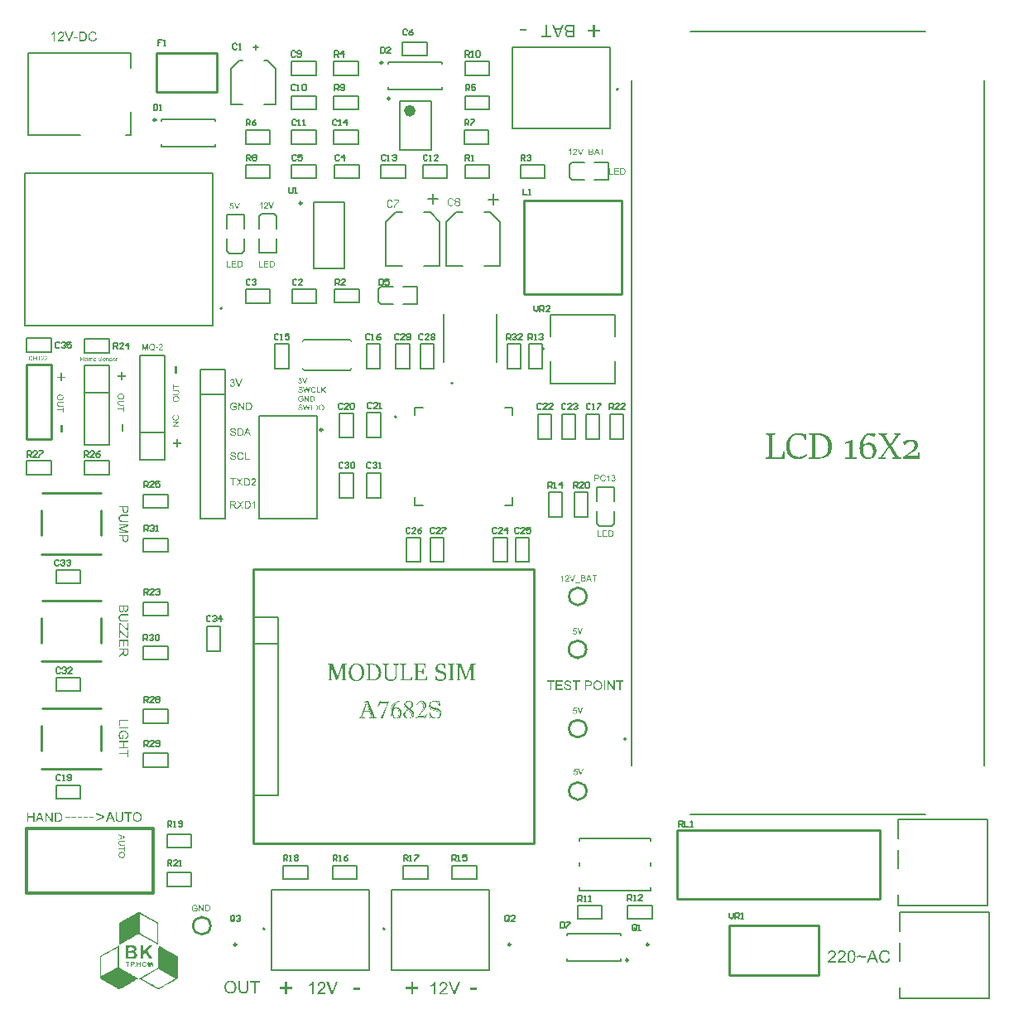
<source format=gbr>
%TF.GenerationSoftware,Altium Limited,Altium Designer,24.9.1 (31)*%
G04 Layer_Color=65535*
%FSLAX45Y45*%
%MOMM*%
%TF.SameCoordinates,54C84388-69FA-44E8-9161-08C7B8D1B229*%
%TF.FilePolarity,Positive*%
%TF.FileFunction,Legend,Top*%
%TF.Part,Single*%
G01*
G75*
%TA.AperFunction,NonConductor*%
%ADD63C,0.25400*%
%ADD64C,0.25000*%
%ADD65C,0.20000*%
%ADD66C,0.12700*%
%ADD67C,0.60000*%
%ADD68C,0.30000*%
%ADD69C,0.15240*%
%ADD70C,0.17780*%
%ADD71C,0.20320*%
%ADD72C,0.15000*%
%ADD73C,0.10000*%
G36*
X907581Y1879906D02*
Y1865093D01*
X822960Y1828800D01*
Y1844539D01*
X889990Y1872314D01*
X822960Y1899904D01*
Y1915643D01*
X907581Y1879906D01*
D02*
G37*
G36*
X797732Y1861820D02*
X749034D01*
Y1877559D01*
X797732D01*
Y1861820D01*
D02*
G37*
G36*
X738109D02*
X689410D01*
Y1877559D01*
X738109D01*
Y1861820D01*
D02*
G37*
G36*
X678486D02*
X629787D01*
Y1877559D01*
X678486D01*
Y1861820D01*
D02*
G37*
G36*
X618862D02*
X570163D01*
Y1877559D01*
X618862D01*
Y1861820D01*
D02*
G37*
G36*
X559239D02*
X510540D01*
Y1877559D01*
X559239D01*
Y1861820D01*
D02*
G37*
G36*
X189467Y1823720D02*
X176708D01*
Y1868931D01*
X127059D01*
Y1823720D01*
X114300D01*
Y1919689D01*
X127059D01*
Y1880303D01*
X176708D01*
Y1919689D01*
X189467D01*
Y1823720D01*
D02*
G37*
G36*
X375581D02*
X362406D01*
X312202Y1899025D01*
Y1823720D01*
X299998D01*
Y1919689D01*
X313034D01*
X363376Y1844245D01*
Y1919689D01*
X375581D01*
Y1823720D01*
D02*
G37*
G36*
X436324Y1919551D02*
X439098Y1919412D01*
X441872Y1919135D01*
X444645Y1918719D01*
X447003Y1918302D01*
X447142D01*
X447419Y1918164D01*
X447835D01*
X448390Y1917886D01*
X449915Y1917470D01*
X451857Y1916777D01*
X454076Y1915806D01*
X456433Y1914558D01*
X458791Y1913171D01*
X461010Y1911368D01*
X461149Y1911230D01*
X461287Y1911091D01*
X461703Y1910675D01*
X462258Y1910259D01*
X463645Y1908872D01*
X465309Y1906930D01*
X467112Y1904573D01*
X469054Y1901799D01*
X470857Y1898609D01*
X472382Y1895004D01*
Y1894865D01*
X472521Y1894588D01*
X472798Y1894033D01*
X472937Y1893201D01*
X473353Y1892230D01*
X473630Y1891120D01*
X473908Y1889872D01*
X474324Y1888347D01*
X474740Y1886821D01*
X475017Y1885018D01*
X475711Y1881135D01*
X476127Y1876836D01*
X476265Y1872121D01*
Y1871982D01*
Y1871705D01*
Y1871011D01*
Y1870318D01*
X476127Y1869347D01*
Y1868238D01*
X475988Y1865603D01*
X475572Y1862552D01*
X475156Y1859362D01*
X474462Y1856033D01*
X473630Y1852705D01*
Y1852566D01*
X473492Y1852289D01*
X473353Y1851873D01*
X473214Y1851318D01*
X472659Y1849793D01*
X471827Y1847851D01*
X470995Y1845632D01*
X469886Y1843413D01*
X468499Y1841055D01*
X467112Y1838837D01*
X466973Y1838559D01*
X466419Y1837866D01*
X465587Y1836895D01*
X464477Y1835647D01*
X463229Y1834260D01*
X461703Y1832873D01*
X460178Y1831348D01*
X458375Y1830099D01*
X458098Y1829961D01*
X457543Y1829545D01*
X456572Y1828990D01*
X455185Y1828297D01*
X453521Y1827464D01*
X451579Y1826771D01*
X449361Y1825939D01*
X446864Y1825246D01*
X446587D01*
X446171Y1825107D01*
X445755Y1824968D01*
X444368Y1824829D01*
X442426Y1824552D01*
X440207Y1824275D01*
X437572Y1823997D01*
X434660Y1823859D01*
X431470Y1823720D01*
X396938D01*
Y1919689D01*
X433828D01*
X436324Y1919551D01*
D02*
G37*
G36*
X289874Y1823720D02*
X275451D01*
X264217Y1852844D01*
X223999D01*
X213598Y1823720D01*
X200145D01*
X236758Y1919689D01*
X250626D01*
X289874Y1823720D01*
D02*
G37*
G36*
X1097594Y1865880D02*
Y1865741D01*
Y1865187D01*
Y1864493D01*
Y1863522D01*
X1097455Y1862274D01*
Y1860887D01*
X1097317Y1859223D01*
X1097178Y1857559D01*
X1096762Y1853814D01*
X1096207Y1849931D01*
X1095375Y1846187D01*
X1094820Y1844384D01*
X1094266Y1842720D01*
Y1842581D01*
X1094127Y1842304D01*
X1093849Y1841888D01*
X1093572Y1841333D01*
X1092740Y1839807D01*
X1091492Y1837866D01*
X1089828Y1835647D01*
X1087886Y1833428D01*
X1085390Y1831070D01*
X1082339Y1828990D01*
X1082200D01*
X1081923Y1828713D01*
X1081507Y1828574D01*
X1080813Y1828158D01*
X1079981Y1827742D01*
X1078872Y1827326D01*
X1077762Y1826910D01*
X1076375Y1826355D01*
X1074850Y1825800D01*
X1073186Y1825384D01*
X1071383Y1824968D01*
X1069302Y1824552D01*
X1067222Y1824275D01*
X1065003Y1823997D01*
X1060011Y1823720D01*
X1058762D01*
X1057792Y1823859D01*
X1056682D01*
X1055295Y1823997D01*
X1053770Y1824136D01*
X1052244Y1824275D01*
X1048777Y1824829D01*
X1045033Y1825662D01*
X1041427Y1826771D01*
X1037960Y1828297D01*
X1037821D01*
X1037544Y1828574D01*
X1037128Y1828851D01*
X1036573Y1829129D01*
X1035047Y1830238D01*
X1033245Y1831764D01*
X1031164Y1833705D01*
X1029223Y1835924D01*
X1027281Y1838698D01*
X1025756Y1841749D01*
Y1841888D01*
X1025617Y1842165D01*
X1025478Y1842720D01*
X1025201Y1843413D01*
X1024924Y1844245D01*
X1024646Y1845355D01*
X1024230Y1846603D01*
X1023953Y1848128D01*
X1023675Y1849793D01*
X1023259Y1851595D01*
X1022982Y1853537D01*
X1022705Y1855617D01*
X1022427Y1857975D01*
X1022289Y1860471D01*
X1022150Y1863106D01*
Y1865880D01*
Y1921354D01*
X1034909D01*
Y1865880D01*
Y1865741D01*
Y1865325D01*
Y1864632D01*
Y1863800D01*
X1035047Y1862829D01*
Y1861581D01*
X1035186Y1858946D01*
X1035464Y1855895D01*
X1035880Y1852844D01*
X1036434Y1849931D01*
X1036712Y1848683D01*
X1037128Y1847435D01*
X1037266Y1847158D01*
X1037544Y1846464D01*
X1038237Y1845493D01*
X1039069Y1844107D01*
X1040040Y1842720D01*
X1041427Y1841194D01*
X1043091Y1839669D01*
X1045033Y1838421D01*
X1045310Y1838282D01*
X1046003Y1837866D01*
X1047252Y1837450D01*
X1048916Y1836895D01*
X1050857Y1836202D01*
X1053354Y1835786D01*
X1055989Y1835369D01*
X1058901Y1835231D01*
X1060288D01*
X1061120Y1835369D01*
X1062368D01*
X1063616Y1835508D01*
X1066667Y1836063D01*
X1069996Y1836756D01*
X1073186Y1837866D01*
X1076237Y1839391D01*
X1077623Y1840362D01*
X1078872Y1841472D01*
X1079010Y1841610D01*
X1079149Y1841749D01*
X1079426Y1842165D01*
X1079842Y1842720D01*
X1080258Y1843552D01*
X1080813Y1844384D01*
X1081368Y1845632D01*
X1081923Y1846880D01*
X1082477Y1848406D01*
X1082893Y1850209D01*
X1083448Y1852289D01*
X1083864Y1854508D01*
X1084280Y1857004D01*
X1084558Y1859639D01*
X1084835Y1862690D01*
Y1865880D01*
Y1921354D01*
X1097594D01*
Y1865880D01*
D02*
G37*
G36*
X1187600Y1909981D02*
X1155980D01*
Y1825384D01*
X1143221D01*
Y1909981D01*
X1111601D01*
Y1921354D01*
X1187600D01*
Y1909981D01*
D02*
G37*
G36*
X1011749Y1825384D02*
X997325D01*
X986092Y1854508D01*
X945874D01*
X935472Y1825384D01*
X922020D01*
X958633Y1921354D01*
X972501D01*
X1011749Y1825384D01*
D02*
G37*
G36*
X1245015Y1922879D02*
X1246263D01*
X1247511Y1922740D01*
X1249176Y1922463D01*
X1250840Y1922186D01*
X1254446Y1921492D01*
X1258606Y1920383D01*
X1262628Y1918719D01*
X1264708Y1917748D01*
X1266788Y1916638D01*
X1266927Y1916500D01*
X1267204Y1916361D01*
X1267759Y1915945D01*
X1268591Y1915529D01*
X1269423Y1914835D01*
X1270533Y1914003D01*
X1272891Y1912062D01*
X1275387Y1909565D01*
X1278161Y1906514D01*
X1280796Y1902909D01*
X1283014Y1898887D01*
Y1898748D01*
X1283292Y1898332D01*
X1283569Y1897777D01*
X1283847Y1896945D01*
X1284401Y1895836D01*
X1284817Y1894588D01*
X1285372Y1893062D01*
X1285927Y1891398D01*
X1286343Y1889595D01*
X1286898Y1887653D01*
X1287452Y1885434D01*
X1287868Y1883215D01*
X1288423Y1878361D01*
X1288700Y1873092D01*
Y1872953D01*
Y1872398D01*
Y1871705D01*
X1288562Y1870595D01*
Y1869347D01*
X1288423Y1867822D01*
X1288146Y1866157D01*
X1288007Y1864354D01*
X1287314Y1860333D01*
X1286204Y1855895D01*
X1284679Y1851457D01*
X1283847Y1849238D01*
X1282737Y1847019D01*
Y1846880D01*
X1282460Y1846464D01*
X1282182Y1845909D01*
X1281628Y1845077D01*
X1281073Y1844107D01*
X1280379Y1843136D01*
X1278438Y1840501D01*
X1276080Y1837727D01*
X1273307Y1834815D01*
X1269978Y1832041D01*
X1266095Y1829545D01*
X1265956D01*
X1265679Y1829267D01*
X1264986Y1828990D01*
X1264153Y1828574D01*
X1263183Y1828158D01*
X1262073Y1827742D01*
X1260686Y1827187D01*
X1259161Y1826632D01*
X1257497Y1826078D01*
X1255694Y1825523D01*
X1251672Y1824691D01*
X1247373Y1823997D01*
X1242796Y1823720D01*
X1241409D01*
X1240577Y1823859D01*
X1239329D01*
X1237942Y1824136D01*
X1236417Y1824275D01*
X1234614Y1824552D01*
X1230869Y1825384D01*
X1226847Y1826494D01*
X1222687Y1828158D01*
X1220607Y1829129D01*
X1218526Y1830238D01*
X1218388Y1830377D01*
X1218110Y1830516D01*
X1217556Y1830932D01*
X1216723Y1831486D01*
X1215891Y1832041D01*
X1214921Y1832873D01*
X1212563Y1834953D01*
X1209928Y1837450D01*
X1207154Y1840501D01*
X1204658Y1843968D01*
X1202300Y1847990D01*
Y1848128D01*
X1202023Y1848544D01*
X1201746Y1849099D01*
X1201468Y1849931D01*
X1201052Y1851041D01*
X1200636Y1852289D01*
X1200081Y1853676D01*
X1199665Y1855201D01*
X1199111Y1857004D01*
X1198556Y1858807D01*
X1197724Y1862968D01*
X1197169Y1867267D01*
X1196892Y1871982D01*
Y1872121D01*
Y1872259D01*
Y1873092D01*
X1197030Y1874340D01*
Y1876004D01*
X1197308Y1877945D01*
X1197585Y1880303D01*
X1198001Y1882938D01*
X1198556Y1885712D01*
X1199111Y1888624D01*
X1199943Y1891675D01*
X1201052Y1894726D01*
X1202300Y1897916D01*
X1203687Y1900967D01*
X1205490Y1904018D01*
X1207432Y1906792D01*
X1209651Y1909427D01*
X1209789Y1909565D01*
X1210205Y1909981D01*
X1211037Y1910675D01*
X1212008Y1911507D01*
X1213256Y1912616D01*
X1214782Y1913726D01*
X1216585Y1914974D01*
X1218665Y1916222D01*
X1220884Y1917470D01*
X1223380Y1918719D01*
X1226154Y1919828D01*
X1229066Y1920937D01*
X1232256Y1921770D01*
X1235585Y1922463D01*
X1239052Y1922879D01*
X1242796Y1923018D01*
X1244044D01*
X1245015Y1922879D01*
D02*
G37*
G36*
X4193522Y3398331D02*
X4185374D01*
X4177227Y3423884D01*
Y3424254D01*
X4176857Y3424995D01*
X4175375Y3426846D01*
X4175005Y3427217D01*
X4174635Y3427587D01*
X4173524Y3427957D01*
X4172042Y3428328D01*
X4112049D01*
Y3362038D01*
X4152415D01*
X4153526Y3362409D01*
X4154267Y3362779D01*
X4154637Y3363149D01*
X4155007Y3363520D01*
X4156118Y3365742D01*
X4162784Y3386110D01*
X4169820D01*
Y3327597D01*
X4162784D01*
X4156118Y3347225D01*
Y3347595D01*
X4155748Y3348336D01*
X4154267Y3350188D01*
Y3350558D01*
X4153526Y3350928D01*
X4152415Y3351299D01*
X4150934Y3351669D01*
X4112049D01*
Y3278343D01*
X4183523D01*
X4184634Y3278714D01*
X4185745Y3279454D01*
X4186115Y3279825D01*
X4186485Y3280195D01*
X4187226Y3281306D01*
X4187596Y3282787D01*
X4195373Y3312043D01*
X4203521D01*
Y3267974D01*
X4067609D01*
Y3274270D01*
X4083903Y3277973D01*
X4084274D01*
X4085385Y3278714D01*
X4086496Y3279454D01*
X4087607Y3280565D01*
X4087977Y3280936D01*
X4088718Y3281676D01*
X4089088Y3283158D01*
X4089458Y3285009D01*
Y3421291D01*
Y3421662D01*
X4089088Y3423143D01*
X4088718Y3424624D01*
X4087607Y3426106D01*
X4087236Y3426476D01*
X4086496Y3427217D01*
X4085385Y3427957D01*
X4083903Y3428328D01*
X4067609Y3432031D01*
Y3438697D01*
X4193522D01*
Y3398331D01*
D02*
G37*
G36*
X4355357Y3442030D02*
X4358319Y3441660D01*
X4364245Y3440919D01*
X4364615D01*
X4365726Y3440549D01*
X4367207D01*
X4369429Y3440178D01*
X4374244Y3439067D01*
X4380169Y3437956D01*
X4380539D01*
X4381650Y3437586D01*
X4383132Y3437216D01*
X4384983Y3436845D01*
X4389798Y3435364D01*
X4394982Y3433883D01*
Y3393146D01*
X4387205D01*
X4379058Y3416107D01*
Y3416477D01*
X4378688Y3417218D01*
X4377947Y3418329D01*
X4376836Y3419440D01*
X4376466Y3419810D01*
X4376095Y3420180D01*
X4373873Y3422032D01*
X4373133Y3422402D01*
X4371281Y3423513D01*
X4368689Y3424995D01*
X4364985Y3426476D01*
X4364615D01*
X4364245Y3426846D01*
X4363134Y3427217D01*
X4361652Y3427587D01*
X4358319Y3428698D01*
X4354246Y3429439D01*
X4353875D01*
X4353505Y3429809D01*
X4350913Y3430179D01*
X4347950Y3430550D01*
X4342025D01*
X4339433Y3430179D01*
X4336100Y3429439D01*
X4332026Y3428698D01*
X4328323Y3427217D01*
X4324249Y3425365D01*
X4320916Y3422773D01*
X4320546Y3422402D01*
X4319805Y3421291D01*
X4318324Y3419810D01*
X4316842Y3417588D01*
X4315361Y3414996D01*
X4313880Y3411663D01*
X4313139Y3407589D01*
X4312769Y3403515D01*
Y3403145D01*
Y3401664D01*
X4313139Y3399812D01*
X4313509Y3397590D01*
X4313880Y3394627D01*
X4314620Y3391294D01*
X4315731Y3387961D01*
X4317213Y3384628D01*
X4317583Y3384258D01*
X4318324Y3383147D01*
X4319435Y3381666D01*
X4321286Y3379444D01*
X4323879Y3377222D01*
X4327212Y3375000D01*
X4331285Y3372778D01*
X4336100Y3370556D01*
X4336470D01*
X4337581Y3370186D01*
X4339433Y3369445D01*
X4341655Y3368704D01*
X4344617Y3367593D01*
X4347580Y3366853D01*
X4353875Y3365001D01*
X4354246D01*
X4355357Y3364631D01*
X4357208Y3364260D01*
X4359801Y3363520D01*
X4362393Y3362409D01*
X4365726Y3361298D01*
X4373133Y3358335D01*
X4373503D01*
X4374614Y3357965D01*
X4376095Y3357224D01*
X4377947Y3356113D01*
X4382761Y3353521D01*
X4387946Y3350188D01*
X4388316Y3349817D01*
X4389057Y3349447D01*
X4390538Y3347966D01*
X4392020Y3346484D01*
X4393871Y3344633D01*
X4395723Y3342411D01*
X4399426Y3336856D01*
X4399797Y3336485D01*
X4400167Y3335374D01*
X4400908Y3333893D01*
X4401648Y3331301D01*
X4402389Y3328708D01*
X4403130Y3325005D01*
X4403870Y3321302D01*
Y3316858D01*
Y3316117D01*
Y3314636D01*
X4403500Y3312043D01*
X4403130Y3308710D01*
X4402389Y3305007D01*
X4400908Y3300933D01*
X4399426Y3296119D01*
X4397204Y3291675D01*
X4396834Y3291305D01*
X4396093Y3289823D01*
X4394612Y3287231D01*
X4392390Y3284639D01*
X4389427Y3281306D01*
X4386094Y3277973D01*
X4381650Y3274640D01*
X4376836Y3271677D01*
X4376095Y3271307D01*
X4374244Y3270566D01*
X4371281Y3269085D01*
X4367207Y3267974D01*
X4362023Y3266493D01*
X4355727Y3265011D01*
X4348691Y3264271D01*
X4340544Y3263900D01*
X4337581D01*
X4335729Y3264271D01*
X4333507D01*
X4330545Y3264641D01*
X4324619Y3265752D01*
X4324249D01*
X4323138Y3266122D01*
X4321657Y3266493D01*
X4319435Y3266863D01*
X4316842Y3267233D01*
X4313880Y3267974D01*
X4307584Y3269455D01*
X4307214D01*
X4306103Y3269826D01*
X4304251Y3270566D01*
X4302029Y3270937D01*
X4299437Y3272048D01*
X4296474Y3272788D01*
X4289808Y3274640D01*
X4287216Y3319080D01*
X4294993D01*
X4304251Y3294267D01*
Y3293897D01*
X4304621Y3293156D01*
X4305362Y3292416D01*
X4306473Y3290934D01*
X4306843Y3290564D01*
X4307584Y3289823D01*
X4309806Y3287972D01*
X4310176D01*
X4310917Y3287602D01*
X4312028Y3286861D01*
X4313509Y3286120D01*
X4317213Y3283898D01*
X4322027Y3281676D01*
X4322397D01*
X4323138Y3281306D01*
X4324619Y3280565D01*
X4326471Y3280195D01*
X4330545Y3278714D01*
X4335359Y3277232D01*
X4335729D01*
X4336470Y3276862D01*
X4337581D01*
X4339433Y3276492D01*
X4343136Y3276121D01*
X4347209Y3275751D01*
X4349802D01*
X4352764Y3276121D01*
X4356468Y3276862D01*
X4360541Y3277973D01*
X4364985Y3279454D01*
X4369059Y3281306D01*
X4372762Y3284269D01*
X4373133Y3284639D01*
X4374244Y3285750D01*
X4375725Y3287972D01*
X4377577Y3290564D01*
X4379428Y3293897D01*
X4380910Y3297971D01*
X4382021Y3302785D01*
X4382391Y3308340D01*
Y3308710D01*
Y3310192D01*
X4382021Y3312414D01*
X4381650Y3315006D01*
X4380910Y3317969D01*
X4379799Y3320931D01*
X4378317Y3323894D01*
X4376095Y3326857D01*
X4375725Y3327227D01*
X4374984Y3327968D01*
X4373503Y3329449D01*
X4371651Y3331301D01*
X4369429Y3333152D01*
X4366467Y3335004D01*
X4363134Y3336856D01*
X4359430Y3338707D01*
X4359060D01*
X4357949Y3339448D01*
X4356097Y3340189D01*
X4353505Y3340929D01*
X4350913Y3341670D01*
X4347580Y3342781D01*
X4340544Y3344633D01*
X4340173D01*
X4339062Y3345003D01*
X4337211Y3345373D01*
X4334618Y3346114D01*
X4332026Y3347225D01*
X4328693Y3347966D01*
X4322027Y3350558D01*
X4321286Y3350928D01*
X4319805Y3351669D01*
X4317213Y3352780D01*
X4313880Y3354632D01*
X4310547Y3356854D01*
X4306843Y3359816D01*
X4303510Y3362779D01*
X4300177Y3366482D01*
X4299807Y3366853D01*
X4299066Y3368334D01*
X4297585Y3370556D01*
X4296474Y3373889D01*
X4294993Y3377592D01*
X4293511Y3381666D01*
X4292771Y3386850D01*
X4292400Y3392035D01*
Y3392776D01*
Y3394257D01*
X4292771Y3397220D01*
X4293141Y3400553D01*
X4294252Y3404626D01*
X4295363Y3408700D01*
X4297215Y3413144D01*
X4299437Y3417588D01*
X4299807Y3417958D01*
X4300918Y3419440D01*
X4302399Y3421662D01*
X4304621Y3424254D01*
X4307584Y3427217D01*
X4310917Y3430179D01*
X4314620Y3433142D01*
X4319064Y3435734D01*
X4319805Y3436105D01*
X4321286Y3436845D01*
X4323879Y3437956D01*
X4327212Y3439067D01*
X4331656Y3440178D01*
X4336100Y3441289D01*
X4341655Y3442030D01*
X4347209Y3442400D01*
X4352764D01*
X4355357Y3442030D01*
D02*
G37*
G36*
X4703469Y3432031D02*
X4687545Y3428328D01*
X4687174D01*
X4686063Y3427957D01*
X4684582Y3427217D01*
X4683101Y3425735D01*
X4682730Y3425365D01*
X4682360Y3424624D01*
X4681990Y3423143D01*
X4681619Y3421291D01*
Y3285009D01*
Y3284639D01*
X4681990Y3283158D01*
X4682360Y3281676D01*
X4683101Y3280195D01*
X4683471Y3279825D01*
X4684212Y3279454D01*
X4685693Y3278714D01*
X4687545Y3277973D01*
X4703469Y3274270D01*
Y3267974D01*
X4637179D01*
Y3274270D01*
X4653474Y3277973D01*
X4653844D01*
X4654955Y3278714D01*
X4656066Y3279454D01*
X4657177Y3280565D01*
X4657548Y3280936D01*
X4658288Y3281676D01*
X4658659Y3283158D01*
X4659029Y3285009D01*
Y3426476D01*
X4658659D01*
X4651993Y3407589D01*
X4611627Y3295749D01*
X4599035Y3267974D01*
X4592740D01*
X4542374Y3407589D01*
X4535708Y3426476D01*
X4535338D01*
Y3285750D01*
Y3285380D01*
X4535708Y3283898D01*
X4536079Y3282417D01*
X4536819Y3280936D01*
X4537190Y3280565D01*
X4537930Y3280195D01*
X4539412Y3279454D01*
X4540893Y3278714D01*
X4557188Y3274270D01*
Y3267974D01*
X4502008D01*
Y3274270D01*
X4518303Y3278714D01*
X4518673D01*
X4519784Y3279454D01*
X4520895Y3280195D01*
X4522006Y3281306D01*
X4522377Y3281676D01*
X4523117Y3282417D01*
X4523488Y3283898D01*
X4523858Y3285750D01*
Y3421291D01*
Y3421662D01*
X4523488Y3423143D01*
X4523117Y3424624D01*
X4522006Y3426106D01*
X4521636Y3426476D01*
X4520895Y3427217D01*
X4519784Y3427957D01*
X4518303Y3428328D01*
X4502008Y3432031D01*
Y3438697D01*
X4554595D01*
X4594591Y3327968D01*
X4602739Y3303526D01*
X4603109D01*
X4651622Y3438697D01*
X4703469D01*
Y3432031D01*
D02*
G37*
G36*
X3389161Y3432031D02*
X3373236Y3428327D01*
X3372866D01*
X3371755Y3427957D01*
X3370274Y3427216D01*
X3368792Y3425735D01*
X3368422Y3425365D01*
X3368052Y3424624D01*
X3367681Y3423143D01*
X3367311Y3421291D01*
Y3285009D01*
Y3284639D01*
X3367681Y3283157D01*
X3368052Y3281676D01*
X3368792Y3280195D01*
X3369163Y3279824D01*
X3369903Y3279454D01*
X3371385Y3278713D01*
X3373236Y3277973D01*
X3389161Y3274269D01*
Y3267974D01*
X3322871D01*
Y3274269D01*
X3339166Y3277973D01*
X3339536D01*
X3340647Y3278713D01*
X3341758Y3279454D01*
X3342869Y3280565D01*
X3343239Y3280935D01*
X3343980Y3281676D01*
X3344350Y3283157D01*
X3344721Y3285009D01*
Y3426476D01*
X3344350D01*
X3337684Y3407589D01*
X3297318Y3295749D01*
X3284727Y3267974D01*
X3278431D01*
X3228066Y3407589D01*
X3221400Y3426476D01*
X3221030D01*
Y3285750D01*
Y3285379D01*
X3221400Y3283898D01*
X3221771Y3282417D01*
X3222511Y3280935D01*
X3222882Y3280565D01*
X3223622Y3280195D01*
X3225104Y3279454D01*
X3226585Y3278713D01*
X3242879Y3274269D01*
Y3267974D01*
X3187700D01*
Y3274269D01*
X3203995Y3278713D01*
X3204365D01*
X3205476Y3279454D01*
X3206587Y3280195D01*
X3207698Y3281306D01*
X3208068Y3281676D01*
X3208809Y3282417D01*
X3209179Y3283898D01*
X3209550Y3285750D01*
Y3421291D01*
Y3421661D01*
X3209179Y3423143D01*
X3208809Y3424624D01*
X3207698Y3426105D01*
X3207328Y3426476D01*
X3206587Y3427216D01*
X3205476Y3427957D01*
X3203995Y3428327D01*
X3187700Y3432031D01*
Y3438697D01*
X3240287D01*
X3280283Y3327967D01*
X3288430Y3303526D01*
X3288801D01*
X3337314Y3438697D01*
X3389161D01*
Y3432031D01*
D02*
G37*
G36*
X3918365Y3432031D02*
X3902070Y3427587D01*
X3901700D01*
X3900589Y3426846D01*
X3899478Y3426105D01*
X3897997Y3424994D01*
X3897626Y3424624D01*
X3897256Y3423883D01*
X3896886Y3422402D01*
X3896515Y3420550D01*
Y3319079D01*
Y3318339D01*
Y3316487D01*
X3896145Y3313895D01*
X3895775Y3310191D01*
X3895034Y3306118D01*
X3893923Y3301674D01*
X3892442Y3297230D01*
X3890220Y3293156D01*
X3889849Y3292786D01*
X3889109Y3291305D01*
X3887998Y3289453D01*
X3886146Y3287231D01*
X3883924Y3284268D01*
X3881332Y3281676D01*
X3877999Y3278713D01*
X3874666Y3276121D01*
X3874296Y3275751D01*
X3873185Y3275010D01*
X3870963Y3273899D01*
X3868370Y3272788D01*
X3865408Y3270936D01*
X3861704Y3269455D01*
X3853927Y3266863D01*
X3853557D01*
X3852076Y3266492D01*
X3850224Y3266122D01*
X3847632Y3265381D01*
X3844299Y3265011D01*
X3840966Y3264270D01*
X3834300Y3263900D01*
X3830967D01*
X3826893Y3264270D01*
X3822079Y3264641D01*
X3816524Y3265752D01*
X3810598Y3266863D01*
X3804673Y3268714D01*
X3799118Y3270936D01*
X3798377Y3271307D01*
X3796896Y3272047D01*
X3794304Y3273899D01*
X3791341Y3275751D01*
X3788008Y3278713D01*
X3784305Y3281676D01*
X3780972Y3285379D01*
X3778009Y3289453D01*
X3777639Y3289823D01*
X3776898Y3291305D01*
X3775787Y3293897D01*
X3774676Y3296860D01*
X3773195Y3300563D01*
X3772084Y3304637D01*
X3771343Y3309081D01*
X3770973Y3313895D01*
Y3421291D01*
Y3421661D01*
X3770603Y3423143D01*
X3770232Y3424624D01*
X3769121Y3426105D01*
X3768751Y3426476D01*
X3768010Y3427216D01*
X3766899Y3427957D01*
X3765418Y3428327D01*
X3749123Y3432031D01*
Y3438697D01*
X3815783D01*
Y3432031D01*
X3799488Y3428327D01*
X3799118D01*
X3798007Y3427957D01*
X3796896Y3427216D01*
X3795415Y3425735D01*
X3795044Y3425365D01*
X3794674Y3424624D01*
X3794304Y3423143D01*
X3793933Y3421291D01*
Y3321672D01*
Y3321301D01*
Y3320561D01*
Y3319079D01*
X3794304Y3317228D01*
X3794674Y3312784D01*
X3795415Y3307229D01*
Y3306859D01*
X3795785Y3306118D01*
X3796155Y3304637D01*
X3796896Y3302785D01*
X3798748Y3297971D01*
X3801710Y3292786D01*
X3802081Y3292416D01*
X3802451Y3291675D01*
X3803562Y3290194D01*
X3805043Y3288712D01*
X3807265Y3286861D01*
X3809487Y3285009D01*
X3812080Y3283157D01*
X3815042Y3281306D01*
X3815413D01*
X3816524Y3280565D01*
X3818746Y3280195D01*
X3821338Y3279454D01*
X3824671Y3278713D01*
X3828374Y3277973D01*
X3832818Y3277602D01*
X3838003Y3277232D01*
X3840225D01*
X3842817Y3277602D01*
X3846150Y3277973D01*
X3849854Y3278343D01*
X3853557Y3279084D01*
X3857260Y3280195D01*
X3860964Y3281676D01*
X3861334Y3282046D01*
X3862445Y3282417D01*
X3864297Y3283528D01*
X3866148Y3284639D01*
X3870963Y3288342D01*
X3873185Y3290564D01*
X3875407Y3292786D01*
X3875777Y3293156D01*
X3876147Y3293897D01*
X3877258Y3295378D01*
X3878369Y3297230D01*
X3880591Y3302044D01*
X3882813Y3307229D01*
Y3307599D01*
X3883183Y3308710D01*
X3883554Y3310191D01*
X3883924Y3312043D01*
X3884665Y3316487D01*
X3885035Y3321301D01*
Y3420550D01*
Y3420921D01*
X3884665Y3422402D01*
X3884294Y3423513D01*
X3883183Y3424994D01*
X3882813Y3425365D01*
X3882073Y3426105D01*
X3880962Y3426846D01*
X3879480Y3427587D01*
X3863186Y3432031D01*
Y3438697D01*
X3918365Y3438697D01*
Y3432031D01*
D02*
G37*
G36*
X4487565D02*
X4471271Y3428328D01*
X4470900D01*
X4469789Y3427957D01*
X4468678Y3427217D01*
X4467197Y3425735D01*
X4466827Y3425365D01*
X4466456Y3424624D01*
X4466086Y3423143D01*
X4465716Y3421291D01*
Y3285009D01*
Y3284639D01*
X4466086Y3283158D01*
X4466456Y3281676D01*
X4467197Y3280195D01*
X4467567Y3279825D01*
X4468308Y3279454D01*
X4469419Y3278714D01*
X4471271Y3277973D01*
X4487565Y3274270D01*
Y3267974D01*
X4420906D01*
Y3274270D01*
X4437200Y3277973D01*
X4437570D01*
X4438681Y3278714D01*
X4440163Y3279454D01*
X4441274Y3280565D01*
X4441644Y3280936D01*
X4442014Y3281676D01*
X4442385Y3283158D01*
X4442755Y3285009D01*
Y3421291D01*
Y3421662D01*
Y3423143D01*
X4442014Y3424624D01*
X4441274Y3426106D01*
X4440903Y3426476D01*
X4440163Y3427217D01*
X4439052Y3427957D01*
X4437200Y3428328D01*
X4420906Y3432031D01*
Y3438697D01*
X4487565D01*
Y3432031D01*
D02*
G37*
G36*
X3996135D02*
X3979470Y3428328D01*
X3979099D01*
X3977988Y3427957D01*
X3976507Y3427217D01*
X3975026Y3425735D01*
X3974656Y3425365D01*
X3974285Y3424624D01*
X3973915Y3423143D01*
X3973545Y3421291D01*
Y3278343D01*
X4036501D01*
X4037612Y3278714D01*
X4038723Y3279454D01*
X4039834Y3280565D01*
X4040204Y3280936D01*
X4040575Y3282047D01*
X4041315Y3284269D01*
X4050203Y3317598D01*
X4058351D01*
Y3267974D01*
X3929105D01*
Y3274270D01*
X3945399Y3277973D01*
X3945770D01*
X3946881Y3278714D01*
X3947992Y3279454D01*
X3949103Y3280565D01*
X3949473Y3280936D01*
X3950214Y3281676D01*
X3950584Y3283158D01*
X3950954Y3285009D01*
Y3421291D01*
Y3421662D01*
X3950584Y3423143D01*
X3950214Y3424624D01*
X3949103Y3426106D01*
X3948732Y3426476D01*
X3947992Y3427217D01*
X3946881Y3427957D01*
X3945399Y3428328D01*
X3929105Y3432031D01*
Y3438697D01*
X3996135D01*
Y3432031D01*
D02*
G37*
G36*
X3658392Y3438326D02*
X3661725Y3437956D01*
X3665428Y3437586D01*
X3673576Y3436104D01*
X3673946D01*
X3675427Y3435734D01*
X3677649Y3434993D01*
X3680612Y3434253D01*
X3684315Y3433142D01*
X3688019Y3431660D01*
X3696166Y3427957D01*
X3696536Y3427587D01*
X3698017Y3426846D01*
X3700239Y3425735D01*
X3703202Y3423883D01*
X3706165Y3421661D01*
X3709498Y3419069D01*
X3713201Y3416106D01*
X3716534Y3412403D01*
X3716904Y3412033D01*
X3718015Y3410551D01*
X3719867Y3408700D01*
X3721719Y3405737D01*
X3724311Y3402034D01*
X3726533Y3397960D01*
X3729125Y3393146D01*
X3731347Y3387961D01*
X3731718Y3387221D01*
X3732088Y3385369D01*
X3733199Y3382036D01*
X3734310Y3377962D01*
X3735051Y3372778D01*
X3736162Y3366852D01*
X3736532Y3359816D01*
X3736902Y3352409D01*
Y3352039D01*
Y3351298D01*
Y3349447D01*
Y3347595D01*
X3736532Y3345003D01*
X3736162Y3342410D01*
X3735421Y3335744D01*
X3733940Y3327967D01*
X3732088Y3320190D01*
X3729125Y3312043D01*
X3725052Y3304637D01*
Y3304266D01*
X3724681Y3303896D01*
X3722830Y3301674D01*
X3720237Y3298341D01*
X3716904Y3294267D01*
X3712460Y3289823D01*
X3707276Y3285009D01*
X3701350Y3280565D01*
X3694314Y3276862D01*
X3693944D01*
X3693574Y3276491D01*
X3692463Y3276121D01*
X3690981Y3275380D01*
X3686908Y3273899D01*
X3681723Y3272418D01*
X3675427Y3270936D01*
X3668021Y3269455D01*
X3659873Y3268344D01*
X3651356Y3267974D01*
X3579882D01*
Y3274269D01*
X3596176Y3277973D01*
X3596547D01*
X3597658Y3278713D01*
X3598769Y3279454D01*
X3599880Y3280565D01*
X3600250Y3280935D01*
X3600991Y3281676D01*
X3601361Y3283157D01*
X3601731Y3285009D01*
Y3421291D01*
Y3421661D01*
X3601361Y3423143D01*
X3600991Y3424624D01*
X3599880Y3426105D01*
X3599509Y3426476D01*
X3598769Y3427216D01*
X3597658Y3427957D01*
X3596176Y3428327D01*
X3579882Y3432031D01*
Y3438697D01*
X3655800D01*
X3658392Y3438326D01*
D02*
G37*
G36*
X3491372Y3442030D02*
X3494335Y3441659D01*
X3500260Y3440919D01*
X3507297Y3439437D01*
X3514703Y3437215D01*
X3522110Y3434253D01*
X3529146Y3430179D01*
X3529516D01*
X3529887Y3429809D01*
X3532109Y3427957D01*
X3535071Y3425365D01*
X3539145Y3421661D01*
X3543219Y3416847D01*
X3547663Y3411292D01*
X3551736Y3404996D01*
X3555440Y3397590D01*
Y3397220D01*
X3555810Y3396849D01*
X3556180Y3395738D01*
X3556921Y3394257D01*
X3557291Y3392035D01*
X3558032Y3389813D01*
X3559884Y3384628D01*
X3561365Y3377962D01*
X3562476Y3370556D01*
X3563587Y3362038D01*
X3563957Y3353150D01*
Y3352409D01*
Y3350187D01*
X3563587Y3347225D01*
Y3343151D01*
X3562846Y3337966D01*
X3562106Y3332782D01*
X3560995Y3326856D01*
X3559513Y3320931D01*
X3559143Y3320190D01*
X3558773Y3318339D01*
X3557662Y3315376D01*
X3556180Y3311302D01*
X3553958Y3306859D01*
X3551736Y3302044D01*
X3548774Y3296860D01*
X3545441Y3292045D01*
X3545070Y3291305D01*
X3543589Y3289823D01*
X3541737Y3287601D01*
X3538775Y3284639D01*
X3535071Y3281306D01*
X3530998Y3277973D01*
X3526183Y3274269D01*
X3520628Y3271307D01*
X3519888Y3270936D01*
X3518036Y3270196D01*
X3514703Y3269085D01*
X3510259Y3267603D01*
X3505075Y3266122D01*
X3498779Y3265011D01*
X3492113Y3264270D01*
X3484336Y3263900D01*
X3481744D01*
X3480262Y3264270D01*
X3478040D01*
X3475448Y3264641D01*
X3469523Y3265381D01*
X3462857Y3266492D01*
X3455450Y3268714D01*
X3448414Y3271307D01*
X3441377Y3275010D01*
X3441007D01*
X3440637Y3275380D01*
X3438415Y3277232D01*
X3435452Y3279824D01*
X3431378Y3283157D01*
X3426934Y3287601D01*
X3422490Y3293156D01*
X3418047Y3299452D01*
X3414343Y3306488D01*
Y3306859D01*
X3413973Y3307599D01*
X3413603Y3308710D01*
X3412862Y3310191D01*
X3412121Y3312043D01*
X3411381Y3314265D01*
X3409899Y3319820D01*
X3408048Y3326856D01*
X3406566Y3334633D01*
X3405455Y3343521D01*
X3405085Y3353150D01*
Y3353520D01*
Y3354261D01*
Y3355742D01*
Y3357224D01*
X3405455Y3359446D01*
Y3362038D01*
X3406196Y3367963D01*
X3407307Y3375000D01*
X3409159Y3382406D01*
X3411381Y3390183D01*
X3414343Y3397960D01*
Y3398331D01*
X3414714Y3398701D01*
X3415454Y3399812D01*
X3416195Y3401293D01*
X3418417Y3404996D01*
X3421379Y3409811D01*
X3425453Y3414625D01*
X3429897Y3420180D01*
X3435452Y3425365D01*
X3441748Y3430179D01*
X3442118D01*
X3442488Y3430549D01*
X3443599Y3431290D01*
X3445081Y3432031D01*
X3448784Y3433882D01*
X3453969Y3436475D01*
X3460264Y3438697D01*
X3467671Y3440548D01*
X3475818Y3442030D01*
X3484706Y3442400D01*
X3489150D01*
X3491372Y3442030D01*
D02*
G37*
G36*
X1260701Y903212D02*
X1265885Y900990D01*
X1270329Y898768D01*
X1271811Y897286D01*
X1272551D01*
X1282920Y891361D01*
X1291808Y886177D01*
X1295512Y883955D01*
X1298474Y882473D01*
X1299956Y881733D01*
X1300696Y880992D01*
X1304400Y878770D01*
X1308844Y875807D01*
X1312547Y873585D01*
X1313288Y872845D01*
X1314028D01*
X1321435Y869141D01*
X1327360Y865438D01*
X1331804Y863216D01*
X1332545Y862475D01*
X1333286D01*
X1350321Y852847D01*
X1366616Y843959D01*
X1379947Y836552D01*
X1391798Y829886D01*
X1401427Y823961D01*
X1408833Y820257D01*
X1413277Y817295D01*
X1414759Y816554D01*
X1425869Y809888D01*
X1434757Y804703D01*
X1441423Y801000D01*
X1445867Y798038D01*
X1448829Y796556D01*
X1451051Y795075D01*
X1451792Y794334D01*
X1457717Y790631D01*
Y678791D01*
Y662496D01*
Y646942D01*
Y633610D01*
Y621759D01*
X1456977Y612872D01*
Y605465D01*
Y601021D01*
Y600280D01*
Y599540D01*
Y593614D01*
Y589170D01*
X1456236Y581023D01*
Y575098D01*
Y571394D01*
Y568432D01*
Y567691D01*
Y566950D01*
X1454755Y567691D01*
X1453273D01*
X1451051Y568432D01*
X1450311Y569172D01*
X1448089Y570654D01*
X1445867Y571394D01*
X1444385Y572876D01*
X1443645D01*
X1438460Y576579D01*
X1436979Y577320D01*
X1436238D01*
X1431794Y580282D01*
X1425869Y583245D01*
X1418462Y587689D01*
X1411055Y592133D01*
X1403649Y595836D01*
X1397723Y599540D01*
X1393279Y601762D01*
X1392539Y602502D01*
X1391798D01*
X1379207Y609909D01*
X1369578Y615834D01*
X1360690Y621019D01*
X1354765Y624722D01*
X1349580Y627685D01*
X1345877Y629907D01*
X1344396Y631388D01*
X1343655D01*
X1338470Y633610D01*
X1333286Y636573D01*
X1328842Y638795D01*
X1328101Y639535D01*
X1327360D01*
X1321435Y643239D01*
X1316250Y646942D01*
X1312547Y648423D01*
X1311066Y649164D01*
X1305140Y652867D01*
X1299215Y655830D01*
X1294771Y658052D01*
X1294030Y658793D01*
X1293290D01*
X1286624Y663237D01*
X1281439Y666199D01*
X1278476Y668421D01*
X1276995Y669162D01*
X1271811Y672125D01*
X1267367Y674347D01*
X1264404Y675087D01*
X1263663Y675828D01*
X1260701Y677309D01*
X1258479Y678791D01*
X1257738D01*
X1255516Y678050D01*
X1252553Y676569D01*
X1250331Y675087D01*
X1248850Y674347D01*
X1242925Y671384D01*
X1237740Y669162D01*
X1234037Y666940D01*
X1233296Y666199D01*
X1232555D01*
X1228111Y663977D01*
X1223667Y661015D01*
X1212557Y654349D01*
X1207373Y651386D01*
X1202929Y649164D01*
X1199966Y647683D01*
X1199225Y646942D01*
X1182190Y637313D01*
X1174043Y632129D01*
X1166636Y628425D01*
X1160711Y624722D01*
X1156267Y621759D01*
X1153304Y620278D01*
X1151823Y619537D01*
X1134047Y609909D01*
X1126640Y605465D01*
X1119974Y601762D01*
X1114049Y598058D01*
X1109605Y595836D01*
X1106642Y594355D01*
X1105902Y593614D01*
X1098495Y589170D01*
X1092570Y585467D01*
X1088126Y583245D01*
X1084423Y581023D01*
X1081460Y579542D01*
X1079979Y578060D01*
X1078497Y577320D01*
X1073313Y575098D01*
X1069609Y572876D01*
X1066647Y571394D01*
X1065906Y570654D01*
X1062943Y569172D01*
X1061462Y568432D01*
X1060721Y567691D01*
X1059981D01*
X1059240Y569172D01*
X1058499Y569913D01*
Y570654D01*
Y572135D01*
Y575098D01*
Y580282D01*
Y584726D01*
Y586208D01*
Y586948D01*
Y590652D01*
Y596577D01*
Y603243D01*
Y609909D01*
Y616575D01*
Y621759D01*
Y625463D01*
Y626944D01*
X1059240Y652127D01*
Y663977D01*
Y675087D01*
Y684716D01*
Y691382D01*
Y694345D01*
Y696567D01*
Y697307D01*
Y698048D01*
Y790631D01*
X1065165Y795075D01*
X1066647Y795816D01*
X1069609Y797297D01*
X1076275Y801741D01*
X1079238Y803222D01*
X1082201Y805444D01*
X1084423Y806185D01*
X1085163Y806925D01*
X1099236Y815073D01*
X1105902Y818776D01*
X1111827Y822479D01*
X1117752Y826183D01*
X1121456Y828405D01*
X1124418Y829886D01*
X1125159Y830627D01*
X1142194Y839515D01*
X1149601Y843959D01*
X1156267Y847662D01*
X1162192Y850625D01*
X1166636Y852847D01*
X1169599Y854328D01*
X1170340Y855069D01*
X1178487Y859513D01*
X1185153Y863957D01*
X1190337Y866919D01*
X1194781Y869882D01*
X1198485Y872104D01*
X1200707Y873585D01*
X1201447Y874326D01*
X1202188D01*
X1208854Y878029D01*
X1214779Y881733D01*
X1219964Y884695D01*
X1220705Y885436D01*
X1221445D01*
X1228852Y889880D01*
X1234037Y892843D01*
X1237740Y894324D01*
X1238481Y895065D01*
X1243665Y898027D01*
X1247369Y899508D01*
X1250331Y900990D01*
X1251072Y901730D01*
X1254035Y903212D01*
X1256257Y904693D01*
X1258479D01*
X1260701Y903212D01*
D02*
G37*
G36*
X1389576Y561766D02*
X1394020D01*
X1394761Y561025D01*
X1393279Y559544D01*
X1391057Y556581D01*
X1388835Y553618D01*
X1387354Y552878D01*
Y552137D01*
X1381429Y546212D01*
X1375503Y540286D01*
X1371059Y535842D01*
X1370319Y535102D01*
X1369578Y534361D01*
X1362912Y526954D01*
X1357728Y521029D01*
X1354024Y517326D01*
X1352543Y516585D01*
Y515845D01*
X1348840Y511401D01*
X1346618Y509179D01*
X1345877Y508438D01*
Y507697D01*
X1347358Y506216D01*
X1349580Y501772D01*
X1351802Y497328D01*
X1353284Y495847D01*
Y495106D01*
X1359950Y485477D01*
X1365875Y475849D01*
X1368837Y472145D01*
X1371059Y469183D01*
X1371800Y466961D01*
X1372541Y466220D01*
X1379947Y454369D01*
X1383651Y449185D01*
X1385873Y444741D01*
X1388095Y441778D01*
X1389576Y438815D01*
X1391057Y437334D01*
Y436593D01*
X1393279Y432890D01*
X1395501Y429928D01*
X1396242Y427706D01*
X1396983Y426224D01*
X1397723Y424002D01*
X1396983Y423262D01*
X1377725D01*
X1374022Y424002D01*
X1371059Y424743D01*
X1368837Y425484D01*
X1365875Y426224D01*
X1365134Y426965D01*
X1363653Y429187D01*
X1360690Y433631D01*
X1357728Y438815D01*
X1354024Y444741D01*
X1351062Y449925D01*
X1348099Y455110D01*
X1345877Y458073D01*
X1345136Y459554D01*
X1339952Y467701D01*
X1336248Y473627D01*
X1333286Y478071D01*
X1332545Y478811D01*
Y479552D01*
X1331064Y482515D01*
X1329582Y484737D01*
X1327360Y487699D01*
X1326620Y488440D01*
X1325879Y487699D01*
X1324398Y486959D01*
X1322916Y486218D01*
X1322176Y485477D01*
X1316250Y481033D01*
X1314028Y478811D01*
X1313288Y478071D01*
X1302178Y466961D01*
Y448444D01*
Y442519D01*
Y437334D01*
X1301437Y434371D01*
Y432890D01*
Y429187D01*
Y427706D01*
Y426224D01*
X1298474Y424743D01*
X1294771Y424002D01*
X1291068Y423262D01*
X1283661D01*
X1279958Y424002D01*
X1278476Y424743D01*
X1277736D01*
X1276995Y425484D01*
Y426965D01*
X1276254Y431409D01*
X1275514Y435853D01*
Y436593D01*
Y437334D01*
Y443259D01*
Y451407D01*
Y461035D01*
Y469923D01*
Y478811D01*
Y486959D01*
Y489181D01*
Y491403D01*
Y492884D01*
Y493625D01*
Y503253D01*
Y512882D01*
Y521029D01*
Y527695D01*
Y533620D01*
Y537324D01*
Y540286D01*
Y541027D01*
Y547693D01*
Y552878D01*
Y555840D01*
X1276254Y558803D01*
Y560284D01*
Y561025D01*
X1276995Y561766D01*
X1301437D01*
X1302178Y531398D01*
Y522511D01*
X1302918Y515845D01*
Y511401D01*
Y510660D01*
Y509919D01*
Y506957D01*
X1303659Y505475D01*
Y502513D01*
Y501772D01*
X1304400Y502513D01*
X1305140Y503253D01*
X1308103Y506216D01*
X1311066Y509179D01*
X1312547Y510660D01*
X1319213Y518067D01*
X1326620Y524733D01*
X1328842Y527695D01*
X1331064Y529917D01*
X1332545Y531398D01*
X1333286Y532139D01*
X1362172Y562506D01*
X1387354D01*
X1389576Y561766D01*
D02*
G37*
G36*
X1195522Y561025D02*
X1199225D01*
X1204410Y560284D01*
X1208854Y559544D01*
X1211076Y558803D01*
X1211817D01*
X1218483Y554359D01*
X1222927Y549915D01*
X1225889Y546952D01*
X1226630Y546212D01*
Y545471D01*
X1230333Y538805D01*
X1231815Y532880D01*
X1232555Y528436D01*
Y526954D01*
Y526214D01*
X1231815Y521029D01*
X1231074Y516585D01*
X1229593Y513623D01*
X1228852Y512882D01*
X1225889Y508438D01*
X1222927Y505475D01*
X1220705Y502513D01*
X1219223Y501772D01*
X1213298Y496587D01*
X1219964Y493625D01*
X1225889Y489921D01*
X1230333Y485477D01*
X1233296Y481033D01*
X1236259Y477330D01*
X1237740Y472886D01*
X1238481Y469923D01*
X1239221Y467701D01*
Y466961D01*
Y460295D01*
X1238481Y454369D01*
X1236999Y449185D01*
X1234777Y444741D01*
X1232555Y441037D01*
X1230333Y438075D01*
X1228852Y436593D01*
X1228111Y435853D01*
X1222927Y430668D01*
X1217742Y427706D01*
X1213298Y426965D01*
X1212557Y426224D01*
X1211817D01*
X1207373Y425484D01*
X1200707D01*
X1192559Y424743D01*
X1184412D01*
X1177006Y424002D01*
X1164414D01*
X1123678Y423262D01*
X1122937Y490662D01*
Y501031D01*
Y509919D01*
Y518067D01*
Y525473D01*
Y530658D01*
Y535102D01*
Y538064D01*
Y538805D01*
Y545471D01*
X1123678Y550656D01*
Y555100D01*
Y557322D01*
Y558803D01*
Y559544D01*
Y560284D01*
X1125159Y561025D01*
X1128122Y561766D01*
X1191819D01*
X1195522Y561025D01*
D02*
G37*
G36*
X1323657Y393635D02*
X1324398Y392894D01*
X1325138D01*
X1328842Y391413D01*
X1330323Y390672D01*
X1331064Y389932D01*
X1333286Y387710D01*
X1334026Y386969D01*
Y386228D01*
X1335508Y383266D01*
Y382525D01*
X1334767Y381044D01*
X1333286Y380303D01*
X1331804Y379562D01*
X1331064D01*
X1328842Y380303D01*
X1326620Y381784D01*
X1325138Y382525D01*
X1324398Y383266D01*
X1322916Y385488D01*
X1321435Y386228D01*
X1320694Y386969D01*
X1319954D01*
X1318472Y387710D01*
X1311806D01*
X1309584Y386969D01*
X1308844Y386228D01*
X1308103D01*
X1306622Y384747D01*
X1305881Y383266D01*
X1305140Y381784D01*
X1304400Y381044D01*
X1302178Y376600D01*
X1301437Y375118D01*
Y374378D01*
Y371415D01*
Y369193D01*
Y366230D01*
Y365490D01*
Y361046D01*
X1302178Y358083D01*
Y356602D01*
Y355861D01*
X1304400Y352898D01*
X1305881Y352158D01*
Y351417D01*
X1309584Y349195D01*
X1313288Y348454D01*
X1315510Y347714D01*
X1316250D01*
X1319954Y349195D01*
X1322916Y350676D01*
X1324398Y352158D01*
X1325138Y352898D01*
X1328101Y356602D01*
X1328842Y357342D01*
X1330323Y358083D01*
X1332545D01*
X1334026Y357342D01*
X1334767Y355861D01*
X1335508Y352898D01*
X1334767Y350676D01*
X1334026Y349936D01*
X1331064Y346232D01*
X1327360Y343270D01*
X1324398Y341788D01*
X1323657Y341048D01*
X1322916D01*
X1318472Y340307D01*
X1314769Y339567D01*
X1311806Y340307D01*
X1311066D01*
X1306622Y341788D01*
X1302918Y344010D01*
X1299956Y345492D01*
X1299215Y346232D01*
X1296252Y349936D01*
X1294030Y353639D01*
X1292549Y361786D01*
X1291808Y364749D01*
Y367712D01*
Y369934D01*
Y370674D01*
X1292549Y376600D01*
X1294771Y381044D01*
X1296252Y384747D01*
X1298474Y387710D01*
X1300696Y389932D01*
X1302918Y391413D01*
X1303659Y392154D01*
X1304400D01*
X1308103Y392894D01*
X1310325D01*
X1313288Y393635D01*
X1315510D01*
X1316991Y394376D01*
X1321435D01*
X1323657Y393635D01*
D02*
G37*
G36*
X1276995Y392894D02*
X1278476Y392154D01*
Y390672D01*
Y389932D01*
Y388450D01*
X1279217Y385488D01*
Y378081D01*
Y373637D01*
Y370674D01*
Y368452D01*
Y367712D01*
Y341788D01*
X1275514D01*
X1272551Y342529D01*
X1271070Y343270D01*
X1270329Y345492D01*
Y349195D01*
X1269589Y351417D01*
Y352898D01*
X1268848Y364749D01*
X1247369D01*
X1246628Y352898D01*
Y347714D01*
Y344751D01*
X1245887Y343270D01*
Y342529D01*
X1245147Y341788D01*
X1243665Y341048D01*
X1241443D01*
X1236999Y341788D01*
Y364749D01*
Y372156D01*
Y378081D01*
Y381044D01*
Y382525D01*
X1237740Y386969D01*
Y389932D01*
Y391413D01*
X1239221Y392154D01*
X1239962Y392894D01*
X1241443Y393635D01*
X1243665D01*
X1244406Y392894D01*
X1245147Y392154D01*
Y391413D01*
X1245887Y389191D01*
Y386228D01*
Y384006D01*
Y383266D01*
X1246628Y373637D01*
X1260701D01*
X1262182Y372896D01*
X1267367D01*
X1268107Y373637D01*
X1268848Y374378D01*
X1269589Y378081D01*
Y378822D01*
Y379562D01*
X1270329Y385488D01*
Y389191D01*
X1271070Y390672D01*
Y391413D01*
X1272551Y392894D01*
X1274033Y393635D01*
X1275514D01*
X1276995Y392894D01*
D02*
G37*
G36*
X1400686Y369193D02*
Y362527D01*
Y357342D01*
Y353639D01*
Y352898D01*
Y352158D01*
Y347714D01*
X1399945Y344751D01*
X1399205Y343270D01*
Y342529D01*
X1398464Y341788D01*
X1397723Y341048D01*
X1395501D01*
X1394020Y341788D01*
X1393279Y343270D01*
X1392539Y344010D01*
Y344751D01*
Y346232D01*
Y348454D01*
Y354380D01*
X1391798Y359564D01*
Y361046D01*
Y361786D01*
Y366971D01*
Y371415D01*
X1391057Y373637D01*
Y374378D01*
X1390317Y377340D01*
Y378081D01*
X1389576D01*
X1388835Y376600D01*
X1388095Y374378D01*
X1387354Y372156D01*
X1386613Y371415D01*
X1385873Y367712D01*
X1384391Y363268D01*
X1383651Y361046D01*
Y359564D01*
X1382910Y355861D01*
X1381429Y352158D01*
X1380688Y347714D01*
X1379207Y345492D01*
Y344751D01*
X1378466Y343270D01*
X1377725Y341788D01*
X1376985Y341048D01*
X1372541D01*
X1371059Y341788D01*
X1370319D01*
X1369578Y343270D01*
X1368837Y344751D01*
X1368097Y346973D01*
Y347714D01*
X1366616Y352158D01*
X1365875Y356602D01*
X1365134Y359564D01*
X1364394Y361046D01*
X1363653Y365490D01*
X1362172Y369193D01*
X1361431Y372156D01*
Y372896D01*
X1360690Y376600D01*
X1359950Y378822D01*
X1359209Y379562D01*
Y378822D01*
Y377340D01*
X1358468Y375118D01*
Y374378D01*
Y370674D01*
Y366971D01*
Y364008D01*
Y362527D01*
Y358083D01*
Y354380D01*
X1357728Y348454D01*
X1356987Y345492D01*
Y344751D01*
X1355506Y342529D01*
X1354024Y341048D01*
X1352543D01*
X1351062Y341788D01*
X1350321Y343270D01*
X1349580Y344751D01*
Y345492D01*
Y347714D01*
Y350676D01*
Y357342D01*
X1348840Y361046D01*
Y364008D01*
Y365490D01*
Y366230D01*
Y374378D01*
Y379562D01*
Y383266D01*
Y384006D01*
X1349580Y388450D01*
Y390672D01*
X1350321Y392154D01*
X1351802Y392894D01*
X1352543Y393635D01*
X1356246Y394376D01*
X1357728D01*
X1360690Y393635D01*
X1362172Y392894D01*
X1363653Y392154D01*
Y391413D01*
X1364394Y389932D01*
X1365134Y387710D01*
X1367356Y381784D01*
X1368097Y379562D01*
X1368837Y376600D01*
X1369578Y375118D01*
Y374378D01*
X1370319Y370674D01*
X1371059Y367712D01*
X1371800Y365490D01*
Y364749D01*
X1373281Y362527D01*
X1374022Y361046D01*
X1374763Y360305D01*
X1375503Y361046D01*
X1376244Y363268D01*
X1377725Y365490D01*
Y366230D01*
X1379947Y372896D01*
X1381429Y379562D01*
X1382169Y382525D01*
X1382910Y385488D01*
X1383651Y386969D01*
Y387710D01*
X1384391Y390672D01*
X1385132Y392154D01*
X1385873Y392894D01*
X1387354Y393635D01*
X1389576Y394376D01*
X1399205D01*
X1400686Y369193D01*
D02*
G37*
G36*
X1159970Y392894D02*
X1160711D01*
X1162933Y392154D01*
X1163674Y391413D01*
X1164414Y390672D01*
X1163674Y389191D01*
X1162933Y388450D01*
X1161452Y387710D01*
X1159230D01*
X1157008Y386969D01*
X1156267D01*
X1148860Y385488D01*
X1148120Y341788D01*
X1139232D01*
Y364008D01*
Y369934D01*
X1138491Y375118D01*
Y378081D01*
X1137750Y381044D01*
Y383266D01*
X1137010Y384006D01*
Y384747D01*
X1136269Y385488D01*
X1135528Y386228D01*
X1131825Y387710D01*
X1127381D01*
X1124418Y388450D01*
X1122937Y389191D01*
Y390672D01*
Y392154D01*
X1123678Y392894D01*
X1125159Y393635D01*
X1157748D01*
X1159970Y392894D01*
D02*
G37*
G36*
X1222927Y348454D02*
X1223667Y346973D01*
Y346232D01*
Y345492D01*
Y344010D01*
Y342529D01*
X1222927Y341788D01*
X1221445Y341048D01*
X1220705D01*
X1217742Y341788D01*
X1217001Y342529D01*
X1216261Y344010D01*
Y345492D01*
X1217001Y346973D01*
X1217742Y347714D01*
Y348454D01*
X1219964Y349195D01*
X1222186D01*
X1222927Y348454D01*
D02*
G37*
G36*
X1188856Y392894D02*
X1195522D01*
X1199225Y392154D01*
X1202188D01*
X1204410Y391413D01*
X1206632Y390672D01*
X1207373D01*
X1210335Y387710D01*
X1212557Y384747D01*
X1214039Y381784D01*
Y380303D01*
Y375118D01*
X1212557Y371415D01*
X1211076Y368452D01*
X1210335Y367712D01*
X1208113Y366230D01*
X1205891Y364749D01*
X1203669Y364008D01*
X1202929D01*
X1199225Y363268D01*
X1194781Y362527D01*
X1190337Y361786D01*
X1186634D01*
X1185893Y361046D01*
X1184412Y360305D01*
X1183671Y359564D01*
X1182931Y355120D01*
Y351417D01*
X1182190Y348454D01*
Y346232D01*
X1181450Y344010D01*
Y343270D01*
X1180709Y341788D01*
X1179228Y341048D01*
X1174784D01*
Y366230D01*
Y373637D01*
Y379562D01*
Y383266D01*
Y384747D01*
Y387710D01*
Y389191D01*
X1175524Y392154D01*
Y392894D01*
X1177006Y393635D01*
X1183671D01*
X1188856Y392894D01*
D02*
G37*
G36*
X1461420Y561766D02*
X1462161Y561025D01*
X1466605Y558062D01*
X1468086Y557322D01*
X1468827Y556581D01*
X1471790Y555100D01*
X1474752Y552878D01*
X1477715Y551396D01*
X1478456Y550656D01*
X1482900Y548434D01*
X1486603Y546952D01*
X1489566Y545471D01*
X1490306Y544730D01*
X1495491Y541768D01*
X1500676Y538805D01*
X1505120Y535842D01*
X1506601Y534361D01*
X1507342D01*
X1516230Y529176D01*
X1524377Y524733D01*
X1527340Y522511D01*
X1529562Y521770D01*
X1531043Y520289D01*
X1531784D01*
X1541412Y514363D01*
X1551782Y508438D01*
X1556225Y505475D01*
X1559929Y503994D01*
X1562151Y502513D01*
X1562891Y501772D01*
X1576223Y493625D01*
X1582149Y490662D01*
X1587333Y487699D01*
X1591037Y485477D01*
X1594740Y483255D01*
X1596221Y482515D01*
X1596962Y481774D01*
X1604369Y477330D01*
X1611035Y473627D01*
X1621404Y467701D01*
X1630292Y462517D01*
X1636217Y458813D01*
X1640661Y456591D01*
X1643624Y455110D01*
X1644365Y453629D01*
X1645105D01*
X1650290Y450666D01*
X1653252Y448444D01*
X1654734Y447703D01*
Y446963D01*
Y445481D01*
X1655474Y441778D01*
Y438075D01*
Y433631D01*
X1656215Y429187D01*
Y425484D01*
Y422521D01*
Y421780D01*
Y417336D01*
X1656956Y411411D01*
Y398820D01*
X1657696Y384747D01*
Y369934D01*
Y355861D01*
Y349936D01*
Y344751D01*
Y340307D01*
Y337345D01*
Y335123D01*
Y334382D01*
Y224764D01*
X1653252Y221801D01*
X1650290Y219579D01*
X1649549Y218838D01*
X1648808Y218098D01*
X1645105Y215876D01*
X1644365Y215135D01*
X1643624D01*
X1639921Y212913D01*
X1635477Y210691D01*
X1631773Y208469D01*
X1631033Y207728D01*
X1630292D01*
X1623626Y204025D01*
X1617701Y201062D01*
X1613257Y198100D01*
X1612516Y197359D01*
X1611775D01*
X1603628Y192915D01*
X1593999Y186990D01*
X1582889Y181064D01*
X1571779Y175139D01*
X1562151Y169954D01*
X1553263Y165510D01*
X1550300Y163288D01*
X1548078Y162548D01*
X1546597Y161066D01*
X1545856D01*
X1529562Y152179D01*
X1515489Y144031D01*
X1503638Y137365D01*
X1494010Y132181D01*
X1486603Y127737D01*
X1481418Y124774D01*
X1477715Y123293D01*
X1476974Y122552D01*
X1471790Y120330D01*
X1468086Y118108D01*
X1465124Y116627D01*
X1464383Y115886D01*
X1461420Y114405D01*
X1459199Y113664D01*
X1458458Y112923D01*
X1457717Y113664D01*
X1455495Y114405D01*
X1454014Y115145D01*
X1453273D01*
X1448089Y117367D01*
X1445867Y118849D01*
X1445126D01*
X1439201Y121811D01*
X1434016Y124033D01*
X1430313Y126255D01*
X1429572Y126996D01*
X1428831D01*
X1425128Y129218D01*
X1419943Y132181D01*
X1414759Y135884D01*
X1408833Y138847D01*
X1402908Y142550D01*
X1398464Y145513D01*
X1395501Y146994D01*
X1394020Y147735D01*
X1387354Y150697D01*
X1382169Y153660D01*
X1377725Y155882D01*
X1376985Y156622D01*
X1376244D01*
X1371059Y159585D01*
X1367356Y161807D01*
X1365134Y162548D01*
X1364394Y163288D01*
X1361431Y165510D01*
X1358468Y166992D01*
X1355506Y168473D01*
X1354024Y169214D01*
X1348840Y172176D01*
X1344396Y174398D01*
X1341433Y175880D01*
X1339952Y176620D01*
X1335508Y179583D01*
X1329582Y182546D01*
X1325138Y185508D01*
X1324398Y186249D01*
X1323657D01*
X1316250Y190693D01*
X1310325Y193656D01*
X1306622Y195878D01*
X1305881Y196618D01*
X1305140D01*
X1299215Y200322D01*
X1293290Y203284D01*
X1288846Y205506D01*
X1288105Y206247D01*
X1287364D01*
X1281439Y209950D01*
X1277736Y212172D01*
X1274773Y212913D01*
X1274033Y213654D01*
X1270329Y215876D01*
X1267367Y217357D01*
X1265885Y218838D01*
X1265145D01*
X1263663Y220320D01*
X1262923Y221060D01*
X1262182Y221801D01*
X1262923D01*
X1263663Y222542D01*
X1264404Y223282D01*
X1268107Y226245D01*
X1268848Y226986D01*
X1269589D01*
X1272551Y228467D01*
X1275514Y229948D01*
X1277736Y231430D01*
X1278476Y232170D01*
X1282920Y235133D01*
X1286624Y237355D01*
X1289586Y238836D01*
X1290327Y239577D01*
X1294030Y241799D01*
X1299215Y244762D01*
X1310325Y251427D01*
X1314769Y254390D01*
X1319213Y256612D01*
X1322176Y258093D01*
X1322916Y258834D01*
X1340692Y268463D01*
X1348840Y272907D01*
X1356246Y277351D01*
X1362172Y281054D01*
X1366616Y284017D01*
X1370319Y285498D01*
X1371059Y286239D01*
X1380688Y291423D01*
X1388835Y296608D01*
X1396983Y301052D01*
X1403649Y304755D01*
X1409574Y307718D01*
X1414018Y309940D01*
X1416981Y311421D01*
X1417721Y312162D01*
X1424387Y315865D01*
X1430313Y319569D01*
X1434757Y321791D01*
X1438460Y324013D01*
X1440682Y324753D01*
X1442163Y325494D01*
X1443645Y326235D01*
X1448089Y328457D01*
X1448829Y329938D01*
X1449570D01*
X1451792Y332160D01*
X1453273Y333641D01*
X1454755Y334382D01*
X1459199Y338085D01*
Y449925D01*
Y466220D01*
Y481774D01*
Y495106D01*
Y506957D01*
Y516585D01*
Y523251D01*
Y527695D01*
Y529176D01*
Y535102D01*
Y540286D01*
X1459939Y548434D01*
Y554359D01*
Y558062D01*
Y561025D01*
Y561766D01*
Y562506D01*
X1460680D01*
X1461420Y561766D01*
D02*
G37*
G36*
X1057759Y449185D02*
X1058499Y334382D01*
X1091088Y315865D01*
X1101458Y309940D01*
X1111086Y304015D01*
X1114790Y301793D01*
X1117752Y299571D01*
X1119974Y298830D01*
X1120715Y298089D01*
X1131825Y292164D01*
X1136269Y289942D01*
X1139972Y287720D01*
X1142935Y286239D01*
X1145157Y284757D01*
X1145898Y284017D01*
X1146638D01*
X1154045Y279573D01*
X1161452Y275129D01*
X1164414Y273647D01*
X1167377Y272166D01*
X1168858Y271425D01*
X1169599Y270685D01*
X1179968Y264759D01*
X1188856Y259575D01*
X1191819Y258093D01*
X1194041Y256612D01*
X1195522Y255131D01*
X1196263D01*
X1205151Y250687D01*
X1212557Y246984D01*
X1215520Y244762D01*
X1217742Y244021D01*
X1219223Y242540D01*
X1219964D01*
X1224408Y240318D01*
X1227371Y238096D01*
X1232555Y235874D01*
X1234777Y234392D01*
X1235518Y233652D01*
X1239962Y231430D01*
X1242925Y229208D01*
X1245887Y227726D01*
X1247369Y226986D01*
X1249591Y225504D01*
X1250331Y224764D01*
X1251072Y223282D01*
X1251813Y221801D01*
X1251072Y221060D01*
X1250331Y220320D01*
X1248109Y218838D01*
X1242184Y215876D01*
X1239221Y213654D01*
X1236259Y212172D01*
X1234777Y211432D01*
X1234037Y210691D01*
X1221445Y203284D01*
X1214779Y199581D01*
X1208854Y195878D01*
X1203669Y192915D01*
X1199225Y190693D01*
X1196263Y189212D01*
X1195522Y188471D01*
X1179228Y178842D01*
X1171821Y174398D01*
X1164414Y170695D01*
X1158489Y167732D01*
X1154045Y164770D01*
X1151082Y163288D01*
X1149601Y162548D01*
X1141454Y158104D01*
X1134047Y153660D01*
X1128122Y149957D01*
X1123678Y146994D01*
X1119234Y144772D01*
X1117012Y143291D01*
X1115530Y141809D01*
X1114790D01*
X1105902Y136625D01*
X1097754Y132181D01*
X1094051Y130699D01*
X1091829Y129218D01*
X1090348Y127737D01*
X1089607D01*
X1082201Y123293D01*
X1077016Y119589D01*
X1073313Y118108D01*
X1072572Y117367D01*
X1059240Y109220D01*
X1053315Y112183D01*
X1050352Y113664D01*
X1045908Y115886D01*
X1040723Y119589D01*
X1034798Y122552D01*
X1028873Y126255D01*
X1023688Y128477D01*
X1020725Y130699D01*
X1019244Y131440D01*
X1007393Y138106D01*
X995543Y145513D01*
X982952Y152919D01*
X970360Y160326D01*
X959991Y166251D01*
X951103Y171436D01*
X948140Y172917D01*
X945918Y174398D01*
X944437Y175880D01*
X943696D01*
X931105Y182546D01*
X925180Y186249D01*
X919995Y189212D01*
X915551Y191434D01*
X911848Y193656D01*
X909626Y194396D01*
X908885Y195137D01*
X902960Y198840D01*
X897035Y202544D01*
X892591Y205506D01*
X888887Y207728D01*
X885184Y209210D01*
X882962Y210691D01*
X882221Y211432D01*
X881481D01*
X858520Y225504D01*
Y336604D01*
Y448444D01*
X862223Y451407D01*
X863705Y452147D01*
X865186Y453629D01*
X868149Y455110D01*
X871852Y457332D01*
X881481Y462517D01*
X891109Y468442D01*
X900738Y474367D01*
X909626Y479552D01*
X912588Y481033D01*
X915551Y482515D01*
X917032Y483996D01*
X917773D01*
X937030Y495106D01*
X954066Y505475D01*
X969620Y513623D01*
X982952Y521029D01*
X993321Y526954D01*
X997765Y529176D01*
X1001468Y531398D01*
X1004431Y532880D01*
X1006653Y534361D01*
X1007393Y535102D01*
X1008134D01*
X1017022Y540286D01*
X1025169Y543990D01*
X1028132Y546212D01*
X1030354Y546952D01*
X1031835Y548434D01*
X1032576D01*
X1037020Y551396D01*
X1039983Y552878D01*
X1045167Y556581D01*
X1047389Y558062D01*
X1048130Y558803D01*
X1056277Y563988D01*
X1057759Y449185D01*
D02*
G37*
G36*
X5647465Y3269079D02*
X5648436D01*
X5651071Y3268802D01*
X5653984Y3268386D01*
X5657035Y3267692D01*
X5660363Y3266860D01*
X5663414Y3265751D01*
X5663553D01*
X5663830Y3265612D01*
X5664246Y3265335D01*
X5664801Y3265057D01*
X5666188Y3264364D01*
X5667991Y3263116D01*
X5670071Y3261729D01*
X5672151Y3259926D01*
X5674093Y3257846D01*
X5675896Y3255488D01*
Y3255349D01*
X5676034Y3255211D01*
X5676312Y3254795D01*
X5676589Y3254379D01*
X5677283Y3252992D01*
X5678115Y3251189D01*
X5679085Y3248970D01*
X5679779Y3246335D01*
X5680472Y3243561D01*
X5680750Y3240510D01*
X5668545Y3239539D01*
Y3239678D01*
Y3239955D01*
X5668407Y3240371D01*
X5668268Y3241065D01*
X5667852Y3242590D01*
X5667297Y3244671D01*
X5666465Y3246890D01*
X5665217Y3249109D01*
X5663691Y3251189D01*
X5661750Y3253130D01*
X5661473Y3253269D01*
X5660779Y3253824D01*
X5659392Y3254656D01*
X5657589Y3255488D01*
X5655232Y3256320D01*
X5652458Y3257152D01*
X5648991Y3257707D01*
X5645108Y3257846D01*
X5643166D01*
X5642334Y3257707D01*
X5641225Y3257568D01*
X5638728Y3257291D01*
X5635955Y3256736D01*
X5633181Y3256043D01*
X5630546Y3254933D01*
X5629437Y3254240D01*
X5628327Y3253546D01*
X5628050Y3253408D01*
X5627495Y3252853D01*
X5626663Y3251882D01*
X5625831Y3250773D01*
X5624860Y3249247D01*
X5624028Y3247583D01*
X5623473Y3245641D01*
X5623196Y3243423D01*
Y3243145D01*
Y3242590D01*
X5623334Y3241620D01*
X5623612Y3240510D01*
X5624028Y3239123D01*
X5624721Y3237736D01*
X5625553Y3236350D01*
X5626802Y3234963D01*
X5626940Y3234824D01*
X5627634Y3234408D01*
X5628188Y3233992D01*
X5628743Y3233715D01*
X5629575Y3233299D01*
X5630546Y3232744D01*
X5631794Y3232328D01*
X5633181Y3231773D01*
X5634707Y3231218D01*
X5636509Y3230525D01*
X5638451Y3229970D01*
X5640670Y3229277D01*
X5643166Y3228722D01*
X5645940Y3228029D01*
X5646079D01*
X5646633Y3227890D01*
X5647465Y3227751D01*
X5648436Y3227474D01*
X5649684Y3227196D01*
X5651210Y3226780D01*
X5652735Y3226364D01*
X5654400Y3225948D01*
X5658005Y3224978D01*
X5661473Y3224007D01*
X5663137Y3223452D01*
X5664662Y3222897D01*
X5666049Y3222481D01*
X5667159Y3221927D01*
X5667297D01*
X5667575Y3221788D01*
X5667991Y3221510D01*
X5668545Y3221233D01*
X5670071Y3220401D01*
X5671874Y3219292D01*
X5673954Y3217766D01*
X5676034Y3216102D01*
X5677976Y3214160D01*
X5679640Y3212080D01*
X5679779Y3211803D01*
X5680334Y3211109D01*
X5680888Y3209861D01*
X5681720Y3208197D01*
X5682414Y3206255D01*
X5683107Y3203898D01*
X5683523Y3201263D01*
X5683662Y3198489D01*
Y3198350D01*
Y3198212D01*
Y3197795D01*
Y3197241D01*
X5683385Y3195715D01*
X5683107Y3193774D01*
X5682553Y3191555D01*
X5681859Y3189197D01*
X5680750Y3186701D01*
X5679224Y3184066D01*
Y3183927D01*
X5679085Y3183788D01*
X5678392Y3182956D01*
X5677421Y3181708D01*
X5676034Y3180321D01*
X5674231Y3178657D01*
X5672013Y3176854D01*
X5669516Y3175190D01*
X5666604Y3173664D01*
X5666465D01*
X5666188Y3173526D01*
X5665772Y3173387D01*
X5665217Y3173110D01*
X5664385Y3172832D01*
X5663414Y3172416D01*
X5661195Y3171862D01*
X5658560Y3171168D01*
X5655370Y3170475D01*
X5651903Y3170059D01*
X5648159Y3169920D01*
X5645940D01*
X5644830Y3170059D01*
X5643582D01*
X5642195Y3170197D01*
X5640531Y3170336D01*
X5637064Y3170891D01*
X5633458Y3171446D01*
X5629853Y3172416D01*
X5626385Y3173664D01*
X5626247D01*
X5625969Y3173803D01*
X5625553Y3174081D01*
X5624999Y3174358D01*
X5623334Y3175190D01*
X5621393Y3176438D01*
X5619174Y3178102D01*
X5616816Y3180044D01*
X5614597Y3182402D01*
X5612517Y3185037D01*
Y3185175D01*
X5612240Y3185453D01*
X5612101Y3185869D01*
X5611685Y3186423D01*
X5611408Y3187117D01*
X5610992Y3187949D01*
X5610021Y3190029D01*
X5609050Y3192664D01*
X5608218Y3195577D01*
X5607663Y3198905D01*
X5607386Y3202372D01*
X5619313Y3203482D01*
Y3203343D01*
Y3203204D01*
X5619451Y3202788D01*
Y3202233D01*
X5619729Y3200985D01*
X5620145Y3199182D01*
X5620699Y3197379D01*
X5621254Y3195299D01*
X5622225Y3193358D01*
X5623196Y3191555D01*
X5623334Y3191416D01*
X5623750Y3190861D01*
X5624444Y3189890D01*
X5625553Y3188920D01*
X5626940Y3187672D01*
X5628466Y3186423D01*
X5630546Y3185175D01*
X5632765Y3184066D01*
X5632904D01*
X5633042Y3183927D01*
X5633458Y3183788D01*
X5633874Y3183650D01*
X5635261Y3183234D01*
X5637064Y3182679D01*
X5639283Y3182124D01*
X5641779Y3181708D01*
X5644553Y3181431D01*
X5647604Y3181292D01*
X5648852D01*
X5650239Y3181431D01*
X5651903Y3181569D01*
X5653845Y3181847D01*
X5656064Y3182124D01*
X5658283Y3182679D01*
X5660363Y3183372D01*
X5660640Y3183511D01*
X5661334Y3183788D01*
X5662305Y3184343D01*
X5663553Y3184898D01*
X5664801Y3185869D01*
X5666188Y3186839D01*
X5667575Y3187949D01*
X5668684Y3189336D01*
X5668823Y3189474D01*
X5669100Y3190029D01*
X5669516Y3190723D01*
X5670071Y3191832D01*
X5670626Y3192942D01*
X5671042Y3194328D01*
X5671319Y3195854D01*
X5671458Y3197518D01*
Y3197657D01*
Y3198350D01*
X5671319Y3199182D01*
X5671180Y3200292D01*
X5670764Y3201401D01*
X5670348Y3202788D01*
X5669655Y3204175D01*
X5668684Y3205423D01*
X5668545Y3205562D01*
X5668129Y3205978D01*
X5667575Y3206533D01*
X5666604Y3207365D01*
X5665494Y3208197D01*
X5663969Y3209168D01*
X5662166Y3210138D01*
X5660086Y3210970D01*
X5659947Y3211109D01*
X5659254Y3211248D01*
X5658144Y3211664D01*
X5657451Y3211803D01*
X5656480Y3212080D01*
X5655509Y3212496D01*
X5654261Y3212773D01*
X5652874Y3213189D01*
X5651210Y3213605D01*
X5649546Y3214022D01*
X5647604Y3214576D01*
X5645385Y3215131D01*
X5643028Y3215686D01*
X5642889D01*
X5642473Y3215824D01*
X5641779Y3215963D01*
X5640947Y3216240D01*
X5639838Y3216518D01*
X5638590Y3216795D01*
X5635816Y3217627D01*
X5632765Y3218598D01*
X5629575Y3219569D01*
X5626802Y3220540D01*
X5625553Y3221094D01*
X5624444Y3221649D01*
X5624305D01*
X5624167Y3221788D01*
X5623334Y3222343D01*
X5622086Y3223036D01*
X5620699Y3224145D01*
X5619035Y3225394D01*
X5617371Y3226919D01*
X5615707Y3228722D01*
X5614320Y3230664D01*
X5614181Y3230941D01*
X5613765Y3231634D01*
X5613211Y3232744D01*
X5612656Y3234131D01*
X5612101Y3235934D01*
X5611546Y3238014D01*
X5611130Y3240233D01*
X5610992Y3242590D01*
Y3242729D01*
Y3242868D01*
Y3243284D01*
Y3243839D01*
X5611269Y3245225D01*
X5611546Y3247028D01*
X5611962Y3249109D01*
X5612656Y3251466D01*
X5613627Y3253824D01*
X5615013Y3256181D01*
Y3256320D01*
X5615152Y3256459D01*
X5615846Y3257291D01*
X5616816Y3258400D01*
X5618064Y3259787D01*
X5619729Y3261313D01*
X5621809Y3262977D01*
X5624305Y3264502D01*
X5627079Y3265889D01*
X5627218D01*
X5627495Y3266028D01*
X5627911Y3266167D01*
X5628466Y3266444D01*
X5629159Y3266721D01*
X5630130Y3266999D01*
X5632210Y3267554D01*
X5634845Y3268108D01*
X5637896Y3268663D01*
X5641086Y3269079D01*
X5644692Y3269218D01*
X5646495D01*
X5647465Y3269079D01*
D02*
G37*
G36*
X6126896Y3171584D02*
X6113721D01*
X6063517Y3246890D01*
Y3171584D01*
X6051313D01*
Y3267554D01*
X6064350D01*
X6114692Y3192109D01*
Y3267554D01*
X6126896D01*
Y3171584D01*
D02*
G37*
G36*
X6217041Y3256182D02*
X6185421D01*
Y3171584D01*
X6172662D01*
Y3256182D01*
X6141042Y3256181D01*
Y3267554D01*
X6217041Y3267554D01*
Y3256182D01*
D02*
G37*
G36*
X6028985Y3171584D02*
X6016226D01*
Y3267554D01*
X6028985D01*
Y3171584D01*
D02*
G37*
G36*
X5861871Y3267415D02*
X5864229Y3267276D01*
X5866725Y3267137D01*
X5869082Y3266860D01*
X5871163Y3266583D01*
X5871440D01*
X5872411Y3266305D01*
X5873659Y3266028D01*
X5875323Y3265612D01*
X5877126Y3264919D01*
X5879068Y3264086D01*
X5881148Y3263116D01*
X5882951Y3262006D01*
X5883228Y3261867D01*
X5883783Y3261451D01*
X5884615Y3260619D01*
X5885725Y3259649D01*
X5886973Y3258400D01*
X5888221Y3256736D01*
X5889608Y3254933D01*
X5890717Y3252853D01*
X5890856Y3252576D01*
X5891133Y3251882D01*
X5891688Y3250634D01*
X5892243Y3248970D01*
X5892659Y3247028D01*
X5893214Y3244809D01*
X5893491Y3242313D01*
X5893630Y3239678D01*
Y3239539D01*
Y3239123D01*
Y3238569D01*
X5893491Y3237598D01*
X5893352Y3236627D01*
X5893214Y3235379D01*
X5892936Y3233992D01*
X5892659Y3232466D01*
X5891688Y3229277D01*
X5891133Y3227613D01*
X5890301Y3225810D01*
X5889330Y3224007D01*
X5888360Y3222343D01*
X5887111Y3220678D01*
X5885725Y3219014D01*
X5885586Y3218875D01*
X5885309Y3218598D01*
X5884892Y3218182D01*
X5884199Y3217766D01*
X5883367Y3217073D01*
X5882257Y3216379D01*
X5880871Y3215547D01*
X5879345Y3214854D01*
X5877542Y3214022D01*
X5875462Y3213189D01*
X5873243Y3212496D01*
X5870608Y3211941D01*
X5867834Y3211387D01*
X5864783Y3210970D01*
X5861316Y3210693D01*
X5857710Y3210554D01*
X5833163D01*
Y3171584D01*
X5820404D01*
Y3267554D01*
X5859791D01*
X5861871Y3267415D01*
D02*
G37*
G36*
X5769923Y3256181D02*
X5738303D01*
Y3171584D01*
X5725545D01*
Y3256181D01*
X5693925D01*
Y3267554D01*
X5769923D01*
Y3256181D01*
D02*
G37*
G36*
X5591853D02*
X5535131D01*
Y3226919D01*
X5588247D01*
Y3215547D01*
X5535131D01*
Y3182956D01*
X5594072D01*
Y3171584D01*
X5522372D01*
Y3267554D01*
X5591853D01*
Y3256181D01*
D02*
G37*
G36*
X5509059D02*
X5477439D01*
Y3171584D01*
X5464680D01*
Y3256181D01*
X5433060D01*
Y3267554D01*
X5509059D01*
Y3256181D01*
D02*
G37*
G36*
X5954096Y3269079D02*
X5955344D01*
X5956592Y3268940D01*
X5958256Y3268663D01*
X5959921Y3268386D01*
X5963526Y3267692D01*
X5967687Y3266583D01*
X5971709Y3264919D01*
X5973789Y3263948D01*
X5975869Y3262838D01*
X5976008Y3262700D01*
X5976285Y3262561D01*
X5976840Y3262145D01*
X5977672Y3261729D01*
X5978504Y3261035D01*
X5979614Y3260203D01*
X5981971Y3258262D01*
X5984468Y3255765D01*
X5987241Y3252714D01*
X5989876Y3249109D01*
X5992095Y3245087D01*
Y3244948D01*
X5992373Y3244532D01*
X5992650Y3243977D01*
X5992927Y3243145D01*
X5993482Y3242036D01*
X5993898Y3240788D01*
X5994453Y3239262D01*
X5995008Y3237598D01*
X5995424Y3235795D01*
X5995978Y3233853D01*
X5996533Y3231634D01*
X5996949Y3229415D01*
X5997504Y3224561D01*
X5997781Y3219292D01*
Y3219153D01*
Y3218598D01*
Y3217905D01*
X5997643Y3216795D01*
Y3215547D01*
X5997504Y3214022D01*
X5997227Y3212357D01*
X5997088Y3210554D01*
X5996394Y3206533D01*
X5995285Y3202095D01*
X5993759Y3197657D01*
X5992927Y3195438D01*
X5991818Y3193219D01*
Y3193080D01*
X5991540Y3192664D01*
X5991263Y3192109D01*
X5990708Y3191277D01*
X5990154Y3190307D01*
X5989460Y3189336D01*
X5987519Y3186701D01*
X5985161Y3183927D01*
X5982387Y3181015D01*
X5979059Y3178241D01*
X5975176Y3175745D01*
X5975037D01*
X5974760Y3175467D01*
X5974066Y3175190D01*
X5973234Y3174774D01*
X5972263Y3174358D01*
X5971154Y3173942D01*
X5969767Y3173387D01*
X5968242Y3172832D01*
X5966577Y3172278D01*
X5964774Y3171723D01*
X5960753Y3170891D01*
X5956453Y3170197D01*
X5951877Y3169920D01*
X5950490D01*
X5949658Y3170059D01*
X5948410D01*
X5947023Y3170336D01*
X5945497Y3170475D01*
X5943694Y3170752D01*
X5939950Y3171584D01*
X5935928Y3172694D01*
X5931768Y3174358D01*
X5929687Y3175329D01*
X5927607Y3176438D01*
X5927468Y3176577D01*
X5927191Y3176716D01*
X5926636Y3177132D01*
X5925804Y3177686D01*
X5924972Y3178241D01*
X5924001Y3179073D01*
X5921644Y3181153D01*
X5919009Y3183650D01*
X5916235Y3186701D01*
X5913739Y3190168D01*
X5911381Y3194190D01*
Y3194328D01*
X5911104Y3194744D01*
X5910826Y3195299D01*
X5910549Y3196131D01*
X5910133Y3197241D01*
X5909717Y3198489D01*
X5909162Y3199876D01*
X5908746Y3201401D01*
X5908191Y3203204D01*
X5907637Y3205007D01*
X5906805Y3209168D01*
X5906250Y3213467D01*
X5905972Y3218182D01*
Y3218321D01*
Y3218459D01*
Y3219292D01*
X5906111Y3220540D01*
Y3222204D01*
X5906388Y3224145D01*
X5906666Y3226503D01*
X5907082Y3229138D01*
X5907637Y3231912D01*
X5908191Y3234824D01*
X5909023Y3237875D01*
X5910133Y3240926D01*
X5911381Y3244116D01*
X5912768Y3247167D01*
X5914571Y3250218D01*
X5916512Y3252992D01*
X5918731Y3255627D01*
X5918870Y3255765D01*
X5919286Y3256181D01*
X5920118Y3256875D01*
X5921089Y3257707D01*
X5922337Y3258816D01*
X5923863Y3259926D01*
X5925666Y3261174D01*
X5927746Y3262422D01*
X5929965Y3263670D01*
X5932461Y3264919D01*
X5935235Y3266028D01*
X5938147Y3267137D01*
X5941337Y3267970D01*
X5944665Y3268663D01*
X5948132Y3269079D01*
X5951877Y3269218D01*
X5953125D01*
X5954096Y3269079D01*
D02*
G37*
G36*
X1832066Y975426D02*
X1832806D01*
X1834563Y975241D01*
X1836504Y974964D01*
X1838538Y974501D01*
X1840757Y973947D01*
X1842884Y973207D01*
X1842976D01*
X1843161Y973115D01*
X1843439Y973022D01*
X1843808Y972837D01*
X1844825Y972283D01*
X1846120Y971635D01*
X1847507Y970711D01*
X1848986Y969601D01*
X1850373Y968399D01*
X1851667Y966920D01*
X1851852Y966735D01*
X1852222Y966180D01*
X1852777Y965348D01*
X1853516Y964146D01*
X1854256Y962667D01*
X1855088Y960818D01*
X1855920Y958784D01*
X1856567Y956473D01*
X1848893Y954439D01*
Y954531D01*
X1848801Y954623D01*
X1848709Y954901D01*
X1848616Y955271D01*
X1848339Y956103D01*
X1847969Y957212D01*
X1847414Y958507D01*
X1846767Y959709D01*
X1846120Y961003D01*
X1845288Y962112D01*
X1845195Y962205D01*
X1844918Y962575D01*
X1844363Y963037D01*
X1843716Y963684D01*
X1842884Y964424D01*
X1841774Y965163D01*
X1840572Y965903D01*
X1839186Y966550D01*
X1839001Y966643D01*
X1838538Y966828D01*
X1837706Y967105D01*
X1836597Y967475D01*
X1835302Y967752D01*
X1833823Y968030D01*
X1832159Y968214D01*
X1830402Y968307D01*
X1829385D01*
X1828923Y968214D01*
X1828368D01*
X1826981Y968122D01*
X1825410Y967845D01*
X1823653Y967567D01*
X1821989Y967105D01*
X1820325Y966458D01*
X1820140Y966365D01*
X1819585Y966180D01*
X1818845Y965718D01*
X1817921Y965256D01*
X1816811Y964516D01*
X1815609Y963777D01*
X1814500Y962852D01*
X1813483Y961835D01*
X1813390Y961743D01*
X1813021Y961373D01*
X1812558Y960726D01*
X1812003Y959986D01*
X1811356Y959061D01*
X1810709Y957952D01*
X1810062Y956750D01*
X1809415Y955456D01*
Y955363D01*
X1809322Y955178D01*
X1809230Y954901D01*
X1809045Y954439D01*
X1808860Y953884D01*
X1808675Y953237D01*
X1808398Y952497D01*
X1808213Y951665D01*
X1807751Y949723D01*
X1807381Y947504D01*
X1807103Y945193D01*
X1807011Y942604D01*
Y942512D01*
Y942234D01*
Y941772D01*
X1807103Y941217D01*
Y940478D01*
X1807196Y939553D01*
X1807288Y938629D01*
X1807381Y937612D01*
X1807751Y935300D01*
X1808213Y932896D01*
X1808952Y930492D01*
X1809877Y928181D01*
Y928089D01*
X1810062Y927904D01*
X1810154Y927626D01*
X1810432Y927256D01*
X1811079Y926239D01*
X1812096Y924945D01*
X1813298Y923558D01*
X1814777Y922171D01*
X1816534Y920877D01*
X1818475Y919675D01*
X1818568D01*
X1818753Y919583D01*
X1819030Y919398D01*
X1819492Y919213D01*
X1819955Y919028D01*
X1820602Y918843D01*
X1822081Y918288D01*
X1823930Y917826D01*
X1825964Y917364D01*
X1828183Y916994D01*
X1830495Y916901D01*
X1831419D01*
X1831974Y916994D01*
X1832529D01*
X1833916Y917179D01*
X1835580Y917364D01*
X1837336Y917733D01*
X1839278Y918288D01*
X1841220Y918935D01*
X1841312D01*
X1841497Y919028D01*
X1841682Y919120D01*
X1842052Y919305D01*
X1843069Y919768D01*
X1844178Y920322D01*
X1845473Y920969D01*
X1846859Y921709D01*
X1848154Y922541D01*
X1849263Y923466D01*
Y935485D01*
X1830402D01*
Y943066D01*
X1857584D01*
Y919305D01*
X1857492Y919213D01*
X1857307Y919120D01*
X1856937Y918843D01*
X1856475Y918473D01*
X1855920Y918103D01*
X1855273Y917641D01*
X1854441Y917086D01*
X1853609Y916532D01*
X1851667Y915330D01*
X1849448Y914035D01*
X1847137Y912833D01*
X1844640Y911816D01*
X1844548D01*
X1844363Y911724D01*
X1843993Y911631D01*
X1843531Y911446D01*
X1842884Y911262D01*
X1842144Y910984D01*
X1841312Y910799D01*
X1840480Y910614D01*
X1838446Y910152D01*
X1836135Y909690D01*
X1833638Y909412D01*
X1831049Y909320D01*
X1830125D01*
X1829478Y909412D01*
X1828646D01*
X1827629Y909505D01*
X1826519Y909690D01*
X1825317Y909782D01*
X1822636Y910337D01*
X1819770Y910984D01*
X1816811Y912001D01*
X1815332Y912556D01*
X1813853Y913296D01*
X1813760Y913388D01*
X1813483Y913481D01*
X1813113Y913758D01*
X1812558Y914035D01*
X1811911Y914498D01*
X1811264Y914960D01*
X1809507Y916254D01*
X1807658Y917918D01*
X1805716Y919952D01*
X1803867Y922264D01*
X1802203Y924945D01*
Y925038D01*
X1802018Y925315D01*
X1801833Y925685D01*
X1801556Y926332D01*
X1801279Y926979D01*
X1801001Y927904D01*
X1800631Y928828D01*
X1800262Y929938D01*
X1799892Y931140D01*
X1799522Y932526D01*
X1799245Y933913D01*
X1798967Y935393D01*
X1798505Y938629D01*
X1798320Y942049D01*
Y942142D01*
Y942512D01*
Y942974D01*
X1798412Y943621D01*
Y944453D01*
X1798505Y945470D01*
X1798690Y946487D01*
X1798782Y947689D01*
X1799060Y948984D01*
X1799245Y950370D01*
X1799984Y953329D01*
X1800909Y956380D01*
X1802203Y959431D01*
X1802296Y959524D01*
X1802388Y959801D01*
X1802573Y960171D01*
X1802943Y960726D01*
X1803313Y961465D01*
X1803775Y962205D01*
X1805069Y963961D01*
X1806641Y965996D01*
X1808583Y967937D01*
X1810802Y969879D01*
X1812096Y970711D01*
X1813390Y971543D01*
X1813483Y971635D01*
X1813760Y971728D01*
X1814130Y971913D01*
X1814685Y972190D01*
X1815424Y972467D01*
X1816256Y972837D01*
X1817181Y973207D01*
X1818290Y973577D01*
X1819492Y973947D01*
X1820787Y974224D01*
X1822174Y974594D01*
X1823653Y974871D01*
X1826889Y975334D01*
X1828553Y975518D01*
X1831512D01*
X1832066Y975426D01*
D02*
G37*
G36*
X1920362Y910429D02*
X1911579D01*
X1878110Y960633D01*
Y910429D01*
X1869973D01*
Y974409D01*
X1878664D01*
X1912226Y924113D01*
Y974409D01*
X1920362D01*
Y910429D01*
D02*
G37*
G36*
X1960858Y974317D02*
X1962707Y974224D01*
X1964556Y974039D01*
X1966405Y973762D01*
X1967977Y973484D01*
X1968069D01*
X1968254Y973392D01*
X1968531D01*
X1968901Y973207D01*
X1969918Y972930D01*
X1971213Y972467D01*
X1972692Y971820D01*
X1974264Y970988D01*
X1975836Y970064D01*
X1977315Y968862D01*
X1977407Y968769D01*
X1977500Y968677D01*
X1977777Y968399D01*
X1978147Y968122D01*
X1979071Y967197D01*
X1980181Y965903D01*
X1981383Y964331D01*
X1982677Y962482D01*
X1983879Y960356D01*
X1984896Y957952D01*
Y957859D01*
X1984989Y957674D01*
X1985174Y957305D01*
X1985266Y956750D01*
X1985543Y956103D01*
X1985728Y955363D01*
X1985913Y954531D01*
X1986191Y953514D01*
X1986468Y952497D01*
X1986653Y951295D01*
X1987115Y948706D01*
X1987393Y945840D01*
X1987485Y942697D01*
Y942604D01*
Y942419D01*
Y941957D01*
Y941495D01*
X1987393Y940847D01*
Y940108D01*
X1987300Y938351D01*
X1987023Y936317D01*
X1986745Y934191D01*
X1986283Y931972D01*
X1985728Y929753D01*
Y929660D01*
X1985636Y929475D01*
X1985543Y929198D01*
X1985451Y928828D01*
X1985081Y927811D01*
X1984526Y926517D01*
X1983972Y925038D01*
X1983232Y923558D01*
X1982307Y921986D01*
X1981383Y920507D01*
X1981290Y920322D01*
X1980921Y919860D01*
X1980366Y919213D01*
X1979626Y918381D01*
X1978794Y917456D01*
X1977777Y916532D01*
X1976760Y915515D01*
X1975558Y914682D01*
X1975373Y914590D01*
X1975003Y914313D01*
X1974356Y913943D01*
X1973432Y913481D01*
X1972322Y912926D01*
X1971028Y912464D01*
X1969549Y911909D01*
X1967884Y911446D01*
X1967699D01*
X1967422Y911354D01*
X1967145Y911262D01*
X1966220Y911169D01*
X1964926Y910984D01*
X1963446Y910799D01*
X1961690Y910614D01*
X1959748Y910522D01*
X1957622Y910429D01*
X1934600D01*
Y974409D01*
X1959193D01*
X1960858Y974317D01*
D02*
G37*
G36*
X1647885Y5980941D02*
X1648440Y5980756D01*
X1649179Y5980479D01*
X1650011Y5980201D01*
X1651028Y5979832D01*
X1652138Y5979369D01*
X1653340Y5978815D01*
X1655929Y5977520D01*
X1658517Y5975856D01*
X1659812Y5974839D01*
X1661106Y5973822D01*
X1662216Y5972712D01*
X1663325Y5971418D01*
X1663418Y5971326D01*
X1663602Y5971141D01*
X1663787Y5970678D01*
X1664157Y5970216D01*
X1664619Y5969477D01*
X1665082Y5968737D01*
X1665544Y5967720D01*
X1666006Y5966703D01*
X1666561Y5965501D01*
X1667023Y5964207D01*
X1667486Y5962820D01*
X1667948Y5961340D01*
X1668318Y5959769D01*
X1668503Y5958104D01*
X1668688Y5956348D01*
X1668780Y5954499D01*
Y5953482D01*
X1668688Y5952742D01*
Y5951910D01*
X1668595Y5950893D01*
X1668410Y5949783D01*
X1668225Y5948489D01*
X1667763Y5945808D01*
X1667023Y5943034D01*
X1666006Y5940260D01*
X1665359Y5938966D01*
X1664619Y5937672D01*
X1664527Y5937579D01*
X1664435Y5937394D01*
X1664157Y5937024D01*
X1663787Y5936655D01*
X1663418Y5936100D01*
X1662863Y5935453D01*
X1662216Y5934713D01*
X1661476Y5933973D01*
X1660644Y5933234D01*
X1659812Y5932402D01*
X1657685Y5930737D01*
X1655189Y5929166D01*
X1652415Y5927779D01*
X1652323D01*
X1652045Y5927594D01*
X1651583Y5927501D01*
X1651028Y5927224D01*
X1650289Y5927039D01*
X1649364Y5926762D01*
X1648347Y5926392D01*
X1647238Y5926115D01*
X1646036Y5925837D01*
X1644649Y5925467D01*
X1641783Y5925005D01*
X1638547Y5924635D01*
X1635218Y5924450D01*
X1635126D01*
X1634756D01*
X1634201D01*
X1633554Y5924543D01*
X1632630D01*
X1631705Y5924635D01*
X1630503Y5924728D01*
X1629301Y5924913D01*
X1626620Y5925375D01*
X1623661Y5926022D01*
X1620703Y5926947D01*
X1617837Y5928241D01*
X1617744Y5928334D01*
X1617467Y5928426D01*
X1617097Y5928611D01*
X1616635Y5928981D01*
X1615988Y5929351D01*
X1615248Y5929813D01*
X1613584Y5931015D01*
X1611735Y5932587D01*
X1609886Y5934436D01*
X1608036Y5936562D01*
X1606465Y5939058D01*
X1606372Y5939151D01*
X1606280Y5939428D01*
X1606095Y5939798D01*
X1605817Y5940260D01*
X1605540Y5941000D01*
X1605263Y5941740D01*
X1604893Y5942664D01*
X1604523Y5943681D01*
X1604153Y5944791D01*
X1603783Y5945993D01*
X1603229Y5948581D01*
X1602766Y5951540D01*
X1602582Y5954591D01*
Y5955516D01*
X1602674Y5956163D01*
X1602766Y5956995D01*
X1602859Y5958012D01*
X1602951Y5959029D01*
X1603229Y5960231D01*
X1603783Y5962727D01*
X1604616Y5965501D01*
X1605170Y5966888D01*
X1605817Y5968182D01*
X1606650Y5969477D01*
X1607482Y5970771D01*
X1607574Y5970863D01*
X1607667Y5971048D01*
X1607944Y5971418D01*
X1608406Y5971880D01*
X1608869Y5972343D01*
X1609516Y5972990D01*
X1610255Y5973637D01*
X1610995Y5974377D01*
X1611920Y5975116D01*
X1613029Y5975856D01*
X1614139Y5976688D01*
X1615340Y5977428D01*
X1616727Y5978075D01*
X1618114Y5978815D01*
X1619593Y5979369D01*
X1621258Y5979924D01*
X1623199Y5971603D01*
X1623107D01*
X1622922Y5971511D01*
X1622552Y5971326D01*
X1622090Y5971141D01*
X1621535Y5970956D01*
X1620795Y5970678D01*
X1619316Y5969939D01*
X1617652Y5969014D01*
X1615988Y5967905D01*
X1614416Y5966518D01*
X1613029Y5965039D01*
X1612844Y5964854D01*
X1612474Y5964299D01*
X1612012Y5963374D01*
X1611365Y5962172D01*
X1610810Y5960601D01*
X1610255Y5958844D01*
X1609886Y5956718D01*
X1609793Y5954406D01*
Y5953667D01*
X1609886Y5953204D01*
Y5952557D01*
X1609978Y5951817D01*
X1610255Y5950061D01*
X1610625Y5948119D01*
X1611272Y5946085D01*
X1612197Y5943959D01*
X1613399Y5942017D01*
Y5941925D01*
X1613584Y5941832D01*
X1614046Y5941185D01*
X1614786Y5940353D01*
X1615895Y5939336D01*
X1617282Y5938134D01*
X1618854Y5937024D01*
X1620795Y5936007D01*
X1622922Y5935083D01*
X1623014D01*
X1623199Y5934990D01*
X1623477Y5934898D01*
X1623939Y5934806D01*
X1624494Y5934621D01*
X1625141Y5934436D01*
X1626713Y5934158D01*
X1628562Y5933788D01*
X1630596Y5933419D01*
X1632815Y5933234D01*
X1635218Y5933141D01*
X1635311D01*
X1635588D01*
X1636051D01*
X1636605D01*
X1637253Y5933234D01*
X1638085D01*
X1639009Y5933326D01*
X1640026Y5933419D01*
X1642245Y5933696D01*
X1644649Y5934158D01*
X1647053Y5934713D01*
X1649457Y5935453D01*
X1649549D01*
X1649734Y5935545D01*
X1650011Y5935730D01*
X1650474Y5935915D01*
X1651583Y5936470D01*
X1652878Y5937302D01*
X1654357Y5938319D01*
X1655929Y5939613D01*
X1657315Y5941093D01*
X1658610Y5942849D01*
Y5942942D01*
X1658702Y5943127D01*
X1658887Y5943404D01*
X1659072Y5943774D01*
X1659257Y5944236D01*
X1659534Y5944791D01*
X1660089Y5946085D01*
X1660644Y5947749D01*
X1661106Y5949598D01*
X1661476Y5951632D01*
X1661568Y5953759D01*
Y5954406D01*
X1661476Y5954961D01*
Y5955608D01*
X1661384Y5956255D01*
X1661014Y5957920D01*
X1660551Y5959861D01*
X1659812Y5961803D01*
X1658795Y5963837D01*
X1658240Y5964854D01*
X1657500Y5965778D01*
X1657408Y5965871D01*
X1657315Y5965963D01*
X1657038Y5966241D01*
X1656761Y5966610D01*
X1656298Y5966980D01*
X1655744Y5967442D01*
X1655189Y5967997D01*
X1654449Y5968459D01*
X1653617Y5969014D01*
X1652693Y5969661D01*
X1651768Y5970216D01*
X1650659Y5970771D01*
X1649457Y5971233D01*
X1648162Y5971695D01*
X1646775Y5972158D01*
X1645296Y5972528D01*
X1647423Y5981034D01*
X1647515D01*
X1647885Y5980941D01*
D02*
G37*
G36*
X1667671Y5903925D02*
X1617467Y5870456D01*
X1667671D01*
Y5862320D01*
X1603691D01*
Y5871011D01*
X1653987Y5904572D01*
X1603691D01*
Y5912709D01*
X1667671D01*
Y5903925D01*
D02*
G37*
G36*
X1645920Y6403340D02*
X1622322D01*
Y6476355D01*
X1645920D01*
Y6403340D01*
D02*
G37*
G36*
X1658998Y5701124D02*
X1694180D01*
Y5686311D01*
X1658998D01*
Y5651500D01*
X1644370D01*
Y5686311D01*
X1609559D01*
Y5701124D01*
X1644370D01*
Y5735936D01*
X1658998D01*
Y5701124D01*
D02*
G37*
G36*
X1613812Y6275208D02*
X1670211D01*
Y6266702D01*
X1613812D01*
Y6245622D01*
X1606231D01*
Y6296288D01*
X1613812D01*
Y6275208D01*
D02*
G37*
G36*
X1645617Y6236192D02*
X1646542D01*
X1647651Y6236099D01*
X1648761Y6236007D01*
X1651257Y6235729D01*
X1653846Y6235360D01*
X1656342Y6234805D01*
X1657544Y6234435D01*
X1658654Y6234065D01*
X1658746D01*
X1658931Y6233973D01*
X1659208Y6233788D01*
X1659578Y6233603D01*
X1660595Y6233048D01*
X1661889Y6232216D01*
X1663369Y6231107D01*
X1664848Y6229812D01*
X1666420Y6228148D01*
X1667807Y6226114D01*
Y6226022D01*
X1667992Y6225837D01*
X1668084Y6225559D01*
X1668361Y6225097D01*
X1668639Y6224542D01*
X1668916Y6223803D01*
X1669194Y6223063D01*
X1669563Y6222138D01*
X1669933Y6221121D01*
X1670211Y6220012D01*
X1670488Y6218810D01*
X1670765Y6217423D01*
X1670950Y6216036D01*
X1671135Y6214557D01*
X1671320Y6211229D01*
Y6210397D01*
X1671228Y6209749D01*
Y6209010D01*
X1671135Y6208085D01*
X1671043Y6207068D01*
X1670950Y6206051D01*
X1670580Y6203740D01*
X1670026Y6201243D01*
X1669286Y6198840D01*
X1668269Y6196528D01*
Y6196436D01*
X1668084Y6196251D01*
X1667899Y6195973D01*
X1667714Y6195604D01*
X1666975Y6194587D01*
X1665958Y6193385D01*
X1664663Y6191998D01*
X1663184Y6190703D01*
X1661335Y6189409D01*
X1659301Y6188392D01*
X1659208D01*
X1659023Y6188300D01*
X1658654Y6188207D01*
X1658191Y6188022D01*
X1657637Y6187837D01*
X1656897Y6187652D01*
X1656065Y6187375D01*
X1655048Y6187190D01*
X1653938Y6187005D01*
X1652736Y6186728D01*
X1651442Y6186543D01*
X1650055Y6186358D01*
X1648483Y6186173D01*
X1646819Y6186081D01*
X1645062Y6185988D01*
X1643213D01*
X1606231D01*
Y6194494D01*
X1643213D01*
X1643306D01*
X1643583D01*
X1644045D01*
X1644600D01*
X1645247Y6194587D01*
X1646080D01*
X1647836Y6194679D01*
X1649870Y6194864D01*
X1651904Y6195141D01*
X1653846Y6195511D01*
X1654678Y6195696D01*
X1655510Y6195973D01*
X1655695Y6196066D01*
X1656157Y6196251D01*
X1656804Y6196713D01*
X1657729Y6197268D01*
X1658654Y6197915D01*
X1659671Y6198840D01*
X1660688Y6199949D01*
X1661520Y6201243D01*
X1661612Y6201428D01*
X1661889Y6201891D01*
X1662167Y6202723D01*
X1662537Y6203832D01*
X1662999Y6205127D01*
X1663276Y6206791D01*
X1663554Y6208547D01*
X1663646Y6210489D01*
Y6211414D01*
X1663554Y6211968D01*
Y6212800D01*
X1663461Y6213632D01*
X1663091Y6215667D01*
X1662629Y6217885D01*
X1661889Y6220012D01*
X1660872Y6222046D01*
X1660225Y6222971D01*
X1659486Y6223803D01*
X1659393Y6223895D01*
X1659301Y6223988D01*
X1659023Y6224172D01*
X1658654Y6224450D01*
X1658099Y6224727D01*
X1657544Y6225097D01*
X1656712Y6225467D01*
X1655880Y6225837D01*
X1654863Y6226206D01*
X1653661Y6226484D01*
X1652274Y6226854D01*
X1650795Y6227131D01*
X1649131Y6227408D01*
X1647374Y6227593D01*
X1645340Y6227778D01*
X1643213D01*
X1606231D01*
Y6236284D01*
X1643213D01*
X1643306D01*
X1643676D01*
X1644138D01*
X1644785D01*
X1645617Y6236192D01*
D02*
G37*
G36*
X1640070Y6174893D02*
X1640902D01*
X1641919Y6174801D01*
X1643028Y6174616D01*
X1644230Y6174524D01*
X1646912Y6174061D01*
X1649870Y6173322D01*
X1652829Y6172305D01*
X1654308Y6171750D01*
X1655787Y6171010D01*
X1655880D01*
X1656157Y6170825D01*
X1656527Y6170640D01*
X1657082Y6170271D01*
X1657729Y6169901D01*
X1658376Y6169439D01*
X1660133Y6168144D01*
X1661982Y6166572D01*
X1663924Y6164723D01*
X1665773Y6162504D01*
X1667437Y6159916D01*
Y6159823D01*
X1667622Y6159638D01*
X1667807Y6159176D01*
X1668084Y6158621D01*
X1668361Y6157974D01*
X1668639Y6157234D01*
X1669009Y6156310D01*
X1669378Y6155293D01*
X1669748Y6154183D01*
X1670118Y6152981D01*
X1670673Y6150300D01*
X1671135Y6147434D01*
X1671320Y6144383D01*
Y6143458D01*
X1671228Y6142904D01*
Y6142072D01*
X1671043Y6141147D01*
X1670950Y6140130D01*
X1670765Y6138928D01*
X1670211Y6136432D01*
X1669471Y6133750D01*
X1668361Y6130977D01*
X1667714Y6129590D01*
X1666975Y6128203D01*
X1666882Y6128111D01*
X1666790Y6127926D01*
X1666512Y6127556D01*
X1666142Y6127001D01*
X1665773Y6126446D01*
X1665218Y6125799D01*
X1663831Y6124228D01*
X1662167Y6122471D01*
X1660133Y6120622D01*
X1657821Y6118958D01*
X1655140Y6117386D01*
X1655048D01*
X1654770Y6117201D01*
X1654401Y6117016D01*
X1653846Y6116831D01*
X1653106Y6116554D01*
X1652274Y6116276D01*
X1651350Y6115906D01*
X1650332Y6115629D01*
X1649131Y6115259D01*
X1647929Y6114889D01*
X1645155Y6114335D01*
X1642289Y6113965D01*
X1639145Y6113780D01*
X1639053D01*
X1638960D01*
X1638406D01*
X1637574Y6113872D01*
X1636464D01*
X1635170Y6114057D01*
X1633598Y6114242D01*
X1631841Y6114520D01*
X1629992Y6114889D01*
X1628051Y6115259D01*
X1626017Y6115814D01*
X1623983Y6116554D01*
X1621856Y6117386D01*
X1619822Y6118310D01*
X1617788Y6119512D01*
X1615939Y6120807D01*
X1614182Y6122286D01*
X1614090Y6122378D01*
X1613812Y6122656D01*
X1613350Y6123211D01*
X1612795Y6123858D01*
X1612056Y6124690D01*
X1611316Y6125707D01*
X1610484Y6126909D01*
X1609652Y6128296D01*
X1608820Y6129775D01*
X1607988Y6131439D01*
X1607248Y6133288D01*
X1606508Y6135230D01*
X1605954Y6137356D01*
X1605491Y6139575D01*
X1605214Y6141887D01*
X1605122Y6144383D01*
Y6145215D01*
X1605214Y6145862D01*
Y6146694D01*
X1605306Y6147526D01*
X1605491Y6148636D01*
X1605676Y6149745D01*
X1606139Y6152149D01*
X1606878Y6154923D01*
X1607988Y6157604D01*
X1608635Y6158991D01*
X1609374Y6160378D01*
X1609467Y6160470D01*
X1609559Y6160655D01*
X1609837Y6161025D01*
X1610114Y6161580D01*
X1610576Y6162134D01*
X1611131Y6162874D01*
X1612426Y6164446D01*
X1614090Y6166110D01*
X1616124Y6167959D01*
X1618528Y6169716D01*
X1621209Y6171195D01*
X1621301D01*
X1621579Y6171380D01*
X1621948Y6171565D01*
X1622503Y6171750D01*
X1623243Y6172120D01*
X1624075Y6172397D01*
X1625092Y6172767D01*
X1626201Y6173137D01*
X1627403Y6173414D01*
X1628698Y6173784D01*
X1630177Y6174154D01*
X1631656Y6174431D01*
X1634892Y6174801D01*
X1638406Y6174986D01*
X1638498D01*
X1638868D01*
X1639330D01*
X1640070Y6174893D01*
D02*
G37*
G36*
X483338Y5804545D02*
X459740D01*
Y5877560D01*
X483338D01*
Y5804545D01*
D02*
G37*
G36*
X468910Y6373609D02*
X503721D01*
Y6358796D01*
X468910D01*
Y6323984D01*
X454282D01*
Y6358796D01*
X419100D01*
Y6373609D01*
X454282D01*
Y6408420D01*
X468910D01*
Y6373609D01*
D02*
G37*
G36*
X455386Y6189888D02*
X456496D01*
X457790Y6189703D01*
X459362Y6189518D01*
X461119Y6189240D01*
X462968Y6188871D01*
X464909Y6188501D01*
X466943Y6187946D01*
X468977Y6187206D01*
X471104Y6186374D01*
X473138Y6185450D01*
X475172Y6184248D01*
X477021Y6182953D01*
X478778Y6181474D01*
X478870Y6181382D01*
X479148Y6181104D01*
X479610Y6180549D01*
X480165Y6179902D01*
X480904Y6179070D01*
X481644Y6178053D01*
X482476Y6176851D01*
X483308Y6175464D01*
X484140Y6173985D01*
X484972Y6172321D01*
X485712Y6170472D01*
X486452Y6168530D01*
X487006Y6166404D01*
X487469Y6164185D01*
X487746Y6161873D01*
X487838Y6159377D01*
Y6158545D01*
X487746Y6157898D01*
Y6157066D01*
X487654Y6156234D01*
X487469Y6155124D01*
X487284Y6154015D01*
X486821Y6151611D01*
X486082Y6148837D01*
X484972Y6146156D01*
X484325Y6144769D01*
X483586Y6143382D01*
X483493Y6143290D01*
X483401Y6143105D01*
X483123Y6142735D01*
X482846Y6142180D01*
X482384Y6141626D01*
X481829Y6140886D01*
X480534Y6139314D01*
X478870Y6137650D01*
X476836Y6135801D01*
X474432Y6134044D01*
X471751Y6132565D01*
X471659D01*
X471381Y6132380D01*
X471012Y6132195D01*
X470457Y6132010D01*
X469717Y6131640D01*
X468885Y6131363D01*
X467868Y6130993D01*
X466759Y6130623D01*
X465557Y6130346D01*
X464262Y6129976D01*
X462783Y6129606D01*
X461304Y6129329D01*
X458068Y6128959D01*
X454554Y6128774D01*
X454462D01*
X454092D01*
X453630D01*
X452890Y6128867D01*
X452058D01*
X451041Y6128959D01*
X449932Y6129144D01*
X448730Y6129236D01*
X446048Y6129699D01*
X443090Y6130438D01*
X440131Y6131455D01*
X438652Y6132010D01*
X437173Y6132750D01*
X437080D01*
X436803Y6132935D01*
X436433Y6133120D01*
X435878Y6133489D01*
X435231Y6133859D01*
X434584Y6134321D01*
X432827Y6135616D01*
X430978Y6137188D01*
X429036Y6139037D01*
X427187Y6141256D01*
X425523Y6143844D01*
Y6143937D01*
X425338Y6144122D01*
X425153Y6144584D01*
X424876Y6145139D01*
X424599Y6145786D01*
X424321Y6146526D01*
X423951Y6147450D01*
X423582Y6148467D01*
X423212Y6149577D01*
X422842Y6150779D01*
X422287Y6153460D01*
X421825Y6156326D01*
X421640Y6159377D01*
Y6160302D01*
X421732Y6160856D01*
Y6161688D01*
X421917Y6162613D01*
X422010Y6163630D01*
X422195Y6164832D01*
X422749Y6167328D01*
X423489Y6170010D01*
X424599Y6172783D01*
X425246Y6174170D01*
X425985Y6175557D01*
X426078Y6175649D01*
X426170Y6175834D01*
X426448Y6176204D01*
X426818Y6176759D01*
X427187Y6177314D01*
X427742Y6177961D01*
X429129Y6179532D01*
X430793Y6181289D01*
X432827Y6183138D01*
X435139Y6184802D01*
X437820Y6186374D01*
X437912D01*
X438190Y6186559D01*
X438559Y6186744D01*
X439114Y6186929D01*
X439854Y6187206D01*
X440686Y6187484D01*
X441610Y6187854D01*
X442628Y6188131D01*
X443829Y6188501D01*
X445031Y6188871D01*
X447805Y6189425D01*
X450671Y6189795D01*
X453815Y6189980D01*
X453907D01*
X454000D01*
X454554D01*
X455386Y6189888D01*
D02*
G37*
G36*
X486729Y6109266D02*
X449747D01*
X449654D01*
X449377D01*
X448915D01*
X448360D01*
X447713Y6109173D01*
X446880D01*
X445124Y6109081D01*
X443090Y6108896D01*
X441056Y6108619D01*
X439114Y6108249D01*
X438282Y6108064D01*
X437450Y6107787D01*
X437265Y6107694D01*
X436803Y6107509D01*
X436156Y6107047D01*
X435231Y6106492D01*
X434306Y6105845D01*
X433289Y6104920D01*
X432272Y6103811D01*
X431440Y6102517D01*
X431348Y6102332D01*
X431071Y6101869D01*
X430793Y6101037D01*
X430423Y6099928D01*
X429961Y6098633D01*
X429684Y6096969D01*
X429406Y6095213D01*
X429314Y6093271D01*
Y6092346D01*
X429406Y6091792D01*
Y6090960D01*
X429499Y6090128D01*
X429869Y6088093D01*
X430331Y6085875D01*
X431071Y6083748D01*
X432088Y6081714D01*
X432735Y6080789D01*
X433474Y6079957D01*
X433567Y6079865D01*
X433659Y6079772D01*
X433937Y6079588D01*
X434306Y6079310D01*
X434861Y6079033D01*
X435416Y6078663D01*
X436248Y6078293D01*
X437080Y6077923D01*
X438097Y6077554D01*
X439299Y6077276D01*
X440686Y6076906D01*
X442165Y6076629D01*
X443829Y6076352D01*
X445586Y6076167D01*
X447620Y6075982D01*
X449747D01*
X486729D01*
Y6067476D01*
X449747D01*
X449654D01*
X449284D01*
X448822D01*
X448175D01*
X447343Y6067568D01*
X446418D01*
X445309Y6067661D01*
X444199Y6067753D01*
X441703Y6068031D01*
X439114Y6068400D01*
X436618Y6068955D01*
X435416Y6069325D01*
X434306Y6069695D01*
X434214D01*
X434029Y6069787D01*
X433752Y6069972D01*
X433382Y6070157D01*
X432365Y6070712D01*
X431071Y6071544D01*
X429591Y6072653D01*
X428112Y6073948D01*
X426540Y6075612D01*
X425153Y6077646D01*
Y6077738D01*
X424968Y6077923D01*
X424876Y6078201D01*
X424599Y6078663D01*
X424321Y6079218D01*
X424044Y6079957D01*
X423766Y6080697D01*
X423397Y6081622D01*
X423027Y6082639D01*
X422749Y6083748D01*
X422472Y6084950D01*
X422195Y6086337D01*
X422010Y6087724D01*
X421825Y6089203D01*
X421640Y6092531D01*
Y6093363D01*
X421732Y6094011D01*
Y6094750D01*
X421825Y6095675D01*
X421917Y6096692D01*
X422010Y6097709D01*
X422380Y6100020D01*
X422934Y6102517D01*
X423674Y6104920D01*
X424691Y6107232D01*
Y6107324D01*
X424876Y6107509D01*
X425061Y6107787D01*
X425246Y6108156D01*
X425985Y6109173D01*
X427002Y6110375D01*
X428297Y6111762D01*
X429776Y6113057D01*
X431625Y6114351D01*
X433659Y6115368D01*
X433752D01*
X433937Y6115460D01*
X434306Y6115553D01*
X434769Y6115738D01*
X435323Y6115923D01*
X436063Y6116108D01*
X436895Y6116385D01*
X437912Y6116570D01*
X439022Y6116755D01*
X440224Y6117032D01*
X441518Y6117217D01*
X442905Y6117402D01*
X444477Y6117587D01*
X446141Y6117679D01*
X447898Y6117772D01*
X449747D01*
X486729D01*
Y6109266D01*
D02*
G37*
G36*
Y6007472D02*
X479148D01*
Y6028552D01*
X422749D01*
Y6037058D01*
X479148D01*
Y6058138D01*
X486729D01*
Y6007472D01*
D02*
G37*
G36*
X1454799Y6663783D02*
X1430483D01*
Y6671642D01*
X1454799D01*
Y6663783D01*
D02*
G37*
G36*
X1351341Y6644553D02*
X1343205D01*
Y6698085D01*
X1324529Y6644553D01*
X1316947D01*
X1298456Y6699009D01*
Y6644553D01*
X1290320D01*
Y6708532D01*
X1302986D01*
X1318149Y6663136D01*
Y6663044D01*
X1318242Y6662859D01*
X1318334Y6662582D01*
X1318519Y6662119D01*
X1318889Y6661010D01*
X1319351Y6659623D01*
X1319813Y6658051D01*
X1320368Y6656479D01*
X1320830Y6655000D01*
X1321200Y6653706D01*
X1321293Y6653891D01*
X1321385Y6654353D01*
X1321663Y6655185D01*
X1322032Y6656295D01*
X1322495Y6657774D01*
X1323142Y6659530D01*
X1323789Y6661565D01*
X1324621Y6663968D01*
X1339969Y6708532D01*
X1351341D01*
Y6644553D01*
D02*
G37*
G36*
X1483923Y6708717D02*
X1484663Y6708625D01*
X1485587Y6708532D01*
X1486604Y6708347D01*
X1487621Y6708162D01*
X1490025Y6707515D01*
X1492429Y6706591D01*
X1493631Y6706036D01*
X1494833Y6705389D01*
X1495942Y6704557D01*
X1496959Y6703632D01*
X1497052Y6703540D01*
X1497237Y6703447D01*
X1497421Y6703077D01*
X1497791Y6702707D01*
X1498254Y6702245D01*
X1498716Y6701598D01*
X1499178Y6700951D01*
X1499733Y6700119D01*
X1500657Y6698362D01*
X1501582Y6696143D01*
X1501952Y6695034D01*
X1502137Y6693739D01*
X1502322Y6692445D01*
X1502414Y6691058D01*
Y6690873D01*
Y6690411D01*
X1502322Y6689671D01*
X1502229Y6688654D01*
X1502044Y6687545D01*
X1501674Y6686250D01*
X1501305Y6684863D01*
X1500750Y6683477D01*
X1500657Y6683292D01*
X1500472Y6682829D01*
X1500103Y6682090D01*
X1499548Y6681073D01*
X1498808Y6679963D01*
X1497884Y6678576D01*
X1496774Y6677190D01*
X1495480Y6675618D01*
X1495295Y6675433D01*
X1494833Y6674878D01*
X1494370Y6674416D01*
X1493908Y6673954D01*
X1493353Y6673399D01*
X1492614Y6672659D01*
X1491874Y6671920D01*
X1490950Y6671087D01*
X1490025Y6670163D01*
X1488915Y6669146D01*
X1487714Y6668129D01*
X1486419Y6666927D01*
X1484940Y6665725D01*
X1483461Y6664431D01*
X1483368Y6664338D01*
X1483183Y6664153D01*
X1482813Y6663876D01*
X1482351Y6663506D01*
X1481796Y6662951D01*
X1481149Y6662397D01*
X1479670Y6661195D01*
X1478098Y6659808D01*
X1476619Y6658421D01*
X1475324Y6657219D01*
X1474770Y6656757D01*
X1474307Y6656295D01*
X1474215Y6656202D01*
X1473938Y6655925D01*
X1473568Y6655555D01*
X1473106Y6655000D01*
X1472643Y6654353D01*
X1472088Y6653706D01*
X1470979Y6652134D01*
X1502507D01*
Y6644553D01*
X1460069D01*
Y6644645D01*
Y6645015D01*
Y6645570D01*
X1460162Y6646309D01*
X1460254Y6647141D01*
X1460439Y6648066D01*
X1460624Y6648991D01*
X1460994Y6650008D01*
Y6650100D01*
X1461086Y6650192D01*
X1461271Y6650747D01*
X1461641Y6651579D01*
X1462196Y6652689D01*
X1462935Y6653983D01*
X1463860Y6655462D01*
X1464877Y6656942D01*
X1466171Y6658513D01*
Y6658606D01*
X1466356Y6658698D01*
X1466819Y6659253D01*
X1467651Y6660085D01*
X1468853Y6661287D01*
X1470239Y6662674D01*
X1471996Y6664338D01*
X1474123Y6666187D01*
X1476434Y6668129D01*
X1476526Y6668221D01*
X1476896Y6668499D01*
X1477451Y6668961D01*
X1478098Y6669516D01*
X1478930Y6670255D01*
X1479947Y6671087D01*
X1480964Y6672012D01*
X1482166Y6673029D01*
X1484478Y6675248D01*
X1486789Y6677467D01*
X1487898Y6678576D01*
X1488915Y6679686D01*
X1489840Y6680703D01*
X1490580Y6681720D01*
Y6681812D01*
X1490765Y6681905D01*
X1490950Y6682182D01*
X1491134Y6682552D01*
X1491782Y6683569D01*
X1492521Y6684771D01*
X1493168Y6686250D01*
X1493816Y6687822D01*
X1494185Y6689579D01*
X1494370Y6691243D01*
Y6691335D01*
Y6691428D01*
X1494278Y6691983D01*
X1494185Y6692907D01*
X1493908Y6693924D01*
X1493538Y6695219D01*
X1492891Y6696513D01*
X1492059Y6697807D01*
X1490950Y6699102D01*
X1490765Y6699287D01*
X1490302Y6699656D01*
X1489655Y6700119D01*
X1488638Y6700766D01*
X1487344Y6701321D01*
X1485864Y6701875D01*
X1484108Y6702245D01*
X1482166Y6702338D01*
X1481611D01*
X1481242Y6702245D01*
X1480132Y6702153D01*
X1478838Y6701875D01*
X1477451Y6701506D01*
X1475879Y6700858D01*
X1474400Y6700026D01*
X1473013Y6698917D01*
X1472828Y6698732D01*
X1472458Y6698270D01*
X1471904Y6697530D01*
X1471349Y6696420D01*
X1470702Y6695126D01*
X1470147Y6693462D01*
X1469777Y6691613D01*
X1469592Y6689486D01*
X1461549Y6690318D01*
Y6690411D01*
X1461641Y6690688D01*
Y6691150D01*
X1461733Y6691798D01*
X1461918Y6692537D01*
X1462103Y6693369D01*
X1462381Y6694386D01*
X1462658Y6695403D01*
X1463398Y6697622D01*
X1464507Y6699841D01*
X1465154Y6700951D01*
X1465986Y6702060D01*
X1466819Y6703077D01*
X1467743Y6704002D01*
X1467836Y6704094D01*
X1468020Y6704187D01*
X1468298Y6704464D01*
X1468760Y6704741D01*
X1469315Y6705111D01*
X1469962Y6705481D01*
X1470702Y6705943D01*
X1471626Y6706406D01*
X1472643Y6706868D01*
X1473753Y6707330D01*
X1474955Y6707700D01*
X1476249Y6708070D01*
X1477636Y6708347D01*
X1479115Y6708625D01*
X1480687Y6708717D01*
X1482351Y6708810D01*
X1483276D01*
X1483923Y6708717D01*
D02*
G37*
G36*
X1394148Y6709549D02*
X1394980D01*
X1395812Y6709457D01*
X1396922Y6709272D01*
X1398031Y6709087D01*
X1400435Y6708625D01*
X1403209Y6707885D01*
X1405890Y6706776D01*
X1407277Y6706128D01*
X1408664Y6705389D01*
X1408756Y6705296D01*
X1408941Y6705204D01*
X1409311Y6704926D01*
X1409866Y6704649D01*
X1410420Y6704187D01*
X1411160Y6703632D01*
X1412732Y6702338D01*
X1414396Y6700673D01*
X1416245Y6698639D01*
X1418002Y6696236D01*
X1419481Y6693554D01*
Y6693462D01*
X1419666Y6693184D01*
X1419851Y6692815D01*
X1420036Y6692260D01*
X1420406Y6691520D01*
X1420683Y6690688D01*
X1421053Y6689671D01*
X1421423Y6688562D01*
X1421700Y6687360D01*
X1422070Y6686065D01*
X1422440Y6684679D01*
X1422717Y6683199D01*
X1423087Y6679963D01*
X1423272Y6676542D01*
Y6676450D01*
Y6676173D01*
Y6675803D01*
Y6675248D01*
X1423179Y6674508D01*
Y6673676D01*
X1423087Y6672752D01*
X1422994Y6671827D01*
X1422717Y6669608D01*
X1422255Y6667204D01*
X1421700Y6664708D01*
X1420868Y6662304D01*
Y6662212D01*
X1420775Y6662027D01*
X1420591Y6661657D01*
X1420406Y6661287D01*
X1420128Y6660732D01*
X1419851Y6660085D01*
X1419111Y6658606D01*
X1418094Y6656849D01*
X1416800Y6655000D01*
X1415321Y6653151D01*
X1413656Y6651302D01*
X1413749D01*
X1413934Y6651117D01*
X1414211Y6650932D01*
X1414673Y6650655D01*
X1415136Y6650285D01*
X1415783Y6649915D01*
X1417170Y6649083D01*
X1418834Y6648066D01*
X1420683Y6647049D01*
X1422625Y6646217D01*
X1424474Y6645385D01*
X1421977Y6639560D01*
X1421885D01*
X1421700Y6639652D01*
X1421330Y6639837D01*
X1420775Y6640022D01*
X1420128Y6640300D01*
X1419389Y6640669D01*
X1418556Y6641039D01*
X1417632Y6641502D01*
X1415598Y6642611D01*
X1413286Y6643905D01*
X1410790Y6645570D01*
X1408201Y6647419D01*
X1408109D01*
X1407924Y6647234D01*
X1407462Y6647049D01*
X1406999Y6646772D01*
X1406260Y6646494D01*
X1405520Y6646124D01*
X1404596Y6645847D01*
X1403579Y6645477D01*
X1402469Y6645107D01*
X1401267Y6644738D01*
X1398586Y6644090D01*
X1395627Y6643628D01*
X1394056Y6643536D01*
X1392484Y6643443D01*
X1391652D01*
X1391005Y6643536D01*
X1390265D01*
X1389340Y6643628D01*
X1388323Y6643813D01*
X1387214Y6643998D01*
X1384810Y6644460D01*
X1382129Y6645200D01*
X1379355Y6646217D01*
X1378061Y6646864D01*
X1376674Y6647604D01*
X1376581Y6647696D01*
X1376397Y6647789D01*
X1376027Y6648066D01*
X1375564Y6648343D01*
X1374917Y6648806D01*
X1374270Y6649360D01*
X1372698Y6650655D01*
X1370942Y6652319D01*
X1369185Y6654353D01*
X1367428Y6656664D01*
X1365857Y6659346D01*
Y6659438D01*
X1365672Y6659715D01*
X1365487Y6660085D01*
X1365302Y6660640D01*
X1365024Y6661380D01*
X1364655Y6662212D01*
X1364285Y6663229D01*
X1364007Y6664338D01*
X1363638Y6665540D01*
X1363268Y6666835D01*
X1362990Y6668221D01*
X1362621Y6669793D01*
X1362251Y6673029D01*
X1362066Y6676450D01*
Y6676542D01*
Y6676912D01*
Y6677375D01*
X1362158Y6678022D01*
Y6678854D01*
X1362251Y6679871D01*
X1362343Y6680980D01*
X1362528Y6682182D01*
X1362990Y6684863D01*
X1363638Y6687730D01*
X1364562Y6690781D01*
X1365857Y6693739D01*
X1365949Y6693832D01*
X1366041Y6694109D01*
X1366226Y6694479D01*
X1366596Y6695034D01*
X1366966Y6695681D01*
X1367428Y6696420D01*
X1368723Y6698177D01*
X1370202Y6700026D01*
X1372144Y6701968D01*
X1374270Y6703909D01*
X1376766Y6705574D01*
X1376859Y6705666D01*
X1377136Y6705758D01*
X1377506Y6705943D01*
X1378061Y6706221D01*
X1378708Y6706498D01*
X1379448Y6706868D01*
X1380372Y6707238D01*
X1381389Y6707608D01*
X1382591Y6707977D01*
X1383793Y6708347D01*
X1386474Y6708994D01*
X1389433Y6709457D01*
X1391005Y6709642D01*
X1393501D01*
X1394148Y6709549D01*
D02*
G37*
G36*
X865836Y6576651D02*
X866290D01*
X867520Y6576521D01*
X868881Y6576327D01*
X870306Y6576003D01*
X871860Y6575614D01*
X873285Y6575096D01*
X873350D01*
X873479Y6575031D01*
X873674Y6574902D01*
X873933Y6574772D01*
X874580Y6574448D01*
X875422Y6573865D01*
X876394Y6573218D01*
X877366Y6572376D01*
X878272Y6571404D01*
X879114Y6570303D01*
Y6570238D01*
X879179Y6570174D01*
X879309Y6569979D01*
X879438Y6569785D01*
X879762Y6569137D01*
X880151Y6568295D01*
X880604Y6567259D01*
X880928Y6566028D01*
X881252Y6564733D01*
X881381Y6563308D01*
X875682Y6562855D01*
Y6562919D01*
Y6563049D01*
X875617Y6563243D01*
X875552Y6563567D01*
X875358Y6564279D01*
X875099Y6565251D01*
X874710Y6566287D01*
X874127Y6567324D01*
X873415Y6568295D01*
X872508Y6569202D01*
X872378Y6569267D01*
X872054Y6569526D01*
X871407Y6569914D01*
X870565Y6570303D01*
X869464Y6570692D01*
X868168Y6571080D01*
X866549Y6571339D01*
X864735Y6571404D01*
X863829D01*
X863440Y6571339D01*
X862922Y6571275D01*
X861756Y6571145D01*
X860461Y6570886D01*
X859165Y6570562D01*
X857935Y6570044D01*
X857416Y6569720D01*
X856898Y6569396D01*
X856769Y6569332D01*
X856510Y6569072D01*
X856121Y6568619D01*
X855732Y6568101D01*
X855279Y6567388D01*
X854890Y6566611D01*
X854631Y6565704D01*
X854502Y6564668D01*
Y6564539D01*
Y6564279D01*
X854566Y6563826D01*
X854696Y6563308D01*
X854890Y6562660D01*
X855214Y6562013D01*
X855603Y6561365D01*
X856186Y6560717D01*
X856251Y6560652D01*
X856574Y6560458D01*
X856833Y6560264D01*
X857093Y6560134D01*
X857481Y6559940D01*
X857935Y6559681D01*
X858517Y6559486D01*
X859165Y6559227D01*
X859878Y6558968D01*
X860720Y6558644D01*
X861626Y6558385D01*
X862663Y6558062D01*
X863829Y6557802D01*
X865124Y6557479D01*
X865189D01*
X865448Y6557414D01*
X865836Y6557349D01*
X866290Y6557220D01*
X866873Y6557090D01*
X867585Y6556896D01*
X868298Y6556701D01*
X869075Y6556507D01*
X870759Y6556054D01*
X872378Y6555600D01*
X873155Y6555341D01*
X873868Y6555082D01*
X874516Y6554888D01*
X875034Y6554629D01*
X875099D01*
X875228Y6554564D01*
X875422Y6554434D01*
X875682Y6554305D01*
X876394Y6553916D01*
X877236Y6553398D01*
X878208Y6552686D01*
X879179Y6551908D01*
X880086Y6551002D01*
X880863Y6550030D01*
X880928Y6549901D01*
X881187Y6549577D01*
X881446Y6548994D01*
X881835Y6548217D01*
X882159Y6547310D01*
X882482Y6546209D01*
X882677Y6544978D01*
X882741Y6543683D01*
Y6543618D01*
Y6543553D01*
Y6543359D01*
Y6543100D01*
X882612Y6542387D01*
X882482Y6541480D01*
X882223Y6540444D01*
X881899Y6539343D01*
X881381Y6538177D01*
X880669Y6536947D01*
Y6536882D01*
X880604Y6536817D01*
X880280Y6536428D01*
X879827Y6535845D01*
X879179Y6535198D01*
X878337Y6534421D01*
X877301Y6533579D01*
X876135Y6532801D01*
X874775Y6532089D01*
X874710D01*
X874580Y6532024D01*
X874386Y6531959D01*
X874127Y6531830D01*
X873738Y6531700D01*
X873285Y6531506D01*
X872249Y6531247D01*
X871018Y6530923D01*
X869528Y6530599D01*
X867909Y6530405D01*
X866160Y6530340D01*
X865124D01*
X864606Y6530405D01*
X864023D01*
X863375Y6530470D01*
X862598Y6530534D01*
X860979Y6530793D01*
X859295Y6531052D01*
X857611Y6531506D01*
X855991Y6532089D01*
X855927D01*
X855797Y6532154D01*
X855603Y6532283D01*
X855344Y6532413D01*
X854566Y6532801D01*
X853660Y6533384D01*
X852623Y6534161D01*
X851522Y6535068D01*
X850486Y6536169D01*
X849514Y6537400D01*
Y6537465D01*
X849385Y6537594D01*
X849320Y6537789D01*
X849126Y6538048D01*
X848996Y6538371D01*
X848802Y6538760D01*
X848349Y6539732D01*
X847895Y6540962D01*
X847507Y6542322D01*
X847247Y6543877D01*
X847118Y6545496D01*
X852688Y6546014D01*
Y6545950D01*
Y6545885D01*
X852753Y6545690D01*
Y6545431D01*
X852882Y6544848D01*
X853077Y6544006D01*
X853336Y6543164D01*
X853595Y6542193D01*
X854048Y6541286D01*
X854502Y6540444D01*
X854566Y6540379D01*
X854761Y6540120D01*
X855085Y6539667D01*
X855603Y6539213D01*
X856251Y6538631D01*
X856963Y6538048D01*
X857935Y6537465D01*
X858971Y6536947D01*
X859036D01*
X859100Y6536882D01*
X859295Y6536817D01*
X859489Y6536752D01*
X860137Y6536558D01*
X860979Y6536299D01*
X862015Y6536040D01*
X863181Y6535845D01*
X864476Y6535716D01*
X865901Y6535651D01*
X866484D01*
X867132Y6535716D01*
X867909Y6535781D01*
X868816Y6535910D01*
X869852Y6536040D01*
X870889Y6536299D01*
X871860Y6536623D01*
X871990Y6536687D01*
X872313Y6536817D01*
X872767Y6537076D01*
X873350Y6537335D01*
X873933Y6537789D01*
X874580Y6538242D01*
X875228Y6538760D01*
X875746Y6539408D01*
X875811Y6539473D01*
X875941Y6539732D01*
X876135Y6540055D01*
X876394Y6540574D01*
X876653Y6541092D01*
X876847Y6541740D01*
X876977Y6542452D01*
X877042Y6543229D01*
Y6543294D01*
Y6543618D01*
X876977Y6544006D01*
X876912Y6544525D01*
X876718Y6545043D01*
X876524Y6545690D01*
X876200Y6546338D01*
X875746Y6546921D01*
X875682Y6546986D01*
X875487Y6547180D01*
X875228Y6547439D01*
X874775Y6547828D01*
X874257Y6548217D01*
X873544Y6548670D01*
X872702Y6549123D01*
X871731Y6549512D01*
X871666Y6549577D01*
X871342Y6549641D01*
X870824Y6549836D01*
X870500Y6549901D01*
X870047Y6550030D01*
X869593Y6550224D01*
X869010Y6550354D01*
X868362Y6550548D01*
X867585Y6550743D01*
X866808Y6550937D01*
X865901Y6551196D01*
X864865Y6551455D01*
X863764Y6551714D01*
X863699D01*
X863505Y6551779D01*
X863181Y6551844D01*
X862792Y6551973D01*
X862274Y6552103D01*
X861691Y6552232D01*
X860396Y6552621D01*
X858971Y6553074D01*
X857481Y6553528D01*
X856186Y6553981D01*
X855603Y6554240D01*
X855085Y6554499D01*
X855020D01*
X854955Y6554564D01*
X854566Y6554823D01*
X853984Y6555147D01*
X853336Y6555665D01*
X852559Y6556248D01*
X851781Y6556960D01*
X851004Y6557802D01*
X850356Y6558709D01*
X850292Y6558839D01*
X850097Y6559163D01*
X849838Y6559681D01*
X849579Y6560329D01*
X849320Y6561171D01*
X849061Y6562142D01*
X848867Y6563178D01*
X848802Y6564279D01*
Y6564344D01*
Y6564409D01*
Y6564603D01*
Y6564862D01*
X848931Y6565510D01*
X849061Y6566352D01*
X849255Y6567324D01*
X849579Y6568425D01*
X850033Y6569526D01*
X850680Y6570627D01*
Y6570692D01*
X850745Y6570756D01*
X851069Y6571145D01*
X851522Y6571663D01*
X852105Y6572311D01*
X852882Y6573023D01*
X853854Y6573801D01*
X855020Y6574513D01*
X856315Y6575161D01*
X856380D01*
X856510Y6575226D01*
X856704Y6575290D01*
X856963Y6575420D01*
X857287Y6575549D01*
X857740Y6575679D01*
X858712Y6575938D01*
X859942Y6576197D01*
X861367Y6576456D01*
X862857Y6576651D01*
X864541Y6576715D01*
X865383D01*
X865836Y6576651D01*
D02*
G37*
G36*
X941294Y6564279D02*
X942006Y6564215D01*
X942848Y6564085D01*
X943755Y6563891D01*
X944726Y6563632D01*
X945633Y6563243D01*
X945763Y6563178D01*
X946022Y6563049D01*
X946475Y6562855D01*
X946993Y6562531D01*
X947641Y6562142D01*
X948224Y6561624D01*
X948807Y6561106D01*
X949325Y6560458D01*
X949390Y6560393D01*
X949519Y6560134D01*
X949714Y6559810D01*
X950037Y6559357D01*
X950297Y6558709D01*
X950556Y6558062D01*
X950879Y6557284D01*
X951074Y6556442D01*
Y6556378D01*
X951139Y6556118D01*
X951203Y6555730D01*
X951268Y6555212D01*
Y6554434D01*
X951333Y6553528D01*
X951398Y6552427D01*
Y6551066D01*
Y6531117D01*
X945892D01*
Y6550807D01*
Y6550872D01*
Y6550937D01*
Y6551390D01*
Y6551973D01*
X945827Y6552686D01*
X945763Y6553528D01*
X945633Y6554370D01*
X945439Y6555147D01*
X945244Y6555859D01*
Y6555924D01*
X945115Y6556118D01*
X944921Y6556442D01*
X944726Y6556831D01*
X944402Y6557220D01*
X944014Y6557673D01*
X943496Y6558126D01*
X942913Y6558515D01*
X942848Y6558580D01*
X942654Y6558709D01*
X942265Y6558839D01*
X941812Y6559033D01*
X941294Y6559227D01*
X940646Y6559422D01*
X939869Y6559486D01*
X939091Y6559551D01*
X938767D01*
X938508Y6559486D01*
X937861Y6559422D01*
X937019Y6559292D01*
X936112Y6558968D01*
X935076Y6558580D01*
X934039Y6558062D01*
X933068Y6557284D01*
X932938Y6557155D01*
X932679Y6556831D01*
X932485Y6556572D01*
X932290Y6556248D01*
X932031Y6555859D01*
X931837Y6555406D01*
X931578Y6554888D01*
X931319Y6554240D01*
X931125Y6553528D01*
X930930Y6552750D01*
X930801Y6551908D01*
X930671Y6551002D01*
X930542Y6549901D01*
Y6548799D01*
Y6531117D01*
X925036D01*
Y6563632D01*
X929959D01*
Y6558968D01*
X930024Y6559033D01*
X930153Y6559227D01*
X930347Y6559486D01*
X930606Y6559810D01*
X930995Y6560199D01*
X931448Y6560652D01*
X931967Y6561171D01*
X932614Y6561689D01*
X933262Y6562142D01*
X934039Y6562660D01*
X934881Y6563114D01*
X935788Y6563502D01*
X936824Y6563826D01*
X937861Y6564085D01*
X939027Y6564279D01*
X940257Y6564344D01*
X940775D01*
X941294Y6564279D01*
D02*
G37*
G36*
X1039031D02*
X1039744Y6564150D01*
X1040586Y6563891D01*
X1041493Y6563567D01*
X1042529Y6563114D01*
X1043630Y6562531D01*
X1041622Y6557479D01*
X1041557Y6557543D01*
X1041298Y6557673D01*
X1040910Y6557867D01*
X1040392Y6558062D01*
X1039809Y6558256D01*
X1039096Y6558450D01*
X1038384Y6558580D01*
X1037671Y6558644D01*
X1037347D01*
X1037024Y6558580D01*
X1036570Y6558515D01*
X1036117Y6558385D01*
X1035534Y6558191D01*
X1034951Y6557932D01*
X1034433Y6557543D01*
X1034368Y6557479D01*
X1034174Y6557349D01*
X1033979Y6557090D01*
X1033656Y6556766D01*
X1033332Y6556313D01*
X1033008Y6555795D01*
X1032684Y6555212D01*
X1032425Y6554499D01*
X1032360Y6554370D01*
X1032295Y6553981D01*
X1032166Y6553398D01*
X1031972Y6552621D01*
X1031777Y6551649D01*
X1031648Y6550548D01*
X1031583Y6549382D01*
X1031518Y6548087D01*
Y6531117D01*
X1026013D01*
Y6563632D01*
X1031000D01*
Y6558709D01*
X1031065Y6558774D01*
X1031324Y6559227D01*
X1031648Y6559810D01*
X1032166Y6560523D01*
X1032684Y6561235D01*
X1033267Y6562013D01*
X1033850Y6562660D01*
X1034433Y6563178D01*
X1034498Y6563243D01*
X1034692Y6563373D01*
X1035080Y6563567D01*
X1035469Y6563761D01*
X1035987Y6563956D01*
X1036635Y6564150D01*
X1037283Y6564279D01*
X1037995Y6564344D01*
X1038449D01*
X1039031Y6564279D01*
D02*
G37*
G36*
X778721D02*
X779174D01*
X779628Y6564215D01*
X780729Y6564020D01*
X781895Y6563697D01*
X783125Y6563178D01*
X784356Y6562531D01*
X785392Y6561624D01*
X785522Y6561494D01*
X785781Y6561106D01*
X786234Y6560523D01*
X786428Y6560069D01*
X786688Y6559616D01*
X786947Y6559033D01*
X787141Y6558450D01*
X787400Y6557802D01*
X787594Y6557025D01*
X787724Y6556248D01*
X787853Y6555341D01*
X787983Y6554434D01*
Y6553398D01*
Y6531117D01*
X782477D01*
Y6551520D01*
Y6551585D01*
Y6551649D01*
Y6552038D01*
Y6552621D01*
X782413Y6553333D01*
X782348Y6554111D01*
X782283Y6554888D01*
X782154Y6555665D01*
X781959Y6556248D01*
Y6556313D01*
X781830Y6556507D01*
X781700Y6556766D01*
X781506Y6557090D01*
X781247Y6557479D01*
X780923Y6557867D01*
X780534Y6558256D01*
X780016Y6558644D01*
X779951Y6558709D01*
X779757Y6558774D01*
X779498Y6558904D01*
X779045Y6559098D01*
X778591Y6559292D01*
X778008Y6559422D01*
X777425Y6559486D01*
X776713Y6559551D01*
X776389D01*
X776130Y6559486D01*
X775482Y6559422D01*
X774705Y6559292D01*
X773798Y6558968D01*
X772827Y6558580D01*
X771855Y6557997D01*
X770948Y6557220D01*
X770884Y6557090D01*
X770625Y6556766D01*
X770236Y6556248D01*
X769847Y6555471D01*
X769394Y6554434D01*
X769070Y6553204D01*
X768811Y6551714D01*
X768681Y6549965D01*
Y6531117D01*
X763176D01*
Y6552167D01*
Y6552232D01*
Y6552362D01*
Y6552491D01*
Y6552750D01*
X763111Y6553463D01*
X762982Y6554240D01*
X762852Y6555147D01*
X762593Y6556054D01*
X762269Y6556896D01*
X761816Y6557673D01*
X761751Y6557738D01*
X761557Y6557997D01*
X761233Y6558256D01*
X760780Y6558644D01*
X760197Y6558968D01*
X759419Y6559292D01*
X758513Y6559486D01*
X757411Y6559551D01*
X757023D01*
X756569Y6559486D01*
X756051Y6559422D01*
X755404Y6559227D01*
X754626Y6559033D01*
X753914Y6558709D01*
X753137Y6558321D01*
X753072Y6558256D01*
X752813Y6558062D01*
X752489Y6557802D01*
X752036Y6557414D01*
X751582Y6556896D01*
X751129Y6556248D01*
X750675Y6555536D01*
X750287Y6554694D01*
X750222Y6554564D01*
X750157Y6554240D01*
X750028Y6553722D01*
X749833Y6553009D01*
X749639Y6552038D01*
X749510Y6550872D01*
X749445Y6549512D01*
X749380Y6547957D01*
Y6531117D01*
X743875D01*
Y6563632D01*
X748797D01*
Y6558968D01*
X748862Y6559098D01*
X749056Y6559357D01*
X749445Y6559810D01*
X749898Y6560329D01*
X750481Y6560976D01*
X751194Y6561624D01*
X751971Y6562272D01*
X752878Y6562855D01*
X753007Y6562919D01*
X753331Y6563114D01*
X753849Y6563308D01*
X754562Y6563632D01*
X755404Y6563891D01*
X756375Y6564085D01*
X757476Y6564279D01*
X758642Y6564344D01*
X759225D01*
X759938Y6564279D01*
X760715Y6564150D01*
X761686Y6563956D01*
X762658Y6563697D01*
X763629Y6563308D01*
X764536Y6562790D01*
X764666Y6562725D01*
X764925Y6562531D01*
X765313Y6562207D01*
X765832Y6561689D01*
X766350Y6561106D01*
X766933Y6560393D01*
X767451Y6559551D01*
X767839Y6558580D01*
X767904Y6558644D01*
X768034Y6558839D01*
X768228Y6559098D01*
X768552Y6559486D01*
X768941Y6559940D01*
X769394Y6560393D01*
X769912Y6560911D01*
X770560Y6561494D01*
X771272Y6562013D01*
X771985Y6562531D01*
X772827Y6562984D01*
X773734Y6563437D01*
X774705Y6563826D01*
X775741Y6564085D01*
X776778Y6564279D01*
X777944Y6564344D01*
X778397D01*
X778721Y6564279D01*
D02*
G37*
G36*
X971865D02*
X972837Y6564215D01*
X973873Y6564085D01*
X974974Y6563826D01*
X976140Y6563567D01*
X977241Y6563178D01*
X977306D01*
X977370Y6563114D01*
X977694Y6562984D01*
X978212Y6562725D01*
X978860Y6562401D01*
X979573Y6561948D01*
X980285Y6561430D01*
X980933Y6560847D01*
X981516Y6560199D01*
X981580Y6560134D01*
X981710Y6559875D01*
X981969Y6559422D01*
X982293Y6558904D01*
X982617Y6558126D01*
X982941Y6557284D01*
X983200Y6556313D01*
X983459Y6555212D01*
X978083Y6554499D01*
Y6554629D01*
X978018Y6554888D01*
X977889Y6555341D01*
X977694Y6555924D01*
X977370Y6556507D01*
X976982Y6557155D01*
X976528Y6557802D01*
X975881Y6558385D01*
X975816Y6558450D01*
X975557Y6558580D01*
X975168Y6558839D01*
X974585Y6559098D01*
X973938Y6559357D01*
X973096Y6559616D01*
X972059Y6559746D01*
X970958Y6559810D01*
X970310D01*
X969663Y6559746D01*
X968821Y6559681D01*
X967979Y6559486D01*
X967072Y6559292D01*
X966230Y6558968D01*
X965517Y6558515D01*
X965453Y6558450D01*
X965258Y6558321D01*
X964999Y6558062D01*
X964740Y6557673D01*
X964416Y6557284D01*
X964157Y6556766D01*
X963963Y6556183D01*
X963898Y6555600D01*
Y6555536D01*
Y6555406D01*
X963963Y6555212D01*
Y6554953D01*
X964157Y6554305D01*
X964546Y6553657D01*
X964611Y6553592D01*
X964675Y6553528D01*
X964805Y6553333D01*
X965064Y6553139D01*
X965323Y6552945D01*
X965712Y6552686D01*
X966165Y6552491D01*
X966683Y6552232D01*
X966748D01*
X966878Y6552167D01*
X967137Y6552103D01*
X967590Y6551908D01*
X968238Y6551714D01*
X969080Y6551520D01*
X969598Y6551325D01*
X970181Y6551196D01*
X970829Y6551002D01*
X971541Y6550807D01*
X971606D01*
X971800Y6550743D01*
X972124Y6550678D01*
X972513Y6550548D01*
X972966Y6550419D01*
X973549Y6550289D01*
X974780Y6549901D01*
X976140Y6549512D01*
X977500Y6549059D01*
X978731Y6548605D01*
X979249Y6548411D01*
X979702Y6548217D01*
X979832Y6548152D01*
X980091Y6548022D01*
X980479Y6547828D01*
X981062Y6547504D01*
X981645Y6547115D01*
X982228Y6546597D01*
X982811Y6546014D01*
X983329Y6545367D01*
X983394Y6545302D01*
X983524Y6545043D01*
X983783Y6544654D01*
X984042Y6544071D01*
X984236Y6543359D01*
X984495Y6542582D01*
X984625Y6541675D01*
X984689Y6540638D01*
Y6540509D01*
Y6540185D01*
X984625Y6539667D01*
X984495Y6538954D01*
X984301Y6538177D01*
X983977Y6537335D01*
X983588Y6536364D01*
X983070Y6535457D01*
X983005Y6535327D01*
X982746Y6535068D01*
X982422Y6534615D01*
X981904Y6534097D01*
X981192Y6533514D01*
X980415Y6532866D01*
X979508Y6532283D01*
X978407Y6531700D01*
X978342D01*
X978277Y6531635D01*
X977889Y6531506D01*
X977241Y6531312D01*
X976399Y6531052D01*
X975363Y6530793D01*
X974197Y6530599D01*
X972966Y6530470D01*
X971541Y6530405D01*
X970958D01*
X970505Y6530470D01*
X969987D01*
X969339Y6530534D01*
X968691Y6530599D01*
X967979Y6530729D01*
X966424Y6531052D01*
X964805Y6531506D01*
X963251Y6532154D01*
X962538Y6532542D01*
X961890Y6532996D01*
X961826Y6533060D01*
X961761Y6533125D01*
X961372Y6533514D01*
X960789Y6534097D01*
X960142Y6535003D01*
X959429Y6536105D01*
X958717Y6537400D01*
X958134Y6539019D01*
X957680Y6540833D01*
X963121Y6541675D01*
Y6541610D01*
Y6541545D01*
X963251Y6541157D01*
X963380Y6540509D01*
X963639Y6539796D01*
X963963Y6539019D01*
X964352Y6538177D01*
X964935Y6537335D01*
X965647Y6536623D01*
X965777Y6536558D01*
X966036Y6536364D01*
X966554Y6536105D01*
X967202Y6535781D01*
X968044Y6535457D01*
X969015Y6535198D01*
X970181Y6535003D01*
X971541Y6534939D01*
X972189D01*
X972837Y6535003D01*
X973679Y6535133D01*
X974585Y6535327D01*
X975557Y6535586D01*
X976399Y6535910D01*
X977176Y6536428D01*
X977241Y6536493D01*
X977500Y6536687D01*
X977759Y6537011D01*
X978148Y6537465D01*
X978472Y6537983D01*
X978795Y6538631D01*
X978990Y6539278D01*
X979054Y6540055D01*
Y6540120D01*
Y6540379D01*
X978990Y6540703D01*
X978860Y6541157D01*
X978666Y6541610D01*
X978342Y6542063D01*
X977953Y6542582D01*
X977370Y6542970D01*
X977306Y6543035D01*
X977111Y6543100D01*
X976787Y6543294D01*
X976269Y6543488D01*
X975492Y6543747D01*
X975039Y6543942D01*
X974521Y6544071D01*
X973938Y6544266D01*
X973290Y6544460D01*
X972577Y6544654D01*
X971735Y6544848D01*
X971671D01*
X971476Y6544913D01*
X971152Y6544978D01*
X970764Y6545108D01*
X970246Y6545237D01*
X969663Y6545431D01*
X968432Y6545755D01*
X967007Y6546209D01*
X965647Y6546597D01*
X964352Y6547051D01*
X963769Y6547310D01*
X963315Y6547504D01*
X963186Y6547569D01*
X962927Y6547698D01*
X962538Y6547957D01*
X962020Y6548281D01*
X961437Y6548735D01*
X960854Y6549253D01*
X960271Y6549836D01*
X959753Y6550548D01*
X959688Y6550613D01*
X959559Y6550872D01*
X959364Y6551325D01*
X959170Y6551844D01*
X958976Y6552491D01*
X958781Y6553269D01*
X958652Y6554046D01*
X958587Y6554953D01*
Y6555082D01*
Y6555341D01*
X958652Y6555730D01*
X958717Y6556313D01*
X958846Y6556896D01*
X958976Y6557608D01*
X959235Y6558256D01*
X959559Y6558968D01*
X959623Y6559033D01*
X959753Y6559292D01*
X959947Y6559616D01*
X960271Y6560069D01*
X960660Y6560523D01*
X961113Y6561106D01*
X961631Y6561624D01*
X962279Y6562077D01*
X962344Y6562142D01*
X962538Y6562207D01*
X962797Y6562401D01*
X963186Y6562595D01*
X963704Y6562855D01*
X964287Y6563114D01*
X964999Y6563373D01*
X965777Y6563632D01*
X965906Y6563697D01*
X966165Y6563761D01*
X966619Y6563891D01*
X967202Y6564020D01*
X967914Y6564150D01*
X968691Y6564215D01*
X969598Y6564344D01*
X971152D01*
X971865Y6564279D01*
D02*
G37*
G36*
X724249D02*
X725221Y6564215D01*
X726322Y6564085D01*
X727423Y6563891D01*
X728524Y6563632D01*
X729560Y6563308D01*
X729690Y6563243D01*
X730014Y6563114D01*
X730467Y6562919D01*
X731050Y6562660D01*
X731698Y6562272D01*
X732346Y6561883D01*
X732928Y6561365D01*
X733447Y6560847D01*
X733511Y6560782D01*
X733641Y6560588D01*
X733835Y6560264D01*
X734094Y6559875D01*
X734418Y6559292D01*
X734677Y6558709D01*
X734936Y6557997D01*
X735131Y6557155D01*
Y6557090D01*
X735195Y6556896D01*
X735260Y6556507D01*
X735325Y6555989D01*
Y6555276D01*
X735390Y6554434D01*
X735454Y6553333D01*
Y6552103D01*
Y6544719D01*
Y6544654D01*
Y6544395D01*
Y6544006D01*
Y6543488D01*
Y6542905D01*
Y6542193D01*
X735519Y6540638D01*
Y6539019D01*
X735584Y6537400D01*
X735649Y6536687D01*
Y6536040D01*
X735714Y6535457D01*
X735778Y6535003D01*
Y6534939D01*
X735843Y6534680D01*
X735908Y6534291D01*
X736102Y6533773D01*
X736232Y6533190D01*
X736491Y6532542D01*
X736815Y6531830D01*
X737138Y6531117D01*
X731374D01*
X731309Y6531182D01*
X731244Y6531441D01*
X731115Y6531765D01*
X730921Y6532283D01*
X730726Y6532866D01*
X730597Y6533579D01*
X730467Y6534356D01*
X730338Y6535198D01*
X730273D01*
X730208Y6535068D01*
X729819Y6534744D01*
X729237Y6534291D01*
X728459Y6533708D01*
X727488Y6533125D01*
X726516Y6532477D01*
X725480Y6531894D01*
X724379Y6531441D01*
X724249Y6531376D01*
X723861Y6531312D01*
X723278Y6531117D01*
X722565Y6530923D01*
X721658Y6530729D01*
X720622Y6530599D01*
X719456Y6530470D01*
X718290Y6530405D01*
X717772D01*
X717384Y6530470D01*
X716930D01*
X716412Y6530534D01*
X715246Y6530729D01*
X713951Y6531052D01*
X712526Y6531506D01*
X711230Y6532154D01*
X710065Y6532996D01*
X709935Y6533125D01*
X709611Y6533449D01*
X709158Y6534032D01*
X708640Y6534809D01*
X708122Y6535781D01*
X707668Y6536882D01*
X707344Y6538242D01*
X707280Y6538890D01*
X707215Y6539667D01*
Y6539796D01*
Y6540055D01*
X707280Y6540509D01*
X707344Y6541092D01*
X707474Y6541804D01*
X707668Y6542517D01*
X707927Y6543294D01*
X708251Y6544006D01*
X708316Y6544071D01*
X708445Y6544330D01*
X708704Y6544719D01*
X709028Y6545172D01*
X709417Y6545690D01*
X709935Y6546209D01*
X710453Y6546727D01*
X711101Y6547180D01*
X711166Y6547245D01*
X711425Y6547375D01*
X711749Y6547634D01*
X712267Y6547893D01*
X712850Y6548152D01*
X713562Y6548476D01*
X714275Y6548735D01*
X715117Y6548994D01*
X715181D01*
X715441Y6549059D01*
X715829Y6549188D01*
X716347Y6549253D01*
X716995Y6549382D01*
X717837Y6549512D01*
X718809Y6549706D01*
X719974Y6549836D01*
X720039D01*
X720298Y6549901D01*
X720622D01*
X721076Y6549965D01*
X721594Y6550030D01*
X722241Y6550160D01*
X722954Y6550224D01*
X723731Y6550354D01*
X725286Y6550678D01*
X726970Y6551002D01*
X728459Y6551390D01*
X729172Y6551585D01*
X729819Y6551779D01*
Y6551844D01*
Y6551973D01*
X729884Y6552362D01*
Y6552815D01*
Y6553074D01*
Y6553204D01*
Y6553269D01*
Y6553333D01*
Y6553722D01*
X729819Y6554370D01*
X729690Y6555082D01*
X729496Y6555859D01*
X729172Y6556637D01*
X728783Y6557349D01*
X728265Y6557932D01*
X728200Y6557997D01*
X727876Y6558256D01*
X727358Y6558515D01*
X726711Y6558904D01*
X725804Y6559227D01*
X724767Y6559551D01*
X723472Y6559746D01*
X721982Y6559810D01*
X721335D01*
X720687Y6559746D01*
X719780Y6559616D01*
X718873Y6559486D01*
X717902Y6559227D01*
X716995Y6558904D01*
X716218Y6558450D01*
X716153Y6558385D01*
X715894Y6558191D01*
X715570Y6557867D01*
X715181Y6557349D01*
X714793Y6556701D01*
X714339Y6555859D01*
X713951Y6554823D01*
X713562Y6553657D01*
X708186Y6554370D01*
Y6554434D01*
X708251Y6554499D01*
Y6554694D01*
X708316Y6554953D01*
X708510Y6555536D01*
X708769Y6556378D01*
X709093Y6557220D01*
X709482Y6558126D01*
X710000Y6559033D01*
X710583Y6559875D01*
X710648Y6559940D01*
X710907Y6560199D01*
X711295Y6560588D01*
X711813Y6561106D01*
X712526Y6561624D01*
X713368Y6562142D01*
X714339Y6562725D01*
X715441Y6563178D01*
X715505D01*
X715570Y6563243D01*
X715764Y6563308D01*
X716023Y6563373D01*
X716671Y6563567D01*
X717578Y6563761D01*
X718614Y6563956D01*
X719910Y6564150D01*
X721270Y6564279D01*
X722824Y6564344D01*
X723537D01*
X724249Y6564279D01*
D02*
G37*
G36*
X700543Y6531117D02*
X695038D01*
Y6575938D01*
X700543D01*
Y6531117D01*
D02*
G37*
G36*
X688172Y6570627D02*
X663819D01*
Y6556766D01*
X684869D01*
Y6551455D01*
X663819D01*
Y6531117D01*
X657860D01*
Y6575938D01*
X688172D01*
Y6570627D01*
D02*
G37*
G36*
X1005481Y6564279D02*
X1006064Y6564215D01*
X1006711Y6564085D01*
X1007424Y6563956D01*
X1008266Y6563826D01*
X1010014Y6563243D01*
X1010921Y6562919D01*
X1011828Y6562466D01*
X1012735Y6562013D01*
X1013642Y6561365D01*
X1014484Y6560717D01*
X1015326Y6559940D01*
X1015390Y6559875D01*
X1015520Y6559746D01*
X1015714Y6559486D01*
X1015973Y6559163D01*
X1016297Y6558709D01*
X1016686Y6558126D01*
X1017074Y6557479D01*
X1017463Y6556766D01*
X1017852Y6555989D01*
X1018240Y6555017D01*
X1018629Y6554046D01*
X1018953Y6552945D01*
X1019212Y6551779D01*
X1019406Y6550548D01*
X1019536Y6549253D01*
X1019600Y6547828D01*
Y6547763D01*
Y6547569D01*
Y6547245D01*
Y6546792D01*
X1019536Y6546273D01*
X1019471Y6545626D01*
Y6544978D01*
X1019341Y6544266D01*
X1019147Y6542646D01*
X1018758Y6541027D01*
X1018305Y6539408D01*
X1017657Y6537918D01*
Y6537853D01*
X1017593Y6537789D01*
X1017463Y6537594D01*
X1017333Y6537335D01*
X1016880Y6536687D01*
X1016297Y6535910D01*
X1015520Y6535003D01*
X1014548Y6534097D01*
X1013447Y6533190D01*
X1012152Y6532348D01*
X1012087D01*
X1012022Y6532283D01*
X1011828Y6532154D01*
X1011504Y6532024D01*
X1011180Y6531894D01*
X1010792Y6531765D01*
X1009820Y6531376D01*
X1008719Y6531052D01*
X1007359Y6530729D01*
X1005934Y6530470D01*
X1004379Y6530405D01*
X1003732D01*
X1003214Y6530470D01*
X1002631Y6530534D01*
X1001983Y6530664D01*
X1001206Y6530793D01*
X1000429Y6530923D01*
X998680Y6531441D01*
X997708Y6531830D01*
X996801Y6532218D01*
X995895Y6532736D01*
X994988Y6533319D01*
X994146Y6533967D01*
X993304Y6534744D01*
X993239Y6534809D01*
X993110Y6534939D01*
X992915Y6535198D01*
X992656Y6535586D01*
X992332Y6536040D01*
X992008Y6536558D01*
X991620Y6537206D01*
X991231Y6537983D01*
X990843Y6538825D01*
X990454Y6539796D01*
X990130Y6540833D01*
X989806Y6541934D01*
X989547Y6543164D01*
X989353Y6544460D01*
X989223Y6545885D01*
X989159Y6547375D01*
Y6547504D01*
Y6547763D01*
X989223Y6548217D01*
Y6548864D01*
X989288Y6549577D01*
X989418Y6550483D01*
X989547Y6551390D01*
X989806Y6552427D01*
X990065Y6553463D01*
X990389Y6554564D01*
X990778Y6555730D01*
X991296Y6556831D01*
X991814Y6557867D01*
X992527Y6558904D01*
X993239Y6559875D01*
X994146Y6560717D01*
X994211Y6560782D01*
X994340Y6560847D01*
X994599Y6561041D01*
X994923Y6561300D01*
X995312Y6561559D01*
X995830Y6561883D01*
X996348Y6562207D01*
X996996Y6562531D01*
X997708Y6562855D01*
X998485Y6563178D01*
X1000234Y6563761D01*
X1002242Y6564215D01*
X1003278Y6564279D01*
X1004379Y6564344D01*
X1005027D01*
X1005481Y6564279D01*
D02*
G37*
G36*
X904569D02*
X905087Y6564215D01*
X905735Y6564085D01*
X906447Y6563956D01*
X907289Y6563761D01*
X908067Y6563567D01*
X908973Y6563243D01*
X909815Y6562919D01*
X910722Y6562466D01*
X911629Y6561948D01*
X912536Y6561365D01*
X913378Y6560652D01*
X914155Y6559875D01*
X914220Y6559810D01*
X914349Y6559681D01*
X914544Y6559422D01*
X914803Y6559033D01*
X915126Y6558580D01*
X915450Y6558062D01*
X915839Y6557414D01*
X916228Y6556637D01*
X916616Y6555795D01*
X917005Y6554888D01*
X917329Y6553852D01*
X917652Y6552750D01*
X917912Y6551520D01*
X918106Y6550224D01*
X918235Y6548864D01*
X918300Y6547375D01*
Y6547310D01*
Y6547051D01*
Y6546597D01*
X918235Y6545950D01*
X893947D01*
Y6545885D01*
Y6545690D01*
X894011Y6545431D01*
Y6545043D01*
X894076Y6544589D01*
X894206Y6544071D01*
X894400Y6542905D01*
X894789Y6541610D01*
X895307Y6540185D01*
X896019Y6538890D01*
X896926Y6537724D01*
X896991D01*
X897056Y6537594D01*
X897444Y6537270D01*
X898027Y6536817D01*
X898804Y6536364D01*
X899841Y6535845D01*
X901007Y6535392D01*
X902302Y6535068D01*
X903014Y6535003D01*
X903792Y6534939D01*
X904310D01*
X904893Y6535003D01*
X905605Y6535133D01*
X906382Y6535327D01*
X907289Y6535586D01*
X908131Y6535975D01*
X908973Y6536493D01*
X909038Y6536558D01*
X909362Y6536817D01*
X909751Y6537206D01*
X910204Y6537724D01*
X910722Y6538436D01*
X911305Y6539343D01*
X911888Y6540379D01*
X912406Y6541610D01*
X918106Y6540898D01*
Y6540833D01*
X918041Y6540703D01*
X917976Y6540444D01*
X917847Y6540055D01*
X917652Y6539667D01*
X917458Y6539149D01*
X916940Y6538048D01*
X916292Y6536817D01*
X915386Y6535522D01*
X914349Y6534291D01*
X913054Y6533125D01*
X912989D01*
X912859Y6532996D01*
X912665Y6532866D01*
X912406Y6532672D01*
X912017Y6532477D01*
X911629Y6532283D01*
X911111Y6532024D01*
X910528Y6531765D01*
X909880Y6531506D01*
X909232Y6531247D01*
X907613Y6530858D01*
X905800Y6530534D01*
X903792Y6530405D01*
X903079D01*
X902626Y6530470D01*
X902043Y6530534D01*
X901330Y6530664D01*
X900553Y6530793D01*
X899711Y6530923D01*
X897898Y6531441D01*
X896926Y6531830D01*
X896019Y6532218D01*
X895048Y6532736D01*
X894141Y6533319D01*
X893299Y6533967D01*
X892457Y6534744D01*
X892392Y6534809D01*
X892263Y6534939D01*
X892068Y6535198D01*
X891809Y6535586D01*
X891485Y6536040D01*
X891162Y6536558D01*
X890773Y6537206D01*
X890384Y6537918D01*
X889996Y6538760D01*
X889607Y6539667D01*
X889283Y6540703D01*
X888959Y6541804D01*
X888700Y6542970D01*
X888506Y6544266D01*
X888376Y6545626D01*
X888312Y6547051D01*
Y6547115D01*
Y6547439D01*
Y6547828D01*
X888376Y6548411D01*
X888441Y6549123D01*
X888506Y6549901D01*
X888636Y6550807D01*
X888830Y6551714D01*
X889348Y6553787D01*
X889672Y6554823D01*
X890060Y6555924D01*
X890579Y6556960D01*
X891162Y6557932D01*
X891809Y6558904D01*
X892522Y6559810D01*
X892586Y6559875D01*
X892716Y6560005D01*
X892975Y6560199D01*
X893299Y6560523D01*
X893688Y6560847D01*
X894206Y6561235D01*
X894789Y6561689D01*
X895501Y6562077D01*
X896214Y6562531D01*
X897056Y6562919D01*
X897962Y6563308D01*
X898934Y6563632D01*
X899970Y6563956D01*
X901071Y6564150D01*
X902237Y6564279D01*
X903468Y6564344D01*
X904116D01*
X904569Y6564279D01*
D02*
G37*
G36*
X810523D02*
X811041Y6564215D01*
X811689Y6564085D01*
X812401Y6563956D01*
X813243Y6563761D01*
X814020Y6563567D01*
X814927Y6563243D01*
X815769Y6562919D01*
X816676Y6562466D01*
X817583Y6561948D01*
X818490Y6561365D01*
X819332Y6560652D01*
X820109Y6559875D01*
X820174Y6559810D01*
X820303Y6559681D01*
X820497Y6559422D01*
X820757Y6559033D01*
X821080Y6558580D01*
X821404Y6558062D01*
X821793Y6557414D01*
X822181Y6556637D01*
X822570Y6555795D01*
X822959Y6554888D01*
X823283Y6553852D01*
X823606Y6552750D01*
X823866Y6551520D01*
X824060Y6550224D01*
X824189Y6548864D01*
X824254Y6547375D01*
Y6547310D01*
Y6547051D01*
Y6546597D01*
X824189Y6545950D01*
X799901D01*
Y6545885D01*
Y6545690D01*
X799965Y6545431D01*
Y6545043D01*
X800030Y6544589D01*
X800160Y6544071D01*
X800354Y6542905D01*
X800743Y6541610D01*
X801261Y6540185D01*
X801973Y6538890D01*
X802880Y6537724D01*
X802945D01*
X803010Y6537594D01*
X803398Y6537270D01*
X803981Y6536817D01*
X804758Y6536364D01*
X805795Y6535845D01*
X806961Y6535392D01*
X808256Y6535068D01*
X808968Y6535003D01*
X809746Y6534939D01*
X810264D01*
X810847Y6535003D01*
X811559Y6535133D01*
X812336Y6535327D01*
X813243Y6535586D01*
X814085Y6535975D01*
X814927Y6536493D01*
X814992Y6536558D01*
X815316Y6536817D01*
X815704Y6537206D01*
X816158Y6537724D01*
X816676Y6538436D01*
X817259Y6539343D01*
X817842Y6540379D01*
X818360Y6541610D01*
X824060Y6540898D01*
Y6540833D01*
X823995Y6540703D01*
X823930Y6540444D01*
X823801Y6540055D01*
X823606Y6539667D01*
X823412Y6539149D01*
X822894Y6538048D01*
X822246Y6536817D01*
X821339Y6535522D01*
X820303Y6534291D01*
X819008Y6533125D01*
X818943D01*
X818813Y6532996D01*
X818619Y6532866D01*
X818360Y6532672D01*
X817971Y6532477D01*
X817583Y6532283D01*
X817065Y6532024D01*
X816482Y6531765D01*
X815834Y6531506D01*
X815186Y6531247D01*
X813567Y6530858D01*
X811754Y6530534D01*
X809746Y6530405D01*
X809033D01*
X808580Y6530470D01*
X807997Y6530534D01*
X807284Y6530664D01*
X806507Y6530793D01*
X805665Y6530923D01*
X803852Y6531441D01*
X802880Y6531830D01*
X801973Y6532218D01*
X801002Y6532736D01*
X800095Y6533319D01*
X799253Y6533967D01*
X798411Y6534744D01*
X798346Y6534809D01*
X798217Y6534939D01*
X798022Y6535198D01*
X797763Y6535586D01*
X797439Y6536040D01*
X797116Y6536558D01*
X796727Y6537206D01*
X796338Y6537918D01*
X795950Y6538760D01*
X795561Y6539667D01*
X795237Y6540703D01*
X794913Y6541804D01*
X794654Y6542970D01*
X794460Y6544266D01*
X794330Y6545626D01*
X794266Y6547051D01*
Y6547115D01*
Y6547439D01*
Y6547828D01*
X794330Y6548411D01*
X794395Y6549123D01*
X794460Y6549901D01*
X794589Y6550807D01*
X794784Y6551714D01*
X795302Y6553787D01*
X795626Y6554823D01*
X796014Y6555924D01*
X796533Y6556960D01*
X797116Y6557932D01*
X797763Y6558904D01*
X798476Y6559810D01*
X798540Y6559875D01*
X798670Y6560005D01*
X798929Y6560199D01*
X799253Y6560523D01*
X799642Y6560847D01*
X800160Y6561235D01*
X800743Y6561689D01*
X801455Y6562077D01*
X802168Y6562531D01*
X803010Y6562919D01*
X803916Y6563308D01*
X804888Y6563632D01*
X805924Y6563956D01*
X807025Y6564150D01*
X808191Y6564279D01*
X809422Y6564344D01*
X810069D01*
X810523Y6564279D01*
D02*
G37*
G36*
X215129Y6537960D02*
X209170D01*
Y6559075D01*
X185983D01*
Y6537960D01*
X180024D01*
Y6582781D01*
X185983D01*
Y6564386D01*
X209170D01*
Y6582781D01*
X215129D01*
Y6537960D01*
D02*
G37*
G36*
X311831Y6582910D02*
X312349Y6582846D01*
X312997Y6582781D01*
X313709Y6582651D01*
X314422Y6582522D01*
X316106Y6582068D01*
X317790Y6581421D01*
X318632Y6581032D01*
X319474Y6580579D01*
X320251Y6579996D01*
X320963Y6579348D01*
X321028Y6579283D01*
X321158Y6579218D01*
X321287Y6578959D01*
X321546Y6578700D01*
X321870Y6578376D01*
X322194Y6577923D01*
X322518Y6577470D01*
X322906Y6576887D01*
X323554Y6575656D01*
X324202Y6574102D01*
X324461Y6573324D01*
X324590Y6572418D01*
X324720Y6571511D01*
X324785Y6570539D01*
Y6570410D01*
Y6570086D01*
X324720Y6569568D01*
X324655Y6568855D01*
X324526Y6568078D01*
X324267Y6567171D01*
X324007Y6566200D01*
X323619Y6565228D01*
X323554Y6565099D01*
X323425Y6564775D01*
X323165Y6564257D01*
X322777Y6563544D01*
X322259Y6562767D01*
X321611Y6561795D01*
X320834Y6560824D01*
X319927Y6559723D01*
X319797Y6559593D01*
X319474Y6559205D01*
X319150Y6558881D01*
X318826Y6558557D01*
X318437Y6558168D01*
X317919Y6557650D01*
X317401Y6557132D01*
X316753Y6556549D01*
X316106Y6555901D01*
X315328Y6555189D01*
X314486Y6554476D01*
X313580Y6553634D01*
X312543Y6552792D01*
X311507Y6551886D01*
X311442Y6551821D01*
X311313Y6551691D01*
X311053Y6551497D01*
X310730Y6551238D01*
X310341Y6550849D01*
X309888Y6550461D01*
X308851Y6549619D01*
X307750Y6548647D01*
X306714Y6547675D01*
X305807Y6546833D01*
X305418Y6546510D01*
X305095Y6546186D01*
X305030Y6546121D01*
X304836Y6545927D01*
X304576Y6545668D01*
X304253Y6545279D01*
X303929Y6544826D01*
X303540Y6544372D01*
X302763Y6543271D01*
X324849D01*
Y6537960D01*
X295120D01*
Y6538025D01*
Y6538284D01*
Y6538672D01*
X295185Y6539191D01*
X295250Y6539774D01*
X295379Y6540421D01*
X295509Y6541069D01*
X295768Y6541781D01*
Y6541846D01*
X295833Y6541911D01*
X295962Y6542300D01*
X296221Y6542883D01*
X296610Y6543660D01*
X297128Y6544567D01*
X297776Y6545603D01*
X298488Y6546639D01*
X299395Y6547740D01*
Y6547805D01*
X299524Y6547870D01*
X299848Y6548258D01*
X300431Y6548841D01*
X301273Y6549683D01*
X302245Y6550655D01*
X303475Y6551821D01*
X304965Y6553116D01*
X306584Y6554476D01*
X306649Y6554541D01*
X306908Y6554735D01*
X307297Y6555059D01*
X307750Y6555448D01*
X308333Y6555966D01*
X309046Y6556549D01*
X309758Y6557197D01*
X310600Y6557909D01*
X312219Y6559464D01*
X313839Y6561018D01*
X314616Y6561795D01*
X315328Y6562573D01*
X315976Y6563285D01*
X316494Y6563998D01*
Y6564062D01*
X316624Y6564127D01*
X316753Y6564321D01*
X316883Y6564580D01*
X317336Y6565293D01*
X317854Y6566135D01*
X318308Y6567171D01*
X318761Y6568272D01*
X319020Y6569503D01*
X319150Y6570669D01*
Y6570734D01*
Y6570798D01*
X319085Y6571187D01*
X319020Y6571835D01*
X318826Y6572547D01*
X318567Y6573454D01*
X318113Y6574361D01*
X317530Y6575268D01*
X316753Y6576174D01*
X316624Y6576304D01*
X316300Y6576563D01*
X315846Y6576887D01*
X315134Y6577340D01*
X314227Y6577729D01*
X313191Y6578117D01*
X311960Y6578376D01*
X310600Y6578441D01*
X310211D01*
X309952Y6578376D01*
X309175Y6578312D01*
X308268Y6578117D01*
X307297Y6577858D01*
X306196Y6577405D01*
X305159Y6576822D01*
X304188Y6576045D01*
X304058Y6575915D01*
X303799Y6575591D01*
X303411Y6575073D01*
X303022Y6574296D01*
X302569Y6573389D01*
X302180Y6572223D01*
X301921Y6570928D01*
X301791Y6569438D01*
X296156Y6570021D01*
Y6570086D01*
X296221Y6570280D01*
Y6570604D01*
X296286Y6571057D01*
X296415Y6571576D01*
X296545Y6572159D01*
X296739Y6572871D01*
X296934Y6573583D01*
X297452Y6575138D01*
X298229Y6576692D01*
X298682Y6577470D01*
X299265Y6578247D01*
X299848Y6578959D01*
X300496Y6579607D01*
X300561Y6579672D01*
X300690Y6579737D01*
X300885Y6579931D01*
X301208Y6580125D01*
X301597Y6580384D01*
X302050Y6580643D01*
X302569Y6580967D01*
X303216Y6581291D01*
X303929Y6581615D01*
X304706Y6581939D01*
X305548Y6582198D01*
X306455Y6582457D01*
X307426Y6582651D01*
X308463Y6582846D01*
X309564Y6582910D01*
X310730Y6582975D01*
X311377D01*
X311831Y6582910D01*
D02*
G37*
G36*
X276984D02*
X277503Y6582846D01*
X278150Y6582781D01*
X278863Y6582651D01*
X279575Y6582522D01*
X281259Y6582068D01*
X282943Y6581421D01*
X283785Y6581032D01*
X284627Y6580579D01*
X285405Y6579996D01*
X286117Y6579348D01*
X286182Y6579283D01*
X286311Y6579218D01*
X286441Y6578959D01*
X286700Y6578700D01*
X287024Y6578376D01*
X287348Y6577923D01*
X287672Y6577470D01*
X288060Y6576887D01*
X288708Y6575656D01*
X289356Y6574102D01*
X289615Y6573324D01*
X289744Y6572418D01*
X289874Y6571511D01*
X289938Y6570539D01*
Y6570410D01*
Y6570086D01*
X289874Y6569568D01*
X289809Y6568855D01*
X289679Y6568078D01*
X289420Y6567171D01*
X289161Y6566200D01*
X288773Y6565228D01*
X288708Y6565099D01*
X288578Y6564775D01*
X288319Y6564257D01*
X287931Y6563544D01*
X287412Y6562767D01*
X286765Y6561795D01*
X285987Y6560824D01*
X285081Y6559723D01*
X284951Y6559593D01*
X284627Y6559205D01*
X284303Y6558881D01*
X283980Y6558557D01*
X283591Y6558168D01*
X283073Y6557650D01*
X282555Y6557132D01*
X281907Y6556549D01*
X281259Y6555901D01*
X280482Y6555189D01*
X279640Y6554476D01*
X278733Y6553634D01*
X277697Y6552792D01*
X276661Y6551886D01*
X276596Y6551821D01*
X276466Y6551691D01*
X276207Y6551497D01*
X275883Y6551238D01*
X275495Y6550849D01*
X275041Y6550461D01*
X274005Y6549619D01*
X272904Y6548647D01*
X271868Y6547675D01*
X270961Y6546833D01*
X270572Y6546510D01*
X270248Y6546186D01*
X270184Y6546121D01*
X269989Y6545927D01*
X269730Y6545668D01*
X269406Y6545279D01*
X269083Y6544826D01*
X268694Y6544372D01*
X267917Y6543271D01*
X290003D01*
Y6537960D01*
X260274D01*
Y6538025D01*
Y6538284D01*
Y6538672D01*
X260339Y6539191D01*
X260403Y6539774D01*
X260533Y6540421D01*
X260662Y6541069D01*
X260921Y6541781D01*
Y6541846D01*
X260986Y6541911D01*
X261116Y6542300D01*
X261375Y6542883D01*
X261764Y6543660D01*
X262282Y6544567D01*
X262929Y6545603D01*
X263642Y6546639D01*
X264549Y6547740D01*
Y6547805D01*
X264678Y6547870D01*
X265002Y6548258D01*
X265585Y6548841D01*
X266427Y6549683D01*
X267398Y6550655D01*
X268629Y6551821D01*
X270119Y6553116D01*
X271738Y6554476D01*
X271803Y6554541D01*
X272062Y6554735D01*
X272451Y6555059D01*
X272904Y6555448D01*
X273487Y6555966D01*
X274199Y6556549D01*
X274912Y6557197D01*
X275754Y6557909D01*
X277373Y6559464D01*
X278992Y6561018D01*
X279770Y6561795D01*
X280482Y6562573D01*
X281130Y6563285D01*
X281648Y6563998D01*
Y6564062D01*
X281777Y6564127D01*
X281907Y6564321D01*
X282037Y6564580D01*
X282490Y6565293D01*
X283008Y6566135D01*
X283461Y6567171D01*
X283915Y6568272D01*
X284174Y6569503D01*
X284303Y6570669D01*
Y6570734D01*
Y6570798D01*
X284239Y6571187D01*
X284174Y6571835D01*
X283980Y6572547D01*
X283721Y6573454D01*
X283267Y6574361D01*
X282684Y6575268D01*
X281907Y6576174D01*
X281777Y6576304D01*
X281454Y6576563D01*
X281000Y6576887D01*
X280288Y6577340D01*
X279381Y6577729D01*
X278345Y6578117D01*
X277114Y6578376D01*
X275754Y6578441D01*
X275365D01*
X275106Y6578376D01*
X274329Y6578312D01*
X273422Y6578117D01*
X272451Y6577858D01*
X271349Y6577405D01*
X270313Y6576822D01*
X269342Y6576045D01*
X269212Y6575915D01*
X268953Y6575591D01*
X268564Y6575073D01*
X268176Y6574296D01*
X267722Y6573389D01*
X267334Y6572223D01*
X267075Y6570928D01*
X266945Y6569438D01*
X261310Y6570021D01*
Y6570086D01*
X261375Y6570280D01*
Y6570604D01*
X261440Y6571057D01*
X261569Y6571576D01*
X261699Y6572159D01*
X261893Y6572871D01*
X262087Y6573583D01*
X262606Y6575138D01*
X263383Y6576692D01*
X263836Y6577470D01*
X264419Y6578247D01*
X265002Y6578959D01*
X265650Y6579607D01*
X265714Y6579672D01*
X265844Y6579737D01*
X266038Y6579931D01*
X266362Y6580125D01*
X266751Y6580384D01*
X267204Y6580643D01*
X267722Y6580967D01*
X268370Y6581291D01*
X269083Y6581615D01*
X269860Y6581939D01*
X270702Y6582198D01*
X271609Y6582457D01*
X272580Y6582651D01*
X273616Y6582846D01*
X274718Y6582910D01*
X275883Y6582975D01*
X276531D01*
X276984Y6582910D01*
D02*
G37*
G36*
X257165Y6577470D02*
X242397D01*
Y6537960D01*
X236438D01*
Y6577470D01*
X221671D01*
Y6582781D01*
X257165D01*
Y6577470D01*
D02*
G37*
G36*
X153015Y6582716D02*
X154310Y6582651D01*
X155605Y6582522D01*
X156901Y6582327D01*
X158002Y6582133D01*
X158067D01*
X158196Y6582068D01*
X158391D01*
X158650Y6581939D01*
X159362Y6581745D01*
X160269Y6581421D01*
X161305Y6580967D01*
X162406Y6580384D01*
X163507Y6579737D01*
X164544Y6578895D01*
X164609Y6578830D01*
X164673Y6578765D01*
X164868Y6578571D01*
X165127Y6578376D01*
X165774Y6577729D01*
X166552Y6576822D01*
X167394Y6575721D01*
X168300Y6574426D01*
X169142Y6572936D01*
X169855Y6571252D01*
Y6571187D01*
X169920Y6571057D01*
X170049Y6570798D01*
X170114Y6570410D01*
X170308Y6569956D01*
X170438Y6569438D01*
X170567Y6568855D01*
X170762Y6568143D01*
X170956Y6567430D01*
X171086Y6566588D01*
X171409Y6564775D01*
X171604Y6562767D01*
X171668Y6560565D01*
Y6560500D01*
Y6560370D01*
Y6560047D01*
Y6559723D01*
X171604Y6559269D01*
Y6558751D01*
X171539Y6557521D01*
X171345Y6556096D01*
X171150Y6554606D01*
X170826Y6553051D01*
X170438Y6551497D01*
Y6551432D01*
X170373Y6551303D01*
X170308Y6551108D01*
X170243Y6550849D01*
X169984Y6550137D01*
X169596Y6549230D01*
X169207Y6548194D01*
X168689Y6547157D01*
X168041Y6546056D01*
X167394Y6545020D01*
X167329Y6544890D01*
X167070Y6544567D01*
X166681Y6544113D01*
X166163Y6543530D01*
X165580Y6542883D01*
X164868Y6542235D01*
X164155Y6541522D01*
X163313Y6540939D01*
X163184Y6540875D01*
X162924Y6540680D01*
X162471Y6540421D01*
X161823Y6540097D01*
X161046Y6539709D01*
X160139Y6539385D01*
X159103Y6538996D01*
X157937Y6538672D01*
X157808D01*
X157613Y6538608D01*
X157419Y6538543D01*
X156771Y6538478D01*
X155865Y6538349D01*
X154828Y6538219D01*
X153598Y6538090D01*
X152237Y6538025D01*
X150748Y6537960D01*
X134620D01*
Y6582781D01*
X151849D01*
X153015Y6582716D01*
D02*
G37*
G36*
X1075146Y6200048D02*
X1076256D01*
X1077550Y6199863D01*
X1079122Y6199678D01*
X1080879Y6199400D01*
X1082728Y6199031D01*
X1084669Y6198661D01*
X1086703Y6198106D01*
X1088737Y6197366D01*
X1090864Y6196534D01*
X1092898Y6195610D01*
X1094932Y6194408D01*
X1096781Y6193113D01*
X1098538Y6191634D01*
X1098630Y6191542D01*
X1098908Y6191264D01*
X1099370Y6190709D01*
X1099925Y6190062D01*
X1100664Y6189230D01*
X1101404Y6188213D01*
X1102236Y6187011D01*
X1103068Y6185624D01*
X1103900Y6184145D01*
X1104732Y6182481D01*
X1105472Y6180632D01*
X1106212Y6178690D01*
X1106766Y6176564D01*
X1107229Y6174345D01*
X1107506Y6172033D01*
X1107598Y6169537D01*
Y6168705D01*
X1107506Y6168058D01*
Y6167226D01*
X1107414Y6166394D01*
X1107229Y6165284D01*
X1107044Y6164175D01*
X1106581Y6161771D01*
X1105842Y6158997D01*
X1104732Y6156316D01*
X1104085Y6154929D01*
X1103346Y6153542D01*
X1103253Y6153450D01*
X1103161Y6153265D01*
X1102883Y6152895D01*
X1102606Y6152340D01*
X1102144Y6151786D01*
X1101589Y6151046D01*
X1100294Y6149474D01*
X1098630Y6147810D01*
X1096596Y6145961D01*
X1094192Y6144204D01*
X1091511Y6142725D01*
X1091419D01*
X1091141Y6142540D01*
X1090772Y6142355D01*
X1090217Y6142170D01*
X1089477Y6141800D01*
X1088645Y6141523D01*
X1087628Y6141153D01*
X1086519Y6140783D01*
X1085317Y6140506D01*
X1084022Y6140136D01*
X1082543Y6139766D01*
X1081064Y6139489D01*
X1077828Y6139119D01*
X1074314Y6138934D01*
X1074222D01*
X1073852D01*
X1073390D01*
X1072650Y6139027D01*
X1071818D01*
X1070801Y6139119D01*
X1069692Y6139304D01*
X1068490Y6139396D01*
X1065808Y6139859D01*
X1062850Y6140598D01*
X1059891Y6141615D01*
X1058412Y6142170D01*
X1056933Y6142910D01*
X1056840D01*
X1056563Y6143095D01*
X1056193Y6143280D01*
X1055638Y6143649D01*
X1054991Y6144019D01*
X1054344Y6144481D01*
X1052587Y6145776D01*
X1050738Y6147348D01*
X1048796Y6149197D01*
X1046947Y6151416D01*
X1045283Y6154004D01*
Y6154097D01*
X1045098Y6154282D01*
X1044913Y6154744D01*
X1044636Y6155299D01*
X1044359Y6155946D01*
X1044081Y6156686D01*
X1043711Y6157610D01*
X1043342Y6158627D01*
X1042972Y6159737D01*
X1042602Y6160939D01*
X1042047Y6163620D01*
X1041585Y6166486D01*
X1041400Y6169537D01*
Y6170462D01*
X1041492Y6171016D01*
Y6171848D01*
X1041677Y6172773D01*
X1041770Y6173790D01*
X1041955Y6174992D01*
X1042509Y6177488D01*
X1043249Y6180170D01*
X1044359Y6182943D01*
X1045006Y6184330D01*
X1045745Y6185717D01*
X1045838Y6185809D01*
X1045930Y6185994D01*
X1046208Y6186364D01*
X1046578Y6186919D01*
X1046947Y6187474D01*
X1047502Y6188121D01*
X1048889Y6189692D01*
X1050553Y6191449D01*
X1052587Y6193298D01*
X1054899Y6194962D01*
X1057580Y6196534D01*
X1057672D01*
X1057950Y6196719D01*
X1058319Y6196904D01*
X1058874Y6197089D01*
X1059614Y6197366D01*
X1060446Y6197644D01*
X1061370Y6198014D01*
X1062388Y6198291D01*
X1063589Y6198661D01*
X1064791Y6199031D01*
X1067565Y6199585D01*
X1070431Y6199955D01*
X1073575Y6200140D01*
X1073667D01*
X1073760D01*
X1074314D01*
X1075146Y6200048D01*
D02*
G37*
G36*
X1106489Y6119426D02*
X1069507D01*
X1069414D01*
X1069137D01*
X1068675D01*
X1068120D01*
X1067473Y6119333D01*
X1066640D01*
X1064884Y6119241D01*
X1062850Y6119056D01*
X1060816Y6118779D01*
X1058874Y6118409D01*
X1058042Y6118224D01*
X1057210Y6117947D01*
X1057025Y6117854D01*
X1056563Y6117669D01*
X1055916Y6117207D01*
X1054991Y6116652D01*
X1054066Y6116005D01*
X1053049Y6115080D01*
X1052032Y6113971D01*
X1051200Y6112677D01*
X1051108Y6112492D01*
X1050831Y6112029D01*
X1050553Y6111197D01*
X1050183Y6110088D01*
X1049721Y6108793D01*
X1049444Y6107129D01*
X1049166Y6105373D01*
X1049074Y6103431D01*
Y6102506D01*
X1049166Y6101952D01*
Y6101120D01*
X1049259Y6100288D01*
X1049629Y6098253D01*
X1050091Y6096035D01*
X1050831Y6093908D01*
X1051848Y6091874D01*
X1052495Y6090949D01*
X1053234Y6090117D01*
X1053327Y6090025D01*
X1053419Y6089932D01*
X1053697Y6089748D01*
X1054066Y6089470D01*
X1054621Y6089193D01*
X1055176Y6088823D01*
X1056008Y6088453D01*
X1056840Y6088083D01*
X1057857Y6087714D01*
X1059059Y6087436D01*
X1060446Y6087066D01*
X1061925Y6086789D01*
X1063589Y6086512D01*
X1065346Y6086327D01*
X1067380Y6086142D01*
X1069507D01*
X1106489D01*
Y6077636D01*
X1069507D01*
X1069414D01*
X1069044D01*
X1068582D01*
X1067935D01*
X1067103Y6077728D01*
X1066178D01*
X1065069Y6077821D01*
X1063959Y6077913D01*
X1061463Y6078191D01*
X1058874Y6078560D01*
X1056378Y6079115D01*
X1055176Y6079485D01*
X1054066Y6079855D01*
X1053974D01*
X1053789Y6079947D01*
X1053512Y6080132D01*
X1053142Y6080317D01*
X1052125Y6080872D01*
X1050831Y6081704D01*
X1049351Y6082813D01*
X1047872Y6084108D01*
X1046300Y6085772D01*
X1044913Y6087806D01*
Y6087898D01*
X1044728Y6088083D01*
X1044636Y6088361D01*
X1044359Y6088823D01*
X1044081Y6089378D01*
X1043804Y6090117D01*
X1043526Y6090857D01*
X1043157Y6091782D01*
X1042787Y6092799D01*
X1042509Y6093908D01*
X1042232Y6095110D01*
X1041955Y6096497D01*
X1041770Y6097884D01*
X1041585Y6099363D01*
X1041400Y6102691D01*
Y6103523D01*
X1041492Y6104171D01*
Y6104910D01*
X1041585Y6105835D01*
X1041677Y6106852D01*
X1041770Y6107869D01*
X1042140Y6110180D01*
X1042694Y6112677D01*
X1043434Y6115080D01*
X1044451Y6117392D01*
Y6117484D01*
X1044636Y6117669D01*
X1044821Y6117947D01*
X1045006Y6118316D01*
X1045745Y6119333D01*
X1046762Y6120535D01*
X1048057Y6121922D01*
X1049536Y6123217D01*
X1051385Y6124511D01*
X1053419Y6125528D01*
X1053512D01*
X1053697Y6125620D01*
X1054066Y6125713D01*
X1054529Y6125898D01*
X1055083Y6126083D01*
X1055823Y6126268D01*
X1056655Y6126545D01*
X1057672Y6126730D01*
X1058782Y6126915D01*
X1059984Y6127192D01*
X1061278Y6127377D01*
X1062665Y6127562D01*
X1064237Y6127747D01*
X1065901Y6127839D01*
X1067658Y6127932D01*
X1069507D01*
X1106489D01*
Y6119426D01*
D02*
G37*
G36*
Y6017632D02*
X1098908D01*
Y6038712D01*
X1042509D01*
Y6047218D01*
X1098908D01*
Y6068298D01*
X1106489D01*
Y6017632D01*
D02*
G37*
G36*
X1088670Y6383769D02*
X1123481D01*
Y6368956D01*
X1088670D01*
Y6334144D01*
X1074042D01*
Y6368956D01*
X1038860D01*
Y6383769D01*
X1074042D01*
Y6418580D01*
X1088670D01*
Y6383769D01*
D02*
G37*
G36*
X1103098Y5814705D02*
X1079500D01*
Y5887720D01*
X1103098D01*
Y5814705D01*
D02*
G37*
G36*
X2217264Y6349091D02*
X2218707Y6348869D01*
X2220483Y6348536D01*
X2222481Y6347981D01*
X2224479Y6347315D01*
X2226477Y6346427D01*
X2226588D01*
X2226699Y6346316D01*
X2227365Y6345983D01*
X2228364Y6345317D01*
X2229474Y6344540D01*
X2230806Y6343430D01*
X2232138Y6342209D01*
X2233469Y6340766D01*
X2234579Y6339101D01*
X2234690Y6338879D01*
X2235023Y6338324D01*
X2235467Y6337325D01*
X2236022Y6336104D01*
X2236577Y6334661D01*
X2237021Y6332996D01*
X2237354Y6331109D01*
X2237465Y6329222D01*
Y6329000D01*
Y6328334D01*
X2237354Y6327446D01*
X2237132Y6326225D01*
X2236799Y6324782D01*
X2236244Y6323228D01*
X2235578Y6321674D01*
X2234690Y6320120D01*
X2234579Y6319898D01*
X2234246Y6319454D01*
X2233580Y6318677D01*
X2232693Y6317789D01*
X2231583Y6316790D01*
X2230251Y6315680D01*
X2228697Y6314681D01*
X2226810Y6313682D01*
X2226921D01*
X2227143Y6313571D01*
X2227476Y6313460D01*
X2227920Y6313349D01*
X2229141Y6312905D01*
X2230695Y6312239D01*
X2232471Y6311351D01*
X2234246Y6310241D01*
X2235911Y6308798D01*
X2237465Y6307133D01*
X2237576Y6306911D01*
X2238020Y6306245D01*
X2238686Y6305135D01*
X2239352Y6303692D01*
X2240018Y6301917D01*
X2240684Y6299808D01*
X2241128Y6297366D01*
X2241239Y6294702D01*
Y6294591D01*
Y6294258D01*
Y6293703D01*
X2241128Y6293037D01*
X2241017Y6292149D01*
X2240795Y6291150D01*
X2240573Y6290040D01*
X2240351Y6288819D01*
X2239463Y6286155D01*
X2238797Y6284712D01*
X2238131Y6283380D01*
X2237243Y6281937D01*
X2236244Y6280494D01*
X2235134Y6279051D01*
X2233802Y6277719D01*
X2233691Y6277608D01*
X2233469Y6277386D01*
X2233026Y6277053D01*
X2232471Y6276609D01*
X2231805Y6276054D01*
X2230917Y6275499D01*
X2229918Y6274833D01*
X2228697Y6274278D01*
X2227476Y6273612D01*
X2226033Y6272946D01*
X2224590Y6272391D01*
X2222925Y6271836D01*
X2221149Y6271392D01*
X2219262Y6271059D01*
X2217375Y6270837D01*
X2215266Y6270726D01*
X2214267D01*
X2213601Y6270837D01*
X2212713Y6270948D01*
X2211714Y6271059D01*
X2210604Y6271281D01*
X2209383Y6271503D01*
X2206719Y6272169D01*
X2203944Y6273279D01*
X2202501Y6273945D01*
X2201169Y6274722D01*
X2199837Y6275721D01*
X2198505Y6276720D01*
X2198394Y6276831D01*
X2198172Y6277053D01*
X2197839Y6277386D01*
X2197506Y6277830D01*
X2196951Y6278385D01*
X2196396Y6279162D01*
X2195730Y6279939D01*
X2195064Y6280938D01*
X2194398Y6282048D01*
X2193732Y6283158D01*
X2192511Y6285822D01*
X2191512Y6288930D01*
X2191179Y6290595D01*
X2190957Y6292371D01*
X2200392Y6293592D01*
Y6293481D01*
X2200503Y6293259D01*
X2200614Y6292815D01*
X2200725Y6292260D01*
X2200836Y6291594D01*
X2201058Y6290817D01*
X2201613Y6289152D01*
X2202390Y6287154D01*
X2203389Y6285267D01*
X2204499Y6283491D01*
X2205831Y6281937D01*
X2206053Y6281826D01*
X2206497Y6281382D01*
X2207385Y6280827D01*
X2208495Y6280272D01*
X2209827Y6279606D01*
X2211492Y6279051D01*
X2213379Y6278607D01*
X2215377Y6278496D01*
X2216043D01*
X2216487Y6278607D01*
X2217708Y6278718D01*
X2219262Y6279051D01*
X2221038Y6279606D01*
X2222925Y6280383D01*
X2224812Y6281493D01*
X2226588Y6283047D01*
X2226810Y6283269D01*
X2227365Y6283935D01*
X2228031Y6284934D01*
X2228919Y6286266D01*
X2229807Y6287931D01*
X2230473Y6289818D01*
X2231028Y6292038D01*
X2231250Y6294480D01*
Y6294591D01*
Y6294813D01*
Y6295146D01*
X2231139Y6295590D01*
X2231028Y6296811D01*
X2230695Y6298254D01*
X2230251Y6300030D01*
X2229474Y6301806D01*
X2228364Y6303581D01*
X2226921Y6305246D01*
X2226699Y6305468D01*
X2226144Y6305912D01*
X2225256Y6306578D01*
X2224035Y6307355D01*
X2222481Y6308132D01*
X2220594Y6308798D01*
X2218485Y6309242D01*
X2216154Y6309464D01*
X2215155D01*
X2214378Y6309353D01*
X2213379Y6309242D01*
X2212269Y6309020D01*
X2210937Y6308798D01*
X2209494Y6308465D01*
X2210604Y6316790D01*
X2211159D01*
X2211603Y6316679D01*
X2213046D01*
X2214267Y6316901D01*
X2215710Y6317123D01*
X2217375Y6317456D01*
X2219262Y6318011D01*
X2221038Y6318788D01*
X2222925Y6319787D01*
X2223036D01*
X2223147Y6319898D01*
X2223702Y6320342D01*
X2224479Y6321119D01*
X2225367Y6322118D01*
X2226255Y6323561D01*
X2227032Y6325226D01*
X2227587Y6327113D01*
X2227809Y6328223D01*
Y6329444D01*
Y6329555D01*
Y6329666D01*
Y6330332D01*
X2227587Y6331220D01*
X2227365Y6332441D01*
X2226921Y6333773D01*
X2226366Y6335216D01*
X2225478Y6336659D01*
X2224257Y6337991D01*
X2224146Y6338102D01*
X2223591Y6338546D01*
X2222814Y6339101D01*
X2221815Y6339767D01*
X2220483Y6340322D01*
X2218929Y6340877D01*
X2217153Y6341321D01*
X2215155Y6341432D01*
X2214267D01*
X2213268Y6341210D01*
X2211936Y6340988D01*
X2210493Y6340544D01*
X2209050Y6339989D01*
X2207496Y6339101D01*
X2206053Y6337991D01*
X2205942Y6337880D01*
X2205498Y6337325D01*
X2204832Y6336548D01*
X2204055Y6335438D01*
X2203278Y6333995D01*
X2202501Y6332219D01*
X2201835Y6330110D01*
X2201391Y6327668D01*
X2191956Y6329333D01*
Y6329444D01*
X2192067Y6329777D01*
X2192178Y6330221D01*
X2192289Y6330887D01*
X2192511Y6331664D01*
X2192844Y6332552D01*
X2193510Y6334661D01*
X2194620Y6337103D01*
X2195952Y6339545D01*
X2197617Y6341876D01*
X2199726Y6343985D01*
X2199837Y6344096D01*
X2200059Y6344207D01*
X2200392Y6344429D01*
X2200836Y6344762D01*
X2201391Y6345206D01*
X2202168Y6345650D01*
X2202945Y6346094D01*
X2203944Y6346649D01*
X2206164Y6347537D01*
X2208717Y6348425D01*
X2211714Y6348980D01*
X2213268Y6349202D01*
X2216043D01*
X2217264Y6349091D01*
D02*
G37*
G36*
X2286749Y6272058D02*
X2276204D01*
X2246456Y6348869D01*
X2257556D01*
X2277536Y6293037D01*
Y6292926D01*
X2277647Y6292704D01*
X2277758Y6292371D01*
X2277980Y6291927D01*
X2278091Y6291261D01*
X2278313Y6290595D01*
X2278868Y6288930D01*
X2279534Y6287043D01*
X2280200Y6284934D01*
X2281532Y6280494D01*
Y6280605D01*
X2281643Y6280827D01*
X2281754Y6281160D01*
X2281865Y6281604D01*
X2282198Y6282825D01*
X2282753Y6284490D01*
X2283308Y6286377D01*
X2283974Y6288486D01*
X2284751Y6290706D01*
X2285639Y6293037D01*
X2306506Y6348869D01*
X2316829D01*
X2286749Y6272058D01*
D02*
G37*
G36*
X2302066Y5066307D02*
X2330815Y5026126D01*
X2318272D01*
X2298847Y5053432D01*
X2298736Y5053543D01*
X2298514Y5053876D01*
X2298292Y5054320D01*
X2297848Y5054875D01*
X2296849Y5056429D01*
X2295739Y5058094D01*
X2295628Y5057983D01*
X2295295Y5057539D01*
X2294851Y5056873D01*
X2294296Y5055985D01*
X2293075Y5054209D01*
X2292520Y5053432D01*
X2292076Y5052766D01*
X2272652Y5026126D01*
X2260442D01*
X2290078Y5065863D01*
X2263883Y5102937D01*
X2275982D01*
X2289967Y5083179D01*
Y5083068D01*
X2290189Y5082957D01*
X2290411Y5082624D01*
X2290744Y5082180D01*
X2291410Y5081070D01*
X2292409Y5079738D01*
X2293408Y5078184D01*
X2294407Y5076630D01*
X2295295Y5075187D01*
X2296072Y5073855D01*
X2296183Y5074077D01*
X2296516Y5074521D01*
X2297071Y5075409D01*
X2297848Y5076519D01*
X2298736Y5077740D01*
X2299846Y5079294D01*
X2300956Y5080848D01*
X2302288Y5082513D01*
X2317606Y5102937D01*
X2328706D01*
X2302066Y5066307D01*
D02*
G37*
G36*
X2449028Y5026126D02*
X2439593D01*
Y5086176D01*
X2439482Y5086065D01*
X2438927Y5085621D01*
X2438261Y5084955D01*
X2437151Y5084178D01*
X2435930Y5083179D01*
X2434376Y5082069D01*
X2432600Y5080848D01*
X2430602Y5079627D01*
X2430491D01*
X2430380Y5079516D01*
X2429714Y5079072D01*
X2428604Y5078517D01*
X2427272Y5077851D01*
X2425718Y5077074D01*
X2424053Y5076297D01*
X2422388Y5075520D01*
X2420723Y5074854D01*
Y5083956D01*
X2420834D01*
X2421056Y5084178D01*
X2421500Y5084289D01*
X2422055Y5084622D01*
X2422721Y5084955D01*
X2423498Y5085399D01*
X2425385Y5086509D01*
X2427605Y5087730D01*
X2429825Y5089284D01*
X2432156Y5091060D01*
X2434487Y5092947D01*
X2434598Y5093058D01*
X2434709Y5093169D01*
X2435042Y5093502D01*
X2435486Y5093835D01*
X2436485Y5094945D01*
X2437817Y5096277D01*
X2439149Y5097831D01*
X2440592Y5099607D01*
X2441813Y5101383D01*
X2442923Y5103270D01*
X2449028D01*
Y5026126D01*
D02*
G37*
G36*
X2371440Y5102826D02*
X2373660Y5102715D01*
X2375880Y5102493D01*
X2378100Y5102160D01*
X2379987Y5101827D01*
X2380098D01*
X2380320Y5101716D01*
X2380653D01*
X2381097Y5101494D01*
X2382318Y5101161D01*
X2383872Y5100606D01*
X2385648Y5099829D01*
X2387535Y5098830D01*
X2389422Y5097720D01*
X2391198Y5096277D01*
X2391309Y5096166D01*
X2391420Y5096055D01*
X2391753Y5095722D01*
X2392197Y5095389D01*
X2393307Y5094279D01*
X2394639Y5092725D01*
X2396082Y5090838D01*
X2397636Y5088618D01*
X2399079Y5086065D01*
X2400299Y5083179D01*
Y5083068D01*
X2400410Y5082846D01*
X2400632Y5082402D01*
X2400743Y5081736D01*
X2401076Y5080959D01*
X2401298Y5080071D01*
X2401520Y5079072D01*
X2401853Y5077851D01*
X2402186Y5076630D01*
X2402408Y5075187D01*
X2402963Y5072079D01*
X2403296Y5068638D01*
X2403407Y5064864D01*
Y5064753D01*
Y5064531D01*
Y5063976D01*
Y5063421D01*
X2403296Y5062644D01*
Y5061756D01*
X2403185Y5059647D01*
X2402852Y5057206D01*
X2402519Y5054653D01*
X2401964Y5051989D01*
X2401298Y5049325D01*
Y5049214D01*
X2401187Y5048992D01*
X2401076Y5048659D01*
X2400965Y5048215D01*
X2400521Y5046994D01*
X2399855Y5045440D01*
X2399190Y5043664D01*
X2398302Y5041888D01*
X2397192Y5040001D01*
X2396082Y5038225D01*
X2395971Y5038003D01*
X2395527Y5037448D01*
X2394861Y5036671D01*
X2393973Y5035672D01*
X2392974Y5034562D01*
X2391753Y5033452D01*
X2390532Y5032231D01*
X2389089Y5031232D01*
X2388867Y5031121D01*
X2388423Y5030788D01*
X2387646Y5030344D01*
X2386536Y5029789D01*
X2385204Y5029123D01*
X2383650Y5028568D01*
X2381874Y5027902D01*
X2379876Y5027347D01*
X2379654D01*
X2379321Y5027236D01*
X2378988Y5027125D01*
X2377878Y5027014D01*
X2376324Y5026792D01*
X2374548Y5026570D01*
X2372439Y5026348D01*
X2370108Y5026237D01*
X2367555Y5026126D01*
X2339917D01*
Y5102937D01*
X2369442D01*
X2371440Y5102826D01*
D02*
G37*
G36*
X2227476D02*
X2228475D01*
X2230806Y5102715D01*
X2233248Y5102382D01*
X2235911Y5102049D01*
X2238353Y5101494D01*
X2239574Y5101161D01*
X2240573Y5100828D01*
X2240684D01*
X2240795Y5100717D01*
X2241461Y5100384D01*
X2242460Y5099940D01*
X2243681Y5099163D01*
X2245013Y5098164D01*
X2246456Y5096832D01*
X2247788Y5095278D01*
X2249120Y5093502D01*
Y5093391D01*
X2249231Y5093280D01*
X2249675Y5092614D01*
X2250119Y5091504D01*
X2250785Y5090061D01*
X2251340Y5088396D01*
X2251895Y5086398D01*
X2252228Y5084289D01*
X2252339Y5081958D01*
Y5081847D01*
Y5081625D01*
Y5081181D01*
X2252228Y5080626D01*
Y5079849D01*
X2252117Y5079072D01*
X2251673Y5077185D01*
X2251007Y5074965D01*
X2250119Y5072634D01*
X2248787Y5070303D01*
X2247899Y5069193D01*
X2247011Y5068083D01*
X2246900Y5067972D01*
X2246789Y5067861D01*
X2246456Y5067528D01*
X2246012Y5067195D01*
X2245457Y5066751D01*
X2244791Y5066307D01*
X2243903Y5065752D01*
X2243015Y5065086D01*
X2241905Y5064531D01*
X2240684Y5063976D01*
X2239352Y5063310D01*
X2237909Y5062755D01*
X2236244Y5062311D01*
X2234579Y5061756D01*
X2232693Y5061423D01*
X2230695Y5061090D01*
X2230917Y5060979D01*
X2231361Y5060757D01*
X2232027Y5060313D01*
X2232915Y5059869D01*
X2234912Y5058649D01*
X2235911Y5057872D01*
X2236799Y5057206D01*
X2237021Y5056984D01*
X2237576Y5056429D01*
X2238464Y5055541D01*
X2239574Y5054431D01*
X2240795Y5052877D01*
X2242238Y5051212D01*
X2243681Y5049214D01*
X2245235Y5046994D01*
X2258444Y5026126D01*
X2245790D01*
X2235689Y5042110D01*
Y5042221D01*
X2235467Y5042443D01*
X2235245Y5042776D01*
X2234912Y5043220D01*
X2234135Y5044441D01*
X2233137Y5045995D01*
X2231916Y5047660D01*
X2230695Y5049436D01*
X2229474Y5051101D01*
X2228364Y5052655D01*
X2228253Y5052766D01*
X2227920Y5053210D01*
X2227365Y5053876D01*
X2226588Y5054653D01*
X2224923Y5056318D01*
X2224035Y5057095D01*
X2223147Y5057761D01*
X2223036Y5057872D01*
X2222814Y5057983D01*
X2222370Y5058205D01*
X2221704Y5058538D01*
X2221038Y5058871D01*
X2220261Y5059203D01*
X2218485Y5059758D01*
X2218374D01*
X2218152Y5059869D01*
X2217708D01*
X2217153Y5059980D01*
X2216376Y5060091D01*
X2215488D01*
X2214267Y5060202D01*
X2201169D01*
Y5026126D01*
X2190957D01*
Y5102937D01*
X2226588D01*
X2227476Y5102826D01*
D02*
G37*
G36*
X2296072Y5297447D02*
X2324821Y5257266D01*
X2312278D01*
X2292853Y5284572D01*
X2292742Y5284683D01*
X2292520Y5285016D01*
X2292298Y5285460D01*
X2291854Y5286015D01*
X2290855Y5287569D01*
X2289745Y5289234D01*
X2289634Y5289123D01*
X2289301Y5288679D01*
X2288857Y5288013D01*
X2288303Y5287125D01*
X2287082Y5285349D01*
X2286527Y5284572D01*
X2286083Y5283906D01*
X2266658Y5257266D01*
X2254448D01*
X2284085Y5297003D01*
X2257889Y5334077D01*
X2269988D01*
X2283974Y5314319D01*
Y5314208D01*
X2284196Y5314097D01*
X2284418Y5313764D01*
X2284751Y5313320D01*
X2285417Y5312210D01*
X2286416Y5310878D01*
X2287415Y5309324D01*
X2288414Y5307770D01*
X2289301Y5306327D01*
X2290078Y5304995D01*
X2290189Y5305217D01*
X2290522Y5305661D01*
X2291077Y5306549D01*
X2291854Y5307659D01*
X2292742Y5308880D01*
X2293852Y5310434D01*
X2294962Y5311988D01*
X2296294Y5313653D01*
X2311612Y5334077D01*
X2322712D01*
X2296072Y5297447D01*
D02*
G37*
G36*
X2434820Y5334299D02*
X2435708Y5334188D01*
X2436818Y5334077D01*
X2438039Y5333855D01*
X2439260Y5333633D01*
X2442146Y5332856D01*
X2445032Y5331746D01*
X2446475Y5331080D01*
X2447918Y5330303D01*
X2449250Y5329304D01*
X2450471Y5328194D01*
X2450582Y5328083D01*
X2450804Y5327972D01*
X2451026Y5327528D01*
X2451470Y5327084D01*
X2452025Y5326529D01*
X2452580Y5325752D01*
X2453135Y5324975D01*
X2453801Y5323976D01*
X2454911Y5321867D01*
X2456020Y5319203D01*
X2456464Y5317871D01*
X2456686Y5316317D01*
X2456908Y5314763D01*
X2457019Y5313098D01*
Y5312876D01*
Y5312321D01*
X2456908Y5311433D01*
X2456797Y5310212D01*
X2456575Y5308880D01*
X2456131Y5307326D01*
X2455687Y5305661D01*
X2455022Y5303996D01*
X2454911Y5303774D01*
X2454689Y5303219D01*
X2454245Y5302331D01*
X2453579Y5301110D01*
X2452691Y5299778D01*
X2451581Y5298113D01*
X2450249Y5296448D01*
X2448695Y5294561D01*
X2448473Y5294339D01*
X2447918Y5293673D01*
X2447363Y5293118D01*
X2446808Y5292563D01*
X2446142Y5291897D01*
X2445254Y5291009D01*
X2444366Y5290122D01*
X2443256Y5289123D01*
X2442146Y5288013D01*
X2440814Y5286792D01*
X2439371Y5285571D01*
X2437817Y5284128D01*
X2436041Y5282685D01*
X2434265Y5281131D01*
X2434154Y5281020D01*
X2433932Y5280798D01*
X2433488Y5280465D01*
X2432933Y5280021D01*
X2432267Y5279355D01*
X2431490Y5278689D01*
X2429714Y5277246D01*
X2427827Y5275581D01*
X2426051Y5273916D01*
X2424497Y5272473D01*
X2423831Y5271918D01*
X2423276Y5271363D01*
X2423165Y5271252D01*
X2422832Y5270919D01*
X2422388Y5270475D01*
X2421833Y5269809D01*
X2421278Y5269032D01*
X2420612Y5268255D01*
X2419280Y5266368D01*
X2457130D01*
Y5257266D01*
X2406182D01*
Y5257377D01*
Y5257821D01*
Y5258487D01*
X2406293Y5259375D01*
X2406404Y5260374D01*
X2406626Y5261484D01*
X2406848Y5262594D01*
X2407292Y5263815D01*
Y5263926D01*
X2407403Y5264037D01*
X2407625Y5264703D01*
X2408069Y5265702D01*
X2408735Y5267034D01*
X2409623Y5268588D01*
X2410733Y5270364D01*
X2411954Y5272140D01*
X2413508Y5274027D01*
Y5274138D01*
X2413730Y5274249D01*
X2414285Y5274915D01*
X2415284Y5275914D01*
X2416727Y5277357D01*
X2418392Y5279022D01*
X2420501Y5281020D01*
X2423054Y5283240D01*
X2425829Y5285571D01*
X2425940Y5285682D01*
X2426384Y5286015D01*
X2427050Y5286570D01*
X2427827Y5287236D01*
X2428826Y5288124D01*
X2430047Y5289123D01*
X2431268Y5290232D01*
X2432711Y5291453D01*
X2435486Y5294117D01*
X2438261Y5296781D01*
X2439593Y5298113D01*
X2440814Y5299445D01*
X2441924Y5300666D01*
X2442812Y5301887D01*
Y5301998D01*
X2443034Y5302109D01*
X2443256Y5302442D01*
X2443478Y5302886D01*
X2444255Y5304107D01*
X2445143Y5305550D01*
X2445920Y5307326D01*
X2446697Y5309213D01*
X2447141Y5311322D01*
X2447363Y5313320D01*
Y5313431D01*
Y5313542D01*
X2447252Y5314208D01*
X2447141Y5315318D01*
X2446808Y5316539D01*
X2446364Y5318093D01*
X2445587Y5319647D01*
X2444588Y5321201D01*
X2443256Y5322755D01*
X2443034Y5322977D01*
X2442479Y5323421D01*
X2441702Y5323976D01*
X2440481Y5324753D01*
X2438927Y5325419D01*
X2437151Y5326085D01*
X2435042Y5326529D01*
X2432711Y5326640D01*
X2432045D01*
X2431601Y5326529D01*
X2430269Y5326418D01*
X2428715Y5326085D01*
X2427050Y5325641D01*
X2425163Y5324864D01*
X2423387Y5323865D01*
X2421722Y5322533D01*
X2421500Y5322311D01*
X2421056Y5321756D01*
X2420390Y5320868D01*
X2419724Y5319536D01*
X2418947Y5317982D01*
X2418281Y5315984D01*
X2417837Y5313764D01*
X2417615Y5311211D01*
X2407958Y5312210D01*
Y5312321D01*
X2408069Y5312654D01*
Y5313209D01*
X2408180Y5313986D01*
X2408402Y5314874D01*
X2408624Y5315873D01*
X2408957Y5317094D01*
X2409290Y5318315D01*
X2410178Y5320979D01*
X2411510Y5323643D01*
X2412287Y5324975D01*
X2413286Y5326307D01*
X2414285Y5327528D01*
X2415395Y5328638D01*
X2415506Y5328749D01*
X2415728Y5328860D01*
X2416061Y5329193D01*
X2416616Y5329526D01*
X2417282Y5329970D01*
X2418059Y5330414D01*
X2418947Y5330969D01*
X2420057Y5331524D01*
X2421278Y5332079D01*
X2422610Y5332634D01*
X2424053Y5333078D01*
X2425607Y5333522D01*
X2427272Y5333855D01*
X2429048Y5334188D01*
X2430935Y5334299D01*
X2432933Y5334410D01*
X2434043D01*
X2434820Y5334299D01*
D02*
G37*
G36*
X2365446Y5333966D02*
X2367666Y5333855D01*
X2369886Y5333633D01*
X2372106Y5333300D01*
X2373993Y5332967D01*
X2374104D01*
X2374326Y5332856D01*
X2374659D01*
X2375103Y5332634D01*
X2376324Y5332301D01*
X2377878Y5331746D01*
X2379654Y5330969D01*
X2381541Y5329970D01*
X2383428Y5328860D01*
X2385204Y5327417D01*
X2385315Y5327306D01*
X2385426Y5327195D01*
X2385759Y5326862D01*
X2386203Y5326529D01*
X2387313Y5325419D01*
X2388645Y5323865D01*
X2390088Y5321978D01*
X2391642Y5319758D01*
X2393085Y5317205D01*
X2394306Y5314319D01*
Y5314208D01*
X2394417Y5313986D01*
X2394639Y5313542D01*
X2394750Y5312876D01*
X2395083Y5312099D01*
X2395305Y5311211D01*
X2395527Y5310212D01*
X2395860Y5308991D01*
X2396193Y5307770D01*
X2396415Y5306327D01*
X2396970Y5303219D01*
X2397303Y5299778D01*
X2397414Y5296004D01*
Y5295893D01*
Y5295671D01*
Y5295116D01*
Y5294561D01*
X2397303Y5293784D01*
Y5292896D01*
X2397192Y5290787D01*
X2396859Y5288346D01*
X2396526Y5285793D01*
X2395971Y5283129D01*
X2395305Y5280465D01*
Y5280354D01*
X2395194Y5280132D01*
X2395083Y5279799D01*
X2394972Y5279355D01*
X2394528Y5278134D01*
X2393862Y5276580D01*
X2393196Y5274804D01*
X2392308Y5273028D01*
X2391198Y5271141D01*
X2390088Y5269365D01*
X2389977Y5269143D01*
X2389533Y5268588D01*
X2388867Y5267811D01*
X2387979Y5266812D01*
X2386980Y5265702D01*
X2385759Y5264592D01*
X2384538Y5263371D01*
X2383095Y5262372D01*
X2382873Y5262261D01*
X2382429Y5261928D01*
X2381652Y5261484D01*
X2380542Y5260929D01*
X2379210Y5260263D01*
X2377656Y5259708D01*
X2375880Y5259042D01*
X2373882Y5258487D01*
X2373660D01*
X2373327Y5258376D01*
X2372994Y5258265D01*
X2371884Y5258154D01*
X2370330Y5257932D01*
X2368554Y5257710D01*
X2366445Y5257488D01*
X2364114Y5257377D01*
X2361561Y5257266D01*
X2333923D01*
Y5334077D01*
X2363448D01*
X2365446Y5333966D01*
D02*
G37*
G36*
X2251784Y5324975D02*
X2226477D01*
Y5257266D01*
X2216265D01*
Y5324975D01*
X2190957D01*
Y5334077D01*
X2251784D01*
Y5324975D01*
D02*
G37*
G36*
X2223036Y5600790D02*
X2223813D01*
X2225922Y5600568D01*
X2228253Y5600235D01*
X2230695Y5599680D01*
X2233358Y5599014D01*
X2235800Y5598126D01*
X2235911D01*
X2236133Y5598015D01*
X2236466Y5597793D01*
X2236910Y5597571D01*
X2238020Y5597016D01*
X2239463Y5596017D01*
X2241128Y5594907D01*
X2242793Y5593464D01*
X2244347Y5591799D01*
X2245790Y5589912D01*
Y5589801D01*
X2245901Y5589690D01*
X2246123Y5589357D01*
X2246345Y5589024D01*
X2246900Y5587914D01*
X2247566Y5586471D01*
X2248343Y5584695D01*
X2248898Y5582586D01*
X2249453Y5580366D01*
X2249675Y5577924D01*
X2239907Y5577147D01*
Y5577258D01*
Y5577480D01*
X2239796Y5577813D01*
X2239685Y5578368D01*
X2239352Y5579589D01*
X2238908Y5581254D01*
X2238242Y5583030D01*
X2237243Y5584806D01*
X2236022Y5586471D01*
X2234468Y5588025D01*
X2234246Y5588136D01*
X2233691Y5588580D01*
X2232582Y5589246D01*
X2231139Y5589912D01*
X2229252Y5590578D01*
X2227032Y5591244D01*
X2224257Y5591688D01*
X2221149Y5591799D01*
X2219595D01*
X2218929Y5591688D01*
X2218041Y5591577D01*
X2216043Y5591355D01*
X2213823Y5590911D01*
X2211603Y5590356D01*
X2209494Y5589468D01*
X2208606Y5588913D01*
X2207718Y5588358D01*
X2207496Y5588247D01*
X2207052Y5587803D01*
X2206386Y5587026D01*
X2205720Y5586138D01*
X2204943Y5584917D01*
X2204277Y5583585D01*
X2203833Y5582031D01*
X2203611Y5580255D01*
Y5580033D01*
Y5579589D01*
X2203722Y5578812D01*
X2203944Y5577924D01*
X2204277Y5576814D01*
X2204832Y5575704D01*
X2205498Y5574594D01*
X2206497Y5573484D01*
X2206608Y5573373D01*
X2207163Y5573040D01*
X2207607Y5572707D01*
X2208051Y5572485D01*
X2208717Y5572152D01*
X2209494Y5571708D01*
X2210493Y5571375D01*
X2211603Y5570931D01*
X2212824Y5570487D01*
X2214267Y5569932D01*
X2215821Y5569488D01*
X2217597Y5568933D01*
X2219595Y5568489D01*
X2221815Y5567934D01*
X2221926D01*
X2222370Y5567823D01*
X2223036Y5567712D01*
X2223813Y5567490D01*
X2224812Y5567268D01*
X2226033Y5566935D01*
X2227254Y5566602D01*
X2228586Y5566269D01*
X2231472Y5565492D01*
X2234246Y5564715D01*
X2235578Y5564271D01*
X2236799Y5563827D01*
X2237909Y5563494D01*
X2238797Y5563050D01*
X2238908D01*
X2239130Y5562939D01*
X2239463Y5562717D01*
X2239907Y5562495D01*
X2241128Y5561829D01*
X2242571Y5560941D01*
X2244236Y5559720D01*
X2245901Y5558388D01*
X2247455Y5556834D01*
X2248787Y5555169D01*
X2248898Y5554947D01*
X2249342Y5554392D01*
X2249786Y5553394D01*
X2250452Y5552062D01*
X2251007Y5550508D01*
X2251562Y5548621D01*
X2251895Y5546512D01*
X2252006Y5544292D01*
Y5544181D01*
Y5544070D01*
Y5543737D01*
Y5543293D01*
X2251784Y5542072D01*
X2251562Y5540518D01*
X2251118Y5538742D01*
X2250563Y5536855D01*
X2249675Y5534857D01*
X2248454Y5532748D01*
Y5532637D01*
X2248343Y5532526D01*
X2247788Y5531860D01*
X2247011Y5530861D01*
X2245901Y5529751D01*
X2244458Y5528419D01*
X2242682Y5526976D01*
X2240684Y5525644D01*
X2238353Y5524423D01*
X2238242D01*
X2238020Y5524312D01*
X2237687Y5524201D01*
X2237243Y5523979D01*
X2236577Y5523757D01*
X2235800Y5523424D01*
X2234024Y5522980D01*
X2231916Y5522425D01*
X2229363Y5521870D01*
X2226588Y5521537D01*
X2223591Y5521426D01*
X2221815D01*
X2220927Y5521537D01*
X2219928D01*
X2218818Y5521648D01*
X2217486Y5521759D01*
X2214711Y5522203D01*
X2211825Y5522647D01*
X2208939Y5523424D01*
X2206164Y5524423D01*
X2206053D01*
X2205831Y5524534D01*
X2205498Y5524756D01*
X2205054Y5524978D01*
X2203722Y5525644D01*
X2202168Y5526643D01*
X2200392Y5527975D01*
X2198505Y5529529D01*
X2196729Y5531416D01*
X2195064Y5533525D01*
Y5533636D01*
X2194842Y5533858D01*
X2194731Y5534191D01*
X2194398Y5534635D01*
X2194176Y5535190D01*
X2193843Y5535856D01*
X2193066Y5537521D01*
X2192289Y5539630D01*
X2191623Y5541961D01*
X2191179Y5544625D01*
X2190957Y5547400D01*
X2200503Y5548288D01*
Y5548177D01*
Y5548066D01*
X2200614Y5547733D01*
Y5547289D01*
X2200836Y5546290D01*
X2201169Y5544847D01*
X2201613Y5543404D01*
X2202057Y5541739D01*
X2202834Y5540185D01*
X2203611Y5538742D01*
X2203722Y5538631D01*
X2204055Y5538187D01*
X2204610Y5537410D01*
X2205498Y5536633D01*
X2206608Y5535634D01*
X2207829Y5534635D01*
X2209494Y5533636D01*
X2211270Y5532748D01*
X2211381D01*
X2211492Y5532637D01*
X2211825Y5532526D01*
X2212158Y5532415D01*
X2213268Y5532082D01*
X2214711Y5531638D01*
X2216487Y5531194D01*
X2218485Y5530861D01*
X2220705Y5530639D01*
X2223147Y5530528D01*
X2224146D01*
X2225256Y5530639D01*
X2226588Y5530750D01*
X2228142Y5530972D01*
X2229918Y5531194D01*
X2231694Y5531638D01*
X2233358Y5532193D01*
X2233580Y5532304D01*
X2234135Y5532526D01*
X2234912Y5532970D01*
X2235911Y5533414D01*
X2236910Y5534191D01*
X2238020Y5534968D01*
X2239130Y5535856D01*
X2240018Y5536966D01*
X2240129Y5537077D01*
X2240351Y5537521D01*
X2240684Y5538076D01*
X2241128Y5538964D01*
X2241572Y5539852D01*
X2241905Y5540962D01*
X2242127Y5542183D01*
X2242238Y5543515D01*
Y5543626D01*
Y5544181D01*
X2242127Y5544847D01*
X2242016Y5545735D01*
X2241683Y5546623D01*
X2241350Y5547733D01*
X2240795Y5548843D01*
X2240018Y5549842D01*
X2239907Y5549953D01*
X2239574Y5550286D01*
X2239130Y5550730D01*
X2238353Y5551396D01*
X2237465Y5552062D01*
X2236244Y5552839D01*
X2234801Y5553616D01*
X2233137Y5554282D01*
X2233026Y5554392D01*
X2232471Y5554503D01*
X2231583Y5554836D01*
X2231028Y5554947D01*
X2230251Y5555169D01*
X2229474Y5555502D01*
X2228475Y5555724D01*
X2227365Y5556057D01*
X2226033Y5556390D01*
X2224701Y5556723D01*
X2223147Y5557167D01*
X2221371Y5557611D01*
X2219484Y5558055D01*
X2219373D01*
X2219040Y5558166D01*
X2218485Y5558277D01*
X2217819Y5558499D01*
X2216931Y5558721D01*
X2215932Y5558943D01*
X2213712Y5559609D01*
X2211270Y5560386D01*
X2208717Y5561163D01*
X2206497Y5561940D01*
X2205498Y5562384D01*
X2204610Y5562828D01*
X2204499D01*
X2204388Y5562939D01*
X2203722Y5563383D01*
X2202723Y5563938D01*
X2201613Y5564826D01*
X2200281Y5565825D01*
X2198949Y5567046D01*
X2197617Y5568489D01*
X2196507Y5570043D01*
X2196396Y5570265D01*
X2196063Y5570820D01*
X2195619Y5571708D01*
X2195175Y5572818D01*
X2194731Y5574261D01*
X2194287Y5575926D01*
X2193954Y5577702D01*
X2193843Y5579589D01*
Y5579700D01*
Y5579811D01*
Y5580144D01*
Y5580588D01*
X2194065Y5581698D01*
X2194287Y5583141D01*
X2194620Y5584806D01*
X2195175Y5586693D01*
X2195952Y5588580D01*
X2197062Y5590467D01*
Y5590578D01*
X2197173Y5590689D01*
X2197728Y5591355D01*
X2198505Y5592243D01*
X2199504Y5593353D01*
X2200836Y5594574D01*
X2202501Y5595906D01*
X2204499Y5597127D01*
X2206719Y5598237D01*
X2206830D01*
X2207052Y5598348D01*
X2207385Y5598459D01*
X2207829Y5598681D01*
X2208384Y5598903D01*
X2209161Y5599125D01*
X2210826Y5599569D01*
X2212935Y5600013D01*
X2215377Y5600457D01*
X2217930Y5600790D01*
X2220816Y5600901D01*
X2222259D01*
X2223036Y5600790D01*
D02*
G37*
G36*
X2301067D02*
X2302066Y5600679D01*
X2303287Y5600568D01*
X2304508Y5600457D01*
X2305951Y5600124D01*
X2308948Y5599458D01*
X2312278Y5598459D01*
X2313943Y5597793D01*
X2315497Y5597016D01*
X2317051Y5596017D01*
X2318605Y5595018D01*
X2318716Y5594907D01*
X2318938Y5594796D01*
X2319382Y5594463D01*
X2319937Y5593908D01*
X2320492Y5593353D01*
X2321269Y5592576D01*
X2322046Y5591688D01*
X2322934Y5590800D01*
X2323822Y5589690D01*
X2324710Y5588358D01*
X2325709Y5587026D01*
X2326597Y5585583D01*
X2327374Y5583918D01*
X2328262Y5582253D01*
X2328928Y5580477D01*
X2329594Y5578479D01*
X2319604Y5576148D01*
Y5576259D01*
X2319493Y5576481D01*
X2319271Y5576925D01*
X2319049Y5577480D01*
X2318827Y5578146D01*
X2318494Y5579034D01*
X2317606Y5580810D01*
X2316496Y5582808D01*
X2315164Y5584806D01*
X2313499Y5586693D01*
X2311723Y5588358D01*
X2311501Y5588580D01*
X2310835Y5589024D01*
X2309725Y5589579D01*
X2308282Y5590356D01*
X2306395Y5591022D01*
X2304286Y5591688D01*
X2301733Y5592132D01*
X2298958Y5592243D01*
X2298070D01*
X2297515Y5592132D01*
X2296738D01*
X2295850Y5592021D01*
X2293741Y5591688D01*
X2291410Y5591244D01*
X2288968Y5590467D01*
X2286416Y5589357D01*
X2284085Y5587914D01*
X2283974D01*
X2283863Y5587692D01*
X2283086Y5587137D01*
X2282087Y5586249D01*
X2280866Y5584917D01*
X2279423Y5583252D01*
X2278091Y5581365D01*
X2276870Y5579034D01*
X2275760Y5576481D01*
Y5576370D01*
X2275649Y5576148D01*
X2275538Y5575815D01*
X2275427Y5575260D01*
X2275205Y5574594D01*
X2274983Y5573817D01*
X2274650Y5571930D01*
X2274206Y5569710D01*
X2273762Y5567268D01*
X2273540Y5564604D01*
X2273429Y5561718D01*
Y5561607D01*
Y5561274D01*
Y5560719D01*
Y5560053D01*
X2273540Y5559276D01*
Y5558277D01*
X2273651Y5557167D01*
X2273762Y5555946D01*
X2274095Y5553283D01*
X2274650Y5550397D01*
X2275316Y5547511D01*
X2276204Y5544625D01*
Y5544514D01*
X2276315Y5544292D01*
X2276537Y5543959D01*
X2276759Y5543404D01*
X2277425Y5542072D01*
X2278424Y5540518D01*
X2279645Y5538742D01*
X2281199Y5536855D01*
X2282975Y5535190D01*
X2285084Y5533636D01*
X2285195D01*
X2285417Y5533525D01*
X2285750Y5533303D01*
X2286194Y5533081D01*
X2286749Y5532859D01*
X2287415Y5532526D01*
X2288968Y5531860D01*
X2290966Y5531194D01*
X2293186Y5530639D01*
X2295628Y5530195D01*
X2298181Y5530084D01*
X2298958D01*
X2299624Y5530195D01*
X2300401D01*
X2301178Y5530306D01*
X2303176Y5530750D01*
X2305507Y5531305D01*
X2307838Y5532193D01*
X2310280Y5533414D01*
X2311501Y5534080D01*
X2312611Y5534968D01*
X2312722Y5535079D01*
X2312833Y5535190D01*
X2313166Y5535523D01*
X2313610Y5535856D01*
X2314054Y5536411D01*
X2314609Y5537077D01*
X2315275Y5537743D01*
X2315830Y5538631D01*
X2316496Y5539630D01*
X2317273Y5540740D01*
X2317939Y5541850D01*
X2318605Y5543182D01*
X2319160Y5544625D01*
X2319715Y5546179D01*
X2320270Y5547844D01*
X2320714Y5549620D01*
X2330926Y5547067D01*
Y5546956D01*
X2330815Y5546512D01*
X2330593Y5545846D01*
X2330260Y5544958D01*
X2329927Y5543959D01*
X2329483Y5542738D01*
X2328928Y5541406D01*
X2328262Y5539963D01*
X2326708Y5536855D01*
X2324710Y5533747D01*
X2323489Y5532193D01*
X2322268Y5530639D01*
X2320936Y5529307D01*
X2319382Y5527975D01*
X2319271Y5527864D01*
X2319049Y5527642D01*
X2318494Y5527420D01*
X2317939Y5526976D01*
X2317051Y5526421D01*
X2316163Y5525866D01*
X2314942Y5525311D01*
X2313721Y5524756D01*
X2312278Y5524090D01*
X2310724Y5523535D01*
X2309059Y5522980D01*
X2307283Y5522425D01*
X2305396Y5521981D01*
X2303398Y5521759D01*
X2301289Y5521537D01*
X2299069Y5521426D01*
X2297848D01*
X2296960Y5521537D01*
X2295961D01*
X2294740Y5521648D01*
X2293408Y5521870D01*
X2291854Y5522092D01*
X2288636Y5522647D01*
X2285306Y5523535D01*
X2281976Y5524756D01*
X2280422Y5525533D01*
X2278868Y5526421D01*
X2278757Y5526532D01*
X2278535Y5526643D01*
X2278091Y5526976D01*
X2277647Y5527420D01*
X2276981Y5527864D01*
X2276204Y5528530D01*
X2275316Y5529307D01*
X2274428Y5530195D01*
X2273540Y5531194D01*
X2272541Y5532193D01*
X2270543Y5534746D01*
X2268656Y5537743D01*
X2266991Y5541073D01*
Y5541184D01*
X2266769Y5541517D01*
X2266658Y5542072D01*
X2266325Y5542738D01*
X2266103Y5543626D01*
X2265770Y5544736D01*
X2265326Y5545957D01*
X2264993Y5547289D01*
X2264660Y5548732D01*
X2264216Y5550397D01*
X2263661Y5553838D01*
X2263217Y5557722D01*
X2262995Y5561718D01*
Y5561829D01*
Y5562273D01*
Y5562939D01*
X2263106Y5563716D01*
Y5564826D01*
X2263217Y5565936D01*
X2263328Y5567379D01*
X2263550Y5568822D01*
X2264105Y5572041D01*
X2264882Y5575593D01*
X2265992Y5579145D01*
X2267546Y5582586D01*
X2267657Y5582697D01*
X2267768Y5583030D01*
X2267990Y5583474D01*
X2268434Y5584029D01*
X2268878Y5584806D01*
X2269433Y5585694D01*
X2270876Y5587692D01*
X2272763Y5589912D01*
X2274983Y5592132D01*
X2277536Y5594352D01*
X2280533Y5596239D01*
X2280644Y5596350D01*
X2280977Y5596461D01*
X2281421Y5596683D01*
X2281976Y5597016D01*
X2282864Y5597349D01*
X2283752Y5597682D01*
X2284862Y5598126D01*
X2286083Y5598570D01*
X2287415Y5599014D01*
X2288857Y5599458D01*
X2291965Y5600124D01*
X2295517Y5600679D01*
X2299180Y5600901D01*
X2300290D01*
X2301067Y5600790D01*
D02*
G37*
G36*
X2353236Y5531860D02*
X2391087D01*
Y5522758D01*
X2343025D01*
Y5599569D01*
X2353236D01*
Y5531860D01*
D02*
G37*
G36*
X2223036Y5847170D02*
X2223813D01*
X2225922Y5846948D01*
X2228253Y5846615D01*
X2230695Y5846060D01*
X2233358Y5845394D01*
X2235800Y5844506D01*
X2235911D01*
X2236133Y5844395D01*
X2236466Y5844173D01*
X2236910Y5843951D01*
X2238020Y5843396D01*
X2239463Y5842397D01*
X2241128Y5841287D01*
X2242793Y5839844D01*
X2244347Y5838179D01*
X2245790Y5836292D01*
Y5836181D01*
X2245901Y5836070D01*
X2246123Y5835737D01*
X2246345Y5835404D01*
X2246900Y5834294D01*
X2247566Y5832851D01*
X2248343Y5831075D01*
X2248898Y5828966D01*
X2249453Y5826746D01*
X2249675Y5824304D01*
X2239907Y5823527D01*
Y5823638D01*
Y5823860D01*
X2239796Y5824193D01*
X2239685Y5824748D01*
X2239352Y5825969D01*
X2238908Y5827634D01*
X2238242Y5829410D01*
X2237243Y5831186D01*
X2236022Y5832851D01*
X2234468Y5834405D01*
X2234246Y5834516D01*
X2233691Y5834960D01*
X2232582Y5835626D01*
X2231139Y5836292D01*
X2229252Y5836958D01*
X2227032Y5837624D01*
X2224257Y5838068D01*
X2221149Y5838179D01*
X2219595D01*
X2218929Y5838068D01*
X2218041Y5837957D01*
X2216043Y5837735D01*
X2213823Y5837291D01*
X2211603Y5836736D01*
X2209494Y5835848D01*
X2208606Y5835293D01*
X2207718Y5834738D01*
X2207496Y5834627D01*
X2207052Y5834183D01*
X2206386Y5833406D01*
X2205720Y5832518D01*
X2204943Y5831297D01*
X2204277Y5829965D01*
X2203833Y5828411D01*
X2203611Y5826635D01*
Y5826413D01*
Y5825969D01*
X2203722Y5825192D01*
X2203944Y5824304D01*
X2204277Y5823194D01*
X2204832Y5822084D01*
X2205498Y5820974D01*
X2206497Y5819864D01*
X2206608Y5819753D01*
X2207163Y5819420D01*
X2207607Y5819087D01*
X2208051Y5818865D01*
X2208717Y5818532D01*
X2209494Y5818088D01*
X2210493Y5817755D01*
X2211603Y5817311D01*
X2212824Y5816867D01*
X2214267Y5816312D01*
X2215821Y5815868D01*
X2217597Y5815313D01*
X2219595Y5814869D01*
X2221815Y5814314D01*
X2221926D01*
X2222370Y5814203D01*
X2223036Y5814092D01*
X2223813Y5813870D01*
X2224812Y5813648D01*
X2226033Y5813315D01*
X2227254Y5812982D01*
X2228586Y5812649D01*
X2231472Y5811872D01*
X2234246Y5811095D01*
X2235578Y5810651D01*
X2236799Y5810207D01*
X2237909Y5809874D01*
X2238797Y5809430D01*
X2238908D01*
X2239130Y5809319D01*
X2239463Y5809097D01*
X2239907Y5808875D01*
X2241128Y5808209D01*
X2242571Y5807321D01*
X2244236Y5806100D01*
X2245901Y5804768D01*
X2247455Y5803214D01*
X2248787Y5801549D01*
X2248898Y5801327D01*
X2249342Y5800772D01*
X2249786Y5799774D01*
X2250452Y5798442D01*
X2251007Y5796888D01*
X2251562Y5795001D01*
X2251895Y5792892D01*
X2252006Y5790672D01*
Y5790561D01*
Y5790450D01*
Y5790117D01*
Y5789673D01*
X2251784Y5788452D01*
X2251562Y5786898D01*
X2251118Y5785122D01*
X2250563Y5783235D01*
X2249675Y5781237D01*
X2248454Y5779128D01*
Y5779017D01*
X2248343Y5778906D01*
X2247788Y5778240D01*
X2247011Y5777241D01*
X2245901Y5776131D01*
X2244458Y5774799D01*
X2242682Y5773356D01*
X2240684Y5772024D01*
X2238353Y5770803D01*
X2238242D01*
X2238020Y5770692D01*
X2237687Y5770581D01*
X2237243Y5770359D01*
X2236577Y5770137D01*
X2235800Y5769804D01*
X2234024Y5769360D01*
X2231916Y5768805D01*
X2229363Y5768250D01*
X2226588Y5767917D01*
X2223591Y5767806D01*
X2221815D01*
X2220927Y5767917D01*
X2219928D01*
X2218818Y5768028D01*
X2217486Y5768139D01*
X2214711Y5768583D01*
X2211825Y5769027D01*
X2208939Y5769804D01*
X2206164Y5770803D01*
X2206053D01*
X2205831Y5770914D01*
X2205498Y5771136D01*
X2205054Y5771358D01*
X2203722Y5772024D01*
X2202168Y5773023D01*
X2200392Y5774355D01*
X2198505Y5775909D01*
X2196729Y5777796D01*
X2195064Y5779905D01*
Y5780016D01*
X2194842Y5780238D01*
X2194731Y5780571D01*
X2194398Y5781015D01*
X2194176Y5781570D01*
X2193843Y5782236D01*
X2193066Y5783901D01*
X2192289Y5786010D01*
X2191623Y5788341D01*
X2191179Y5791005D01*
X2190957Y5793780D01*
X2200503Y5794668D01*
Y5794557D01*
Y5794446D01*
X2200614Y5794113D01*
Y5793669D01*
X2200836Y5792670D01*
X2201169Y5791227D01*
X2201613Y5789784D01*
X2202057Y5788119D01*
X2202834Y5786565D01*
X2203611Y5785122D01*
X2203722Y5785011D01*
X2204055Y5784567D01*
X2204610Y5783790D01*
X2205498Y5783013D01*
X2206608Y5782014D01*
X2207829Y5781015D01*
X2209494Y5780016D01*
X2211270Y5779128D01*
X2211381D01*
X2211492Y5779017D01*
X2211825Y5778906D01*
X2212158Y5778795D01*
X2213268Y5778462D01*
X2214711Y5778018D01*
X2216487Y5777574D01*
X2218485Y5777241D01*
X2220705Y5777019D01*
X2223147Y5776908D01*
X2224146D01*
X2225256Y5777019D01*
X2226588Y5777130D01*
X2228142Y5777352D01*
X2229918Y5777574D01*
X2231694Y5778018D01*
X2233358Y5778573D01*
X2233580Y5778684D01*
X2234135Y5778906D01*
X2234912Y5779350D01*
X2235911Y5779794D01*
X2236910Y5780571D01*
X2238020Y5781348D01*
X2239130Y5782236D01*
X2240018Y5783346D01*
X2240129Y5783457D01*
X2240351Y5783901D01*
X2240684Y5784456D01*
X2241128Y5785344D01*
X2241572Y5786232D01*
X2241905Y5787342D01*
X2242127Y5788563D01*
X2242238Y5789895D01*
Y5790006D01*
Y5790561D01*
X2242127Y5791227D01*
X2242016Y5792115D01*
X2241683Y5793003D01*
X2241350Y5794113D01*
X2240795Y5795223D01*
X2240018Y5796222D01*
X2239907Y5796333D01*
X2239574Y5796666D01*
X2239130Y5797110D01*
X2238353Y5797776D01*
X2237465Y5798442D01*
X2236244Y5799219D01*
X2234801Y5799996D01*
X2233137Y5800662D01*
X2233026Y5800772D01*
X2232471Y5800883D01*
X2231583Y5801216D01*
X2231028Y5801327D01*
X2230251Y5801549D01*
X2229474Y5801882D01*
X2228475Y5802104D01*
X2227365Y5802437D01*
X2226033Y5802770D01*
X2224701Y5803103D01*
X2223147Y5803547D01*
X2221371Y5803991D01*
X2219484Y5804435D01*
X2219373D01*
X2219040Y5804546D01*
X2218485Y5804657D01*
X2217819Y5804879D01*
X2216931Y5805101D01*
X2215932Y5805323D01*
X2213712Y5805989D01*
X2211270Y5806766D01*
X2208717Y5807543D01*
X2206497Y5808320D01*
X2205498Y5808764D01*
X2204610Y5809208D01*
X2204499D01*
X2204388Y5809319D01*
X2203722Y5809763D01*
X2202723Y5810318D01*
X2201613Y5811206D01*
X2200281Y5812205D01*
X2198949Y5813426D01*
X2197617Y5814869D01*
X2196507Y5816423D01*
X2196396Y5816645D01*
X2196063Y5817200D01*
X2195619Y5818088D01*
X2195175Y5819198D01*
X2194731Y5820641D01*
X2194287Y5822306D01*
X2193954Y5824082D01*
X2193843Y5825969D01*
Y5826080D01*
Y5826191D01*
Y5826524D01*
Y5826968D01*
X2194065Y5828078D01*
X2194287Y5829521D01*
X2194620Y5831186D01*
X2195175Y5833073D01*
X2195952Y5834960D01*
X2197062Y5836847D01*
Y5836958D01*
X2197173Y5837069D01*
X2197728Y5837735D01*
X2198505Y5838623D01*
X2199504Y5839733D01*
X2200836Y5840954D01*
X2202501Y5842286D01*
X2204499Y5843507D01*
X2206719Y5844617D01*
X2206830D01*
X2207052Y5844728D01*
X2207385Y5844839D01*
X2207829Y5845061D01*
X2208384Y5845283D01*
X2209161Y5845505D01*
X2210826Y5845949D01*
X2212935Y5846393D01*
X2215377Y5846837D01*
X2217930Y5847170D01*
X2220816Y5847281D01*
X2222259D01*
X2223036Y5847170D01*
D02*
G37*
G36*
X2406848Y5769138D02*
X2395305D01*
X2386314Y5792448D01*
X2354124D01*
X2345799Y5769138D01*
X2335033D01*
X2364336Y5845949D01*
X2375436D01*
X2406848Y5769138D01*
D02*
G37*
G36*
X2297515Y5845838D02*
X2299735Y5845727D01*
X2301955Y5845505D01*
X2304175Y5845172D01*
X2306062Y5844839D01*
X2306173D01*
X2306395Y5844728D01*
X2306728D01*
X2307172Y5844506D01*
X2308393Y5844173D01*
X2309947Y5843618D01*
X2311723Y5842841D01*
X2313610Y5841842D01*
X2315497Y5840732D01*
X2317273Y5839289D01*
X2317384Y5839178D01*
X2317495Y5839067D01*
X2317828Y5838734D01*
X2318272Y5838401D01*
X2319382Y5837291D01*
X2320714Y5835737D01*
X2322157Y5833850D01*
X2323711Y5831630D01*
X2325154Y5829077D01*
X2326375Y5826191D01*
Y5826080D01*
X2326486Y5825858D01*
X2326708Y5825414D01*
X2326819Y5824748D01*
X2327152Y5823971D01*
X2327374Y5823083D01*
X2327596Y5822084D01*
X2327929Y5820863D01*
X2328262Y5819642D01*
X2328484Y5818199D01*
X2329039Y5815091D01*
X2329372Y5811650D01*
X2329483Y5807876D01*
Y5807765D01*
Y5807543D01*
Y5806988D01*
Y5806433D01*
X2329372Y5805656D01*
Y5804768D01*
X2329261Y5802659D01*
X2328928Y5800218D01*
X2328595Y5797665D01*
X2328040Y5795001D01*
X2327374Y5792337D01*
Y5792226D01*
X2327263Y5792004D01*
X2327152Y5791671D01*
X2327041Y5791227D01*
X2326597Y5790006D01*
X2325931Y5788452D01*
X2325265Y5786676D01*
X2324377Y5784900D01*
X2323267Y5783013D01*
X2322157Y5781237D01*
X2322046Y5781015D01*
X2321602Y5780460D01*
X2320936Y5779683D01*
X2320048Y5778684D01*
X2319049Y5777574D01*
X2317828Y5776464D01*
X2316607Y5775243D01*
X2315164Y5774244D01*
X2314942Y5774133D01*
X2314498Y5773800D01*
X2313721Y5773356D01*
X2312611Y5772801D01*
X2311279Y5772135D01*
X2309725Y5771580D01*
X2307949Y5770914D01*
X2305951Y5770359D01*
X2305729D01*
X2305396Y5770248D01*
X2305063Y5770137D01*
X2303953Y5770026D01*
X2302399Y5769804D01*
X2300623Y5769582D01*
X2298514Y5769360D01*
X2296183Y5769249D01*
X2293630Y5769138D01*
X2265992D01*
Y5845949D01*
X2295517D01*
X2297515Y5845838D01*
D02*
G37*
G36*
X2231472Y6108790D02*
X2232360D01*
X2234468Y6108568D01*
X2236799Y6108235D01*
X2239241Y6107680D01*
X2241905Y6107014D01*
X2244458Y6106126D01*
X2244569D01*
X2244791Y6106015D01*
X2245124Y6105904D01*
X2245568Y6105682D01*
X2246789Y6105016D01*
X2248343Y6104239D01*
X2250008Y6103129D01*
X2251784Y6101797D01*
X2253449Y6100354D01*
X2255003Y6098578D01*
X2255225Y6098356D01*
X2255669Y6097690D01*
X2256335Y6096691D01*
X2257223Y6095248D01*
X2258111Y6093472D01*
X2259110Y6091252D01*
X2260109Y6088810D01*
X2260886Y6086035D01*
X2251673Y6083593D01*
Y6083704D01*
X2251562Y6083815D01*
X2251451Y6084148D01*
X2251340Y6084592D01*
X2251007Y6085591D01*
X2250563Y6086923D01*
X2249897Y6088477D01*
X2249120Y6089920D01*
X2248343Y6091474D01*
X2247344Y6092806D01*
X2247233Y6092917D01*
X2246900Y6093361D01*
X2246234Y6093916D01*
X2245457Y6094693D01*
X2244458Y6095581D01*
X2243126Y6096469D01*
X2241683Y6097357D01*
X2240018Y6098134D01*
X2239796Y6098245D01*
X2239241Y6098467D01*
X2238242Y6098800D01*
X2236910Y6099244D01*
X2235356Y6099577D01*
X2233580Y6099910D01*
X2231583Y6100132D01*
X2229474Y6100243D01*
X2228253D01*
X2227698Y6100132D01*
X2227032D01*
X2225367Y6100021D01*
X2223480Y6099688D01*
X2221371Y6099355D01*
X2219373Y6098800D01*
X2217375Y6098023D01*
X2217153Y6097912D01*
X2216487Y6097690D01*
X2215599Y6097135D01*
X2214489Y6096580D01*
X2213157Y6095692D01*
X2211714Y6094804D01*
X2210382Y6093694D01*
X2209161Y6092473D01*
X2209050Y6092362D01*
X2208606Y6091918D01*
X2208051Y6091141D01*
X2207385Y6090253D01*
X2206608Y6089143D01*
X2205831Y6087811D01*
X2205054Y6086368D01*
X2204277Y6084814D01*
Y6084703D01*
X2204166Y6084481D01*
X2204055Y6084148D01*
X2203833Y6083593D01*
X2203611Y6082927D01*
X2203389Y6082150D01*
X2203056Y6081262D01*
X2202834Y6080263D01*
X2202279Y6077932D01*
X2201835Y6075268D01*
X2201502Y6072493D01*
X2201391Y6069385D01*
Y6069274D01*
Y6068941D01*
Y6068386D01*
X2201502Y6067720D01*
Y6066832D01*
X2201613Y6065722D01*
X2201724Y6064612D01*
X2201835Y6063391D01*
X2202279Y6060617D01*
X2202834Y6057731D01*
X2203722Y6054845D01*
X2204832Y6052070D01*
Y6051959D01*
X2205054Y6051737D01*
X2205165Y6051404D01*
X2205498Y6050960D01*
X2206275Y6049739D01*
X2207496Y6048185D01*
X2208939Y6046520D01*
X2210715Y6044855D01*
X2212824Y6043301D01*
X2215155Y6041858D01*
X2215266D01*
X2215488Y6041747D01*
X2215821Y6041525D01*
X2216376Y6041303D01*
X2216931Y6041081D01*
X2217708Y6040859D01*
X2219484Y6040193D01*
X2221704Y6039638D01*
X2224146Y6039083D01*
X2226810Y6038639D01*
X2229585Y6038528D01*
X2230695D01*
X2231361Y6038639D01*
X2232027D01*
X2233691Y6038861D01*
X2235689Y6039083D01*
X2237798Y6039527D01*
X2240129Y6040193D01*
X2242460Y6040970D01*
X2242571D01*
X2242793Y6041081D01*
X2243015Y6041192D01*
X2243459Y6041414D01*
X2244680Y6041969D01*
X2246012Y6042635D01*
X2247566Y6043412D01*
X2249231Y6044300D01*
X2250785Y6045299D01*
X2252117Y6046409D01*
Y6060839D01*
X2229474D01*
Y6069940D01*
X2262107D01*
Y6041414D01*
X2261996Y6041303D01*
X2261774Y6041192D01*
X2261330Y6040859D01*
X2260775Y6040415D01*
X2260109Y6039971D01*
X2259332Y6039416D01*
X2258333Y6038750D01*
X2257334Y6038084D01*
X2255003Y6036641D01*
X2252339Y6035087D01*
X2249564Y6033644D01*
X2246567Y6032423D01*
X2246456D01*
X2246234Y6032312D01*
X2245790Y6032201D01*
X2245235Y6031979D01*
X2244458Y6031757D01*
X2243570Y6031424D01*
X2242571Y6031202D01*
X2241572Y6030980D01*
X2239130Y6030425D01*
X2236355Y6029870D01*
X2233358Y6029537D01*
X2230251Y6029426D01*
X2229141D01*
X2228364Y6029537D01*
X2227365D01*
X2226144Y6029648D01*
X2224812Y6029870D01*
X2223369Y6029981D01*
X2220150Y6030647D01*
X2216709Y6031424D01*
X2213157Y6032645D01*
X2211381Y6033311D01*
X2209605Y6034199D01*
X2209494Y6034310D01*
X2209161Y6034421D01*
X2208717Y6034754D01*
X2208051Y6035087D01*
X2207274Y6035642D01*
X2206497Y6036197D01*
X2204388Y6037751D01*
X2202168Y6039749D01*
X2199837Y6042191D01*
X2197617Y6044966D01*
X2195619Y6048185D01*
Y6048296D01*
X2195397Y6048629D01*
X2195175Y6049073D01*
X2194842Y6049850D01*
X2194509Y6050627D01*
X2194176Y6051737D01*
X2193732Y6052847D01*
X2193288Y6054179D01*
X2192844Y6055622D01*
X2192400Y6057287D01*
X2192067Y6058952D01*
X2191734Y6060728D01*
X2191179Y6064612D01*
X2190957Y6068719D01*
Y6068830D01*
Y6069274D01*
Y6069829D01*
X2191068Y6070606D01*
Y6071605D01*
X2191179Y6072826D01*
X2191401Y6074047D01*
X2191512Y6075490D01*
X2191845Y6077044D01*
X2192067Y6078709D01*
X2192955Y6082261D01*
X2194065Y6085924D01*
X2195619Y6089587D01*
X2195730Y6089698D01*
X2195841Y6090031D01*
X2196063Y6090475D01*
X2196507Y6091141D01*
X2196951Y6092029D01*
X2197506Y6092917D01*
X2199060Y6095026D01*
X2200947Y6097468D01*
X2203278Y6099799D01*
X2205942Y6102130D01*
X2207496Y6103129D01*
X2209050Y6104128D01*
X2209161Y6104239D01*
X2209494Y6104350D01*
X2209938Y6104572D01*
X2210604Y6104905D01*
X2211492Y6105238D01*
X2212491Y6105682D01*
X2213601Y6106126D01*
X2214933Y6106570D01*
X2216376Y6107014D01*
X2217930Y6107347D01*
X2219595Y6107791D01*
X2221371Y6108124D01*
X2225256Y6108679D01*
X2227254Y6108901D01*
X2230806D01*
X2231472Y6108790D01*
D02*
G37*
G36*
X2337475Y6030758D02*
X2326930D01*
X2286749Y6091030D01*
Y6030758D01*
X2276981D01*
Y6107569D01*
X2287415D01*
X2327707Y6047186D01*
Y6107569D01*
X2337475D01*
Y6030758D01*
D02*
G37*
G36*
X2386092Y6107458D02*
X2388312Y6107347D01*
X2390532Y6107125D01*
X2392752Y6106792D01*
X2394639Y6106459D01*
X2394750D01*
X2394972Y6106348D01*
X2395305D01*
X2395749Y6106126D01*
X2396970Y6105793D01*
X2398524Y6105238D01*
X2400299Y6104461D01*
X2402186Y6103462D01*
X2404073Y6102352D01*
X2405849Y6100909D01*
X2405960Y6100798D01*
X2406071Y6100687D01*
X2406404Y6100354D01*
X2406848Y6100021D01*
X2407958Y6098911D01*
X2409290Y6097357D01*
X2410733Y6095470D01*
X2412287Y6093250D01*
X2413730Y6090697D01*
X2414951Y6087811D01*
Y6087700D01*
X2415062Y6087478D01*
X2415284Y6087034D01*
X2415395Y6086368D01*
X2415728Y6085591D01*
X2415950Y6084703D01*
X2416172Y6083704D01*
X2416505Y6082483D01*
X2416838Y6081262D01*
X2417060Y6079819D01*
X2417615Y6076711D01*
X2417948Y6073270D01*
X2418059Y6069496D01*
Y6069385D01*
Y6069163D01*
Y6068608D01*
Y6068053D01*
X2417948Y6067276D01*
Y6066388D01*
X2417837Y6064279D01*
X2417504Y6061838D01*
X2417171Y6059285D01*
X2416616Y6056621D01*
X2415950Y6053957D01*
Y6053846D01*
X2415839Y6053624D01*
X2415728Y6053291D01*
X2415617Y6052847D01*
X2415173Y6051626D01*
X2414507Y6050072D01*
X2413841Y6048296D01*
X2412953Y6046520D01*
X2411843Y6044633D01*
X2410733Y6042857D01*
X2410622Y6042635D01*
X2410178Y6042080D01*
X2409512Y6041303D01*
X2408624Y6040304D01*
X2407625Y6039194D01*
X2406404Y6038084D01*
X2405183Y6036863D01*
X2403740Y6035864D01*
X2403518Y6035753D01*
X2403074Y6035420D01*
X2402297Y6034976D01*
X2401187Y6034421D01*
X2399855Y6033755D01*
X2398302Y6033200D01*
X2396526Y6032534D01*
X2394528Y6031979D01*
X2394306D01*
X2393973Y6031868D01*
X2393640Y6031757D01*
X2392530Y6031646D01*
X2390976Y6031424D01*
X2389200Y6031202D01*
X2387091Y6030980D01*
X2384760Y6030869D01*
X2382207Y6030758D01*
X2354568D01*
Y6107569D01*
X2384094D01*
X2386092Y6107458D01*
D02*
G37*
G36*
X2912057Y6086988D02*
X2912640D01*
X2914223Y6086821D01*
X2915973Y6086572D01*
X2917806Y6086155D01*
X2919805Y6085655D01*
X2921638Y6084989D01*
X2921721D01*
X2921888Y6084905D01*
X2922138Y6084739D01*
X2922471Y6084572D01*
X2923304Y6084155D01*
X2924387Y6083406D01*
X2925637Y6082573D01*
X2926887Y6081489D01*
X2928053Y6080240D01*
X2929136Y6078824D01*
Y6078740D01*
X2929219Y6078657D01*
X2929386Y6078407D01*
X2929553Y6078157D01*
X2929969Y6077324D01*
X2930469Y6076241D01*
X2931052Y6074908D01*
X2931469Y6073325D01*
X2931885Y6071659D01*
X2932052Y6069826D01*
X2924721Y6069243D01*
Y6069326D01*
Y6069493D01*
X2924637Y6069742D01*
X2924554Y6070159D01*
X2924304Y6071075D01*
X2923971Y6072325D01*
X2923471Y6073658D01*
X2922721Y6074991D01*
X2921805Y6076241D01*
X2920638Y6077407D01*
X2920472Y6077491D01*
X2920055Y6077824D01*
X2919222Y6078324D01*
X2918139Y6078824D01*
X2916723Y6079323D01*
X2915056Y6079823D01*
X2912974Y6080156D01*
X2910641Y6080240D01*
X2909474D01*
X2908975Y6080156D01*
X2908308Y6080073D01*
X2906809Y6079907D01*
X2905142Y6079573D01*
X2903476Y6079157D01*
X2901893Y6078490D01*
X2901227Y6078074D01*
X2900560Y6077657D01*
X2900393Y6077574D01*
X2900060Y6077241D01*
X2899560Y6076657D01*
X2899060Y6075991D01*
X2898477Y6075074D01*
X2897977Y6074075D01*
X2897644Y6072908D01*
X2897478Y6071575D01*
Y6071409D01*
Y6071075D01*
X2897561Y6070492D01*
X2897728Y6069826D01*
X2897977Y6068993D01*
X2898394Y6068160D01*
X2898894Y6067326D01*
X2899644Y6066493D01*
X2899727Y6066410D01*
X2900144Y6066160D01*
X2900477Y6065910D01*
X2900810Y6065744D01*
X2901310Y6065494D01*
X2901893Y6065160D01*
X2902643Y6064910D01*
X2903476Y6064577D01*
X2904392Y6064244D01*
X2905476Y6063827D01*
X2906642Y6063494D01*
X2907975Y6063078D01*
X2909474Y6062744D01*
X2911141Y6062328D01*
X2911224D01*
X2911557Y6062244D01*
X2912057Y6062161D01*
X2912640Y6061994D01*
X2913390Y6061828D01*
X2914307Y6061578D01*
X2915223Y6061328D01*
X2916223Y6061078D01*
X2918389Y6060495D01*
X2920472Y6059912D01*
X2921471Y6059578D01*
X2922388Y6059245D01*
X2923221Y6058995D01*
X2923887Y6058662D01*
X2923971D01*
X2924137Y6058579D01*
X2924387Y6058412D01*
X2924721Y6058245D01*
X2925637Y6057746D01*
X2926720Y6057079D01*
X2927970Y6056163D01*
X2929219Y6055163D01*
X2930386Y6053997D01*
X2931386Y6052747D01*
X2931469Y6052580D01*
X2931802Y6052164D01*
X2932135Y6051414D01*
X2932635Y6050414D01*
X2933052Y6049248D01*
X2933468Y6047831D01*
X2933718Y6046249D01*
X2933802Y6044582D01*
Y6044499D01*
Y6044416D01*
Y6044166D01*
Y6043832D01*
X2933635Y6042916D01*
X2933468Y6041750D01*
X2933135Y6040417D01*
X2932719Y6039000D01*
X2932052Y6037501D01*
X2931136Y6035918D01*
Y6035835D01*
X2931052Y6035751D01*
X2930636Y6035251D01*
X2930053Y6034502D01*
X2929219Y6033668D01*
X2928136Y6032669D01*
X2926803Y6031586D01*
X2925304Y6030586D01*
X2923554Y6029669D01*
X2923471D01*
X2923304Y6029586D01*
X2923054Y6029503D01*
X2922721Y6029336D01*
X2922221Y6029170D01*
X2921638Y6028920D01*
X2920305Y6028586D01*
X2918722Y6028170D01*
X2916806Y6027753D01*
X2914723Y6027503D01*
X2912474Y6027420D01*
X2911141D01*
X2910474Y6027503D01*
X2909724D01*
X2908891Y6027587D01*
X2907892Y6027670D01*
X2905809Y6028003D01*
X2903643Y6028336D01*
X2901477Y6028920D01*
X2899394Y6029669D01*
X2899310D01*
X2899144Y6029753D01*
X2898894Y6029919D01*
X2898561Y6030086D01*
X2897561Y6030586D01*
X2896395Y6031336D01*
X2895062Y6032335D01*
X2893645Y6033502D01*
X2892312Y6034918D01*
X2891063Y6036501D01*
Y6036584D01*
X2890896Y6036751D01*
X2890813Y6037001D01*
X2890563Y6037334D01*
X2890396Y6037751D01*
X2890146Y6038251D01*
X2889563Y6039500D01*
X2888980Y6041083D01*
X2888480Y6042833D01*
X2888147Y6044832D01*
X2887980Y6046915D01*
X2895145Y6047582D01*
Y6047498D01*
Y6047415D01*
X2895228Y6047165D01*
Y6046832D01*
X2895395Y6046082D01*
X2895645Y6044999D01*
X2895978Y6043916D01*
X2896311Y6042666D01*
X2896894Y6041500D01*
X2897478Y6040417D01*
X2897561Y6040333D01*
X2897811Y6040000D01*
X2898227Y6039417D01*
X2898894Y6038834D01*
X2899727Y6038084D01*
X2900643Y6037334D01*
X2901893Y6036584D01*
X2903226Y6035918D01*
X2903309D01*
X2903393Y6035835D01*
X2903643Y6035751D01*
X2903893Y6035668D01*
X2904726Y6035418D01*
X2905809Y6035085D01*
X2907142Y6034751D01*
X2908641Y6034502D01*
X2910308Y6034335D01*
X2912140Y6034252D01*
X2912890D01*
X2913723Y6034335D01*
X2914723Y6034418D01*
X2915890Y6034585D01*
X2917223Y6034751D01*
X2918556Y6035085D01*
X2919805Y6035501D01*
X2919972Y6035585D01*
X2920388Y6035751D01*
X2920972Y6036084D01*
X2921721Y6036418D01*
X2922471Y6037001D01*
X2923304Y6037584D01*
X2924137Y6038251D01*
X2924804Y6039084D01*
X2924887Y6039167D01*
X2925054Y6039500D01*
X2925304Y6039917D01*
X2925637Y6040583D01*
X2925970Y6041250D01*
X2926220Y6042083D01*
X2926387Y6042999D01*
X2926470Y6043999D01*
Y6044082D01*
Y6044499D01*
X2926387Y6044999D01*
X2926304Y6045665D01*
X2926054Y6046332D01*
X2925804Y6047165D01*
X2925387Y6047998D01*
X2924804Y6048748D01*
X2924721Y6048831D01*
X2924471Y6049081D01*
X2924137Y6049414D01*
X2923554Y6049914D01*
X2922888Y6050414D01*
X2921971Y6050997D01*
X2920888Y6051580D01*
X2919639Y6052080D01*
X2919555Y6052164D01*
X2919139Y6052247D01*
X2918472Y6052497D01*
X2918056Y6052580D01*
X2917472Y6052747D01*
X2916889Y6052997D01*
X2916139Y6053163D01*
X2915306Y6053413D01*
X2914307Y6053663D01*
X2913307Y6053913D01*
X2912140Y6054246D01*
X2910807Y6054580D01*
X2909391Y6054913D01*
X2909308D01*
X2909058Y6054996D01*
X2908641Y6055080D01*
X2908142Y6055246D01*
X2907475Y6055413D01*
X2906725Y6055579D01*
X2905059Y6056079D01*
X2903226Y6056663D01*
X2901310Y6057246D01*
X2899644Y6057829D01*
X2898894Y6058162D01*
X2898227Y6058495D01*
X2898144D01*
X2898061Y6058579D01*
X2897561Y6058912D01*
X2896811Y6059328D01*
X2895978Y6059995D01*
X2894978Y6060745D01*
X2893978Y6061661D01*
X2892979Y6062744D01*
X2892146Y6063911D01*
X2892062Y6064077D01*
X2891812Y6064494D01*
X2891479Y6065160D01*
X2891146Y6065993D01*
X2890813Y6067077D01*
X2890479Y6068326D01*
X2890229Y6069659D01*
X2890146Y6071075D01*
Y6071159D01*
Y6071242D01*
Y6071492D01*
Y6071825D01*
X2890313Y6072658D01*
X2890479Y6073741D01*
X2890729Y6074991D01*
X2891146Y6076407D01*
X2891729Y6077824D01*
X2892562Y6079240D01*
Y6079323D01*
X2892645Y6079407D01*
X2893062Y6079907D01*
X2893645Y6080573D01*
X2894395Y6081406D01*
X2895395Y6082323D01*
X2896644Y6083322D01*
X2898144Y6084239D01*
X2899810Y6085072D01*
X2899894D01*
X2900060Y6085155D01*
X2900310Y6085239D01*
X2900643Y6085405D01*
X2901060Y6085572D01*
X2901643Y6085738D01*
X2902893Y6086072D01*
X2904476Y6086405D01*
X2906309Y6086738D01*
X2908225Y6086988D01*
X2910391Y6087071D01*
X2911474D01*
X2912057Y6086988D01*
D02*
G37*
G36*
X2997369Y6028420D02*
X2989871D01*
X2977790Y6072325D01*
Y6072408D01*
X2977707Y6072575D01*
X2977624Y6072825D01*
X2977540Y6073242D01*
X2977290Y6074158D01*
X2977041Y6075241D01*
X2976707Y6076407D01*
X2976374Y6077491D01*
X2976124Y6078407D01*
X2976041Y6078824D01*
X2975957Y6079073D01*
Y6078990D01*
X2975874Y6078907D01*
X2975791Y6078407D01*
X2975624Y6077657D01*
X2975374Y6076741D01*
X2975124Y6075741D01*
X2974791Y6074575D01*
X2974541Y6073408D01*
X2974208Y6072325D01*
X2962044Y6028420D01*
X2954046D01*
X2938967Y6086072D01*
X2946882D01*
X2955463Y6048248D01*
Y6048165D01*
X2955546Y6047998D01*
X2955629Y6047665D01*
X2955713Y6047248D01*
X2955796Y6046665D01*
X2955963Y6046082D01*
X2956129Y6045332D01*
X2956296Y6044499D01*
X2956712Y6042749D01*
X2957129Y6040750D01*
X2957546Y6038584D01*
X2957962Y6036418D01*
Y6036501D01*
X2958045Y6036834D01*
X2958212Y6037251D01*
X2958295Y6037917D01*
X2958462Y6038584D01*
X2958712Y6039417D01*
X2959128Y6041250D01*
X2959628Y6043083D01*
X2959795Y6043999D01*
X2960045Y6044832D01*
X2960212Y6045582D01*
X2960378Y6046249D01*
X2960545Y6046748D01*
X2960628Y6047082D01*
X2971542Y6086072D01*
X2980790D01*
X2988954Y6056829D01*
Y6056746D01*
X2989121Y6056329D01*
X2989287Y6055746D01*
X2989454Y6054996D01*
X2989704Y6053997D01*
X2990037Y6052913D01*
X2990370Y6051664D01*
X2990704Y6050247D01*
X2991120Y6048665D01*
X2991454Y6047082D01*
X2992203Y6043666D01*
X2992953Y6040083D01*
X2993536Y6036418D01*
Y6036501D01*
X2993620Y6036668D01*
Y6037001D01*
X2993786Y6037417D01*
X2993870Y6037917D01*
X2994036Y6038500D01*
X2994119Y6039250D01*
X2994369Y6040083D01*
X2994786Y6041916D01*
X2995286Y6044082D01*
X2995786Y6046415D01*
X2996452Y6048998D01*
X3005450Y6086072D01*
X3013198D01*
X2997369Y6028420D01*
D02*
G37*
G36*
X3066434Y6085988D02*
X3068101Y6085905D01*
X3069767Y6085738D01*
X3071433Y6085488D01*
X3072849Y6085239D01*
X3072933D01*
X3073099Y6085155D01*
X3073349D01*
X3073682Y6084989D01*
X3074599Y6084739D01*
X3075765Y6084322D01*
X3077098Y6083739D01*
X3078515Y6082989D01*
X3079931Y6082156D01*
X3081264Y6081073D01*
X3081347Y6080990D01*
X3081430Y6080906D01*
X3081680Y6080656D01*
X3082014Y6080406D01*
X3082847Y6079573D01*
X3083847Y6078407D01*
X3084930Y6076991D01*
X3086096Y6075324D01*
X3087179Y6073408D01*
X3088095Y6071242D01*
Y6071159D01*
X3088179Y6070992D01*
X3088345Y6070659D01*
X3088429Y6070159D01*
X3088679Y6069576D01*
X3088845Y6068909D01*
X3089012Y6068160D01*
X3089262Y6067243D01*
X3089512Y6066327D01*
X3089678Y6065244D01*
X3090095Y6062911D01*
X3090345Y6060328D01*
X3090428Y6057496D01*
Y6057412D01*
Y6057246D01*
Y6056829D01*
Y6056413D01*
X3090345Y6055829D01*
Y6055163D01*
X3090262Y6053580D01*
X3090012Y6051747D01*
X3089762Y6049831D01*
X3089345Y6047831D01*
X3088845Y6045832D01*
Y6045749D01*
X3088762Y6045582D01*
X3088679Y6045332D01*
X3088595Y6044999D01*
X3088262Y6044082D01*
X3087762Y6042916D01*
X3087262Y6041583D01*
X3086596Y6040250D01*
X3085763Y6038834D01*
X3084930Y6037501D01*
X3084846Y6037334D01*
X3084513Y6036918D01*
X3084013Y6036334D01*
X3083347Y6035585D01*
X3082597Y6034751D01*
X3081680Y6033918D01*
X3080764Y6033002D01*
X3079681Y6032252D01*
X3079514Y6032169D01*
X3079181Y6031919D01*
X3078598Y6031586D01*
X3077765Y6031169D01*
X3076765Y6030669D01*
X3075599Y6030253D01*
X3074266Y6029753D01*
X3072766Y6029336D01*
X3072599D01*
X3072349Y6029253D01*
X3072100Y6029170D01*
X3071266Y6029086D01*
X3070100Y6028920D01*
X3068767Y6028753D01*
X3067184Y6028586D01*
X3065435Y6028503D01*
X3063518Y6028420D01*
X3042774D01*
Y6086072D01*
X3064935D01*
X3066434Y6085988D01*
D02*
G37*
G36*
X3029277Y6028420D02*
X3021612D01*
Y6086072D01*
X3029277D01*
Y6028420D01*
D02*
G37*
G36*
X3127502Y6086988D02*
X3128252D01*
X3129002Y6086905D01*
X3130001Y6086738D01*
X3131001Y6086572D01*
X3133167Y6086155D01*
X3135667Y6085488D01*
X3138083Y6084489D01*
X3139332Y6083906D01*
X3140582Y6083239D01*
X3140665Y6083156D01*
X3140832Y6083072D01*
X3141165Y6082822D01*
X3141665Y6082573D01*
X3142165Y6082156D01*
X3142831Y6081656D01*
X3144248Y6080490D01*
X3145747Y6078990D01*
X3147414Y6077157D01*
X3148996Y6074991D01*
X3150329Y6072575D01*
Y6072492D01*
X3150496Y6072242D01*
X3150663Y6071909D01*
X3150829Y6071409D01*
X3151163Y6070742D01*
X3151413Y6069992D01*
X3151746Y6069076D01*
X3152079Y6068076D01*
X3152329Y6066993D01*
X3152662Y6065827D01*
X3152995Y6064494D01*
X3153245Y6063161D01*
X3153579Y6060245D01*
X3153745Y6057079D01*
Y6056996D01*
Y6056663D01*
Y6056246D01*
X3153662Y6055579D01*
Y6054830D01*
X3153579Y6053913D01*
X3153412Y6052913D01*
X3153329Y6051830D01*
X3152912Y6049414D01*
X3152246Y6046748D01*
X3151329Y6044082D01*
X3150829Y6042749D01*
X3150163Y6041416D01*
Y6041333D01*
X3149996Y6041083D01*
X3149830Y6040750D01*
X3149496Y6040250D01*
X3149163Y6039667D01*
X3148747Y6039084D01*
X3147580Y6037501D01*
X3146164Y6035835D01*
X3144498Y6034085D01*
X3142498Y6032419D01*
X3140165Y6030919D01*
X3140082D01*
X3139915Y6030752D01*
X3139499Y6030586D01*
X3138999Y6030336D01*
X3138416Y6030086D01*
X3137749Y6029836D01*
X3136916Y6029503D01*
X3136000Y6029170D01*
X3135000Y6028836D01*
X3133917Y6028503D01*
X3131501Y6028003D01*
X3128918Y6027587D01*
X3126169Y6027420D01*
X3125336D01*
X3124836Y6027503D01*
X3124086D01*
X3123253Y6027670D01*
X3122337Y6027753D01*
X3121254Y6027920D01*
X3119004Y6028420D01*
X3116588Y6029086D01*
X3114089Y6030086D01*
X3112839Y6030669D01*
X3111589Y6031336D01*
X3111506Y6031419D01*
X3111339Y6031502D01*
X3111006Y6031752D01*
X3110506Y6032085D01*
X3110006Y6032419D01*
X3109423Y6032919D01*
X3108007Y6034168D01*
X3106424Y6035668D01*
X3104758Y6037501D01*
X3103258Y6039584D01*
X3101842Y6042000D01*
Y6042083D01*
X3101675Y6042333D01*
X3101509Y6042666D01*
X3101342Y6043166D01*
X3101092Y6043832D01*
X3100842Y6044582D01*
X3100509Y6045415D01*
X3100259Y6046332D01*
X3099926Y6047415D01*
X3099592Y6048498D01*
X3099093Y6050997D01*
X3098759Y6053580D01*
X3098593Y6056413D01*
Y6056496D01*
Y6056579D01*
Y6057079D01*
X3098676Y6057829D01*
Y6058829D01*
X3098843Y6059995D01*
X3099009Y6061411D01*
X3099259Y6062994D01*
X3099592Y6064660D01*
X3099926Y6066410D01*
X3100426Y6068243D01*
X3101092Y6070076D01*
X3101842Y6071992D01*
X3102675Y6073825D01*
X3103758Y6075658D01*
X3104924Y6077324D01*
X3106257Y6078907D01*
X3106341Y6078990D01*
X3106591Y6079240D01*
X3107091Y6079657D01*
X3107674Y6080156D01*
X3108424Y6080823D01*
X3109340Y6081489D01*
X3110423Y6082239D01*
X3111673Y6082989D01*
X3113006Y6083739D01*
X3114505Y6084489D01*
X3116172Y6085155D01*
X3117921Y6085822D01*
X3119837Y6086322D01*
X3121837Y6086738D01*
X3123920Y6086988D01*
X3126169Y6087071D01*
X3126919D01*
X3127502Y6086988D01*
D02*
G37*
G36*
X2918389Y6177581D02*
X2919055D01*
X2920638Y6177415D01*
X2922388Y6177165D01*
X2924221Y6176748D01*
X2926220Y6176248D01*
X2928136Y6175582D01*
X2928220D01*
X2928386Y6175498D01*
X2928636Y6175415D01*
X2928970Y6175249D01*
X2929886Y6174749D01*
X2931052Y6174165D01*
X2932302Y6173332D01*
X2933635Y6172333D01*
X2934885Y6171250D01*
X2936051Y6169917D01*
X2936218Y6169750D01*
X2936551Y6169250D01*
X2937051Y6168500D01*
X2937717Y6167417D01*
X2938384Y6166084D01*
X2939134Y6164418D01*
X2939883Y6162585D01*
X2940467Y6160502D01*
X2933552Y6158669D01*
Y6158753D01*
X2933468Y6158836D01*
X2933385Y6159086D01*
X2933302Y6159419D01*
X2933052Y6160169D01*
X2932719Y6161169D01*
X2932219Y6162335D01*
X2931635Y6163418D01*
X2931052Y6164585D01*
X2930302Y6165584D01*
X2930219Y6165668D01*
X2929969Y6166001D01*
X2929469Y6166417D01*
X2928886Y6167001D01*
X2928136Y6167667D01*
X2927137Y6168334D01*
X2926054Y6169000D01*
X2924804Y6169583D01*
X2924637Y6169667D01*
X2924221Y6169833D01*
X2923471Y6170083D01*
X2922471Y6170416D01*
X2921305Y6170666D01*
X2919972Y6170916D01*
X2918472Y6171083D01*
X2916889Y6171166D01*
X2915973D01*
X2915556Y6171083D01*
X2915056D01*
X2913807Y6171000D01*
X2912390Y6170750D01*
X2910807Y6170500D01*
X2909308Y6170083D01*
X2907808Y6169500D01*
X2907642Y6169417D01*
X2907142Y6169250D01*
X2906475Y6168833D01*
X2905642Y6168417D01*
X2904642Y6167750D01*
X2903559Y6167084D01*
X2902560Y6166251D01*
X2901643Y6165334D01*
X2901560Y6165251D01*
X2901227Y6164918D01*
X2900810Y6164335D01*
X2900310Y6163668D01*
X2899727Y6162835D01*
X2899144Y6161835D01*
X2898561Y6160752D01*
X2897977Y6159586D01*
Y6159503D01*
X2897894Y6159336D01*
X2897811Y6159086D01*
X2897644Y6158669D01*
X2897478Y6158170D01*
X2897311Y6157586D01*
X2897061Y6156920D01*
X2896894Y6156170D01*
X2896478Y6154421D01*
X2896145Y6152421D01*
X2895895Y6150338D01*
X2895811Y6148005D01*
Y6147922D01*
Y6147672D01*
Y6147256D01*
X2895895Y6146756D01*
Y6146089D01*
X2895978Y6145256D01*
X2896061Y6144423D01*
X2896145Y6143507D01*
X2896478Y6141424D01*
X2896894Y6139258D01*
X2897561Y6137092D01*
X2898394Y6135009D01*
Y6134925D01*
X2898561Y6134759D01*
X2898644Y6134509D01*
X2898894Y6134176D01*
X2899477Y6133259D01*
X2900393Y6132093D01*
X2901477Y6130843D01*
X2902810Y6129594D01*
X2904392Y6128427D01*
X2906142Y6127344D01*
X2906225D01*
X2906392Y6127261D01*
X2906642Y6127094D01*
X2907058Y6126928D01*
X2907475Y6126761D01*
X2908058Y6126594D01*
X2909391Y6126094D01*
X2911057Y6125678D01*
X2912890Y6125261D01*
X2914890Y6124928D01*
X2916973Y6124845D01*
X2917806D01*
X2918306Y6124928D01*
X2918805D01*
X2920055Y6125095D01*
X2921555Y6125261D01*
X2923138Y6125595D01*
X2924887Y6126094D01*
X2926637Y6126678D01*
X2926720D01*
X2926887Y6126761D01*
X2927053Y6126844D01*
X2927387Y6127011D01*
X2928303Y6127427D01*
X2929303Y6127927D01*
X2930469Y6128510D01*
X2931719Y6129177D01*
X2932885Y6129927D01*
X2933885Y6130760D01*
Y6141590D01*
X2916889D01*
Y6148422D01*
X2941383D01*
Y6127011D01*
X2941300Y6126928D01*
X2941133Y6126844D01*
X2940800Y6126594D01*
X2940383Y6126261D01*
X2939883Y6125928D01*
X2939300Y6125511D01*
X2938550Y6125011D01*
X2937801Y6124512D01*
X2936051Y6123428D01*
X2934052Y6122262D01*
X2931969Y6121179D01*
X2929719Y6120263D01*
X2929636D01*
X2929469Y6120179D01*
X2929136Y6120096D01*
X2928720Y6119929D01*
X2928136Y6119763D01*
X2927470Y6119513D01*
X2926720Y6119346D01*
X2925970Y6119180D01*
X2924137Y6118763D01*
X2922055Y6118346D01*
X2919805Y6118096D01*
X2917472Y6118013D01*
X2916639D01*
X2916056Y6118096D01*
X2915306D01*
X2914390Y6118180D01*
X2913390Y6118346D01*
X2912307Y6118430D01*
X2909891Y6118930D01*
X2907308Y6119513D01*
X2904642Y6120429D01*
X2903309Y6120929D01*
X2901976Y6121596D01*
X2901893Y6121679D01*
X2901643Y6121762D01*
X2901310Y6122012D01*
X2900810Y6122262D01*
X2900227Y6122679D01*
X2899644Y6123095D01*
X2898061Y6124262D01*
X2896395Y6125761D01*
X2894645Y6127594D01*
X2892979Y6129677D01*
X2891479Y6132093D01*
Y6132176D01*
X2891312Y6132426D01*
X2891146Y6132759D01*
X2890896Y6133343D01*
X2890646Y6133926D01*
X2890396Y6134759D01*
X2890063Y6135592D01*
X2889730Y6136592D01*
X2889396Y6137675D01*
X2889
... [337844 chars truncated]
</source>
